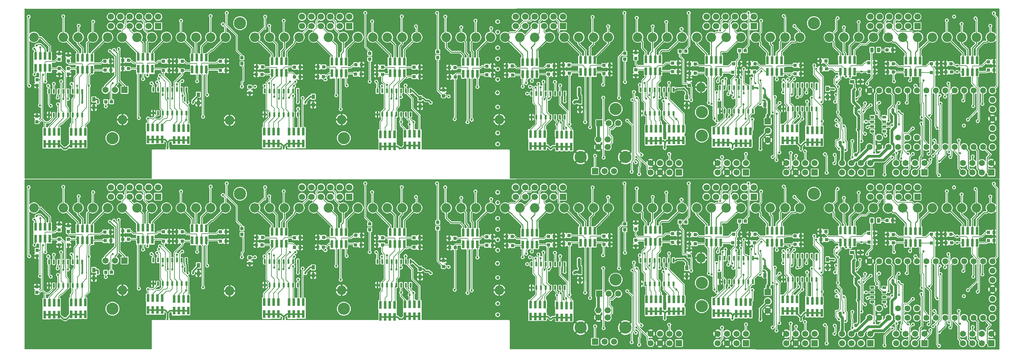
<source format=gbl>
G04 #@! TF.GenerationSoftware,KiCad,Pcbnew,(5.0.2)-1*
G04 #@! TF.CreationDate,2020-07-16T18:14:52-07:00*
G04 #@! TF.ProjectId,Peterson_SerialIO,50657465-7273-46f6-9e5f-53657269616c,rev?*
G04 #@! TF.SameCoordinates,Original*
G04 #@! TF.FileFunction,Copper,L2,Bot*
G04 #@! TF.FilePolarity,Positive*
%FSLAX46Y46*%
G04 Gerber Fmt 4.6, Leading zero omitted, Abs format (unit mm)*
G04 Created by KiCad (PCBNEW (5.0.2)-1) date 7/16/2020 6:14:52 PM*
%MOMM*%
%LPD*%
G01*
G04 APERTURE LIST*
G04 #@! TA.AperFunction,SMDPad,CuDef*
%ADD10R,0.889000X0.889000*%
G04 #@! TD*
G04 #@! TA.AperFunction,SMDPad,CuDef*
%ADD11R,0.900000X1.200000*%
G04 #@! TD*
G04 #@! TA.AperFunction,ComponentPad*
%ADD12O,2.540000X2.540000*%
G04 #@! TD*
G04 #@! TA.AperFunction,ComponentPad*
%ADD13C,1.651000*%
G04 #@! TD*
G04 #@! TA.AperFunction,ComponentPad*
%ADD14R,1.651000X1.651000*%
G04 #@! TD*
G04 #@! TA.AperFunction,ComponentPad*
%ADD15C,1.600000*%
G04 #@! TD*
G04 #@! TA.AperFunction,ComponentPad*
%ADD16C,3.263900*%
G04 #@! TD*
G04 #@! TA.AperFunction,SMDPad,CuDef*
%ADD17R,0.650000X2.000000*%
G04 #@! TD*
G04 #@! TA.AperFunction,SMDPad,CuDef*
%ADD18R,0.508000X1.143000*%
G04 #@! TD*
G04 #@! TA.AperFunction,ComponentPad*
%ADD19C,1.676400*%
G04 #@! TD*
G04 #@! TA.AperFunction,ComponentPad*
%ADD20C,3.302000*%
G04 #@! TD*
G04 #@! TA.AperFunction,Conductor*
%ADD21C,0.100000*%
G04 #@! TD*
G04 #@! TA.AperFunction,SMDPad,CuDef*
%ADD22C,0.875000*%
G04 #@! TD*
G04 #@! TA.AperFunction,SMDPad,CuDef*
%ADD23R,1.200000X0.900000*%
G04 #@! TD*
G04 #@! TA.AperFunction,ComponentPad*
%ADD24C,1.700000*%
G04 #@! TD*
G04 #@! TA.AperFunction,ComponentPad*
%ADD25R,1.700000X1.700000*%
G04 #@! TD*
G04 #@! TA.AperFunction,SMDPad,CuDef*
%ADD26R,0.889000X1.270000*%
G04 #@! TD*
G04 #@! TA.AperFunction,SMDPad,CuDef*
%ADD27R,1.000000X0.650000*%
G04 #@! TD*
G04 #@! TA.AperFunction,SMDPad,CuDef*
%ADD28R,0.998220X0.650000*%
G04 #@! TD*
G04 #@! TA.AperFunction,ViaPad*
%ADD29C,0.820000*%
G04 #@! TD*
G04 #@! TA.AperFunction,ViaPad*
%ADD30C,0.600000*%
G04 #@! TD*
G04 #@! TA.AperFunction,ViaPad*
%ADD31C,1.000000*%
G04 #@! TD*
G04 #@! TA.AperFunction,Conductor*
%ADD32C,0.250000*%
G04 #@! TD*
G04 #@! TA.AperFunction,Conductor*
%ADD33C,0.154000*%
G04 #@! TD*
G04 #@! TA.AperFunction,Conductor*
%ADD34C,0.400000*%
G04 #@! TD*
G04 #@! TA.AperFunction,Conductor*
%ADD35C,0.800000*%
G04 #@! TD*
G04 #@! TA.AperFunction,Conductor*
%ADD36C,0.200000*%
G04 #@! TD*
G04 APERTURE END LIST*
D10*
G04 #@! TO.P,C51,1*
G04 #@! TO.N,Net-(C51-Pad1)*
X98308160Y-91755560D03*
G04 #@! TO.P,C51,2*
G04 #@! TO.N,GND*
X96784160Y-91755560D03*
G04 #@! TD*
G04 #@! TO.P,C49,1*
G04 #@! TO.N,Net-(C49-Pad1)*
X106812080Y-93752000D03*
G04 #@! TO.P,C49,2*
G04 #@! TO.N,GND*
X108336080Y-93752000D03*
G04 #@! TD*
G04 #@! TO.P,C43,1*
G04 #@! TO.N,Net-(C43-Pad1)*
X133558280Y-91984160D03*
G04 #@! TO.P,C43,2*
G04 #@! TO.N,GND*
X132034280Y-91984160D03*
G04 #@! TD*
G04 #@! TO.P,C45,1*
G04 #@! TO.N,Net-(C45-Pad1)*
X122588020Y-94417480D03*
G04 #@! TO.P,C45,2*
G04 #@! TO.N,GND*
X124112020Y-94417480D03*
G04 #@! TD*
G04 #@! TO.P,C46,2*
G04 #@! TO.N,GND*
X124112020Y-91849540D03*
G04 #@! TO.P,C46,1*
G04 #@! TO.N,Net-(C46-Pad1)*
X122588020Y-91849540D03*
G04 #@! TD*
G04 #@! TO.P,C61,1*
G04 #@! TO.N,Net-(C61-Pad1)*
X70488000Y-92750000D03*
G04 #@! TO.P,C61,2*
G04 #@! TO.N,GND*
X72012000Y-92750000D03*
G04 #@! TD*
G04 #@! TO.P,C44,2*
G04 #@! TO.N,GND*
X132125720Y-94508920D03*
G04 #@! TO.P,C44,1*
G04 #@! TO.N,Net-(C44-Pad1)*
X133649720Y-94508920D03*
G04 #@! TD*
G04 #@! TO.P,C48,2*
G04 #@! TO.N,GND*
X112590580Y-93777400D03*
G04 #@! TO.P,C48,1*
G04 #@! TO.N,Net-(C48-Pad1)*
X114114580Y-93777400D03*
G04 #@! TD*
G04 #@! TO.P,C60,1*
G04 #@! TO.N,Net-(C60-Pad1)*
X90393520Y-94508920D03*
G04 #@! TO.P,C60,2*
G04 #@! TO.N,GND*
X91917520Y-94508920D03*
G04 #@! TD*
G04 #@! TO.P,C59,2*
G04 #@! TO.N,GND*
X91917520Y-91849540D03*
G04 #@! TO.P,C59,1*
G04 #@! TO.N,Net-(C59-Pad1)*
X90393520Y-91849540D03*
G04 #@! TD*
G04 #@! TO.P,C42,2*
G04 #@! TO.N,GND*
X143647160Y-91575220D03*
G04 #@! TO.P,C42,1*
G04 #@! TO.N,Net-(C42-Pad1)*
X142123160Y-91575220D03*
G04 #@! TD*
G04 #@! TO.P,C58,1*
G04 #@! TO.N,Net-(C58-Pad1)*
X81828640Y-91760640D03*
G04 #@! TO.P,C58,2*
G04 #@! TO.N,GND*
X80304640Y-91760640D03*
G04 #@! TD*
D11*
G04 #@! TO.P,C53,1*
G04 #@! TO.N,VCC*
X95465900Y-99821300D03*
G04 #@! TO.P,C53,2*
G04 #@! TO.N,GND*
X95465900Y-102021300D03*
G04 #@! TD*
D10*
G04 #@! TO.P,C47,2*
G04 #@! TO.N,GND*
X112588040Y-91852080D03*
G04 #@! TO.P,C47,1*
G04 #@! TO.N,Net-(C47-Pad1)*
X114112040Y-91852080D03*
G04 #@! TD*
G04 #@! TO.P,C57,2*
G04 #@! TO.N,GND*
X80213200Y-93777400D03*
G04 #@! TO.P,C57,1*
G04 #@! TO.N,Net-(C57-Pad1)*
X81737200Y-93777400D03*
G04 #@! TD*
D11*
G04 #@! TO.P,C56,1*
G04 #@! TO.N,VCC*
X124170440Y-100235320D03*
G04 #@! TO.P,C56,2*
G04 #@! TO.N,GND*
X124170440Y-102435320D03*
G04 #@! TD*
D10*
G04 #@! TO.P,C52,2*
G04 #@! TO.N,GND*
X96723200Y-94417480D03*
G04 #@! TO.P,C52,1*
G04 #@! TO.N,Net-(C52-Pad1)*
X98247200Y-94417480D03*
G04 #@! TD*
G04 #@! TO.P,C50,2*
G04 #@! TO.N,GND*
X108427520Y-91206920D03*
G04 #@! TO.P,C50,1*
G04 #@! TO.N,Net-(C50-Pad1)*
X106903520Y-91206920D03*
G04 #@! TD*
G04 #@! TO.P,C37,2*
G04 #@! TO.N,GND*
X212557360Y-93160180D03*
G04 #@! TO.P,C37,1*
G04 #@! TO.N,Net-(C37-Pad1)*
X214081360Y-93160180D03*
G04 #@! TD*
G04 #@! TO.P,C30,1*
G04 #@! TO.N,Net-(C30-Pad1)*
X244812820Y-90678600D03*
G04 #@! TO.P,C30,2*
G04 #@! TO.N,GND*
X246336820Y-90678600D03*
G04 #@! TD*
D12*
G04 #@! TO.P,J7,1*
G04 #@! TO.N,/OUT12*
X226300000Y-83800000D03*
G04 #@! TO.P,J7,2*
G04 #@! TO.N,/OUT13*
X222340000Y-83800000D03*
G04 #@! TO.P,J7,3*
G04 #@! TO.N,/OUT14*
X218380000Y-83800000D03*
G04 #@! TO.P,J7,4*
G04 #@! TO.N,/OUT15*
X214420000Y-83800000D03*
G04 #@! TO.P,J7,5*
G04 #@! TO.N,/OUT16*
X210460000Y-83800000D03*
G04 #@! TO.P,J7,6*
G04 #@! TO.N,/OUT17*
X206500000Y-83800000D03*
G04 #@! TO.P,J7,7*
G04 #@! TO.N,/OUT18*
X202540000Y-83800000D03*
G04 #@! TO.P,J7,8*
G04 #@! TO.N,/OUT19*
X198580000Y-83800000D03*
G04 #@! TO.P,J7,9*
G04 #@! TO.N,/OUT20*
X194620000Y-83800000D03*
G04 #@! TO.P,J7,10*
G04 #@! TO.N,/OUT21*
X190660000Y-83800000D03*
G04 #@! TO.P,J7,11*
G04 #@! TO.N,/OUT22*
X186700000Y-83800000D03*
G04 #@! TO.P,J7,12*
G04 #@! TO.N,/OUT23*
X182740000Y-83800000D03*
G04 #@! TD*
D10*
G04 #@! TO.P,C28,1*
G04 #@! TO.N,Net-(C28-Pad1)*
X251460000Y-93172880D03*
G04 #@! TO.P,C28,2*
G04 #@! TO.N,GND*
X249936000Y-93172880D03*
G04 #@! TD*
G04 #@! TO.P,C40,2*
G04 #@! TO.N,GND*
X226590860Y-93625000D03*
G04 #@! TO.P,C40,1*
G04 #@! TO.N,Net-(C40-Pad1)*
X225066860Y-93625000D03*
G04 #@! TD*
G04 #@! TO.P,C32,1*
G04 #@! TO.N,Net-(C32-Pad1)*
X233492040Y-92327060D03*
G04 #@! TO.P,C32,2*
G04 #@! TO.N,GND*
X231968040Y-92327060D03*
G04 #@! TD*
G04 #@! TO.P,C31,2*
G04 #@! TO.N,GND*
X231823260Y-90183300D03*
G04 #@! TO.P,C31,1*
G04 #@! TO.N,Net-(C31-Pad1)*
X233347260Y-90183300D03*
G04 #@! TD*
G04 #@! TO.P,C27,2*
G04 #@! TO.N,GND*
X249961400Y-90960540D03*
G04 #@! TO.P,C27,1*
G04 #@! TO.N,Net-(C27-Pad1)*
X251485400Y-90960540D03*
G04 #@! TD*
D11*
G04 #@! TO.P,C35,2*
G04 #@! TO.N,GND*
X216941400Y-101961460D03*
G04 #@! TO.P,C35,1*
G04 #@! TO.N,VCC*
X216941400Y-99761460D03*
G04 #@! TD*
D10*
G04 #@! TO.P,C26,1*
G04 #@! TO.N,Net-(C26-Pad1)*
X261678420Y-90899580D03*
G04 #@! TO.P,C26,2*
G04 #@! TO.N,GND*
X263202420Y-90899580D03*
G04 #@! TD*
D12*
G04 #@! TO.P,J6,12*
G04 #@! TO.N,/OUT11*
X234220000Y-83800000D03*
G04 #@! TO.P,J6,11*
G04 #@! TO.N,/OUT10*
X238180000Y-83800000D03*
G04 #@! TO.P,J6,10*
G04 #@! TO.N,/OUT9*
X242140000Y-83800000D03*
G04 #@! TO.P,J6,9*
G04 #@! TO.N,/OUT8*
X246100000Y-83800000D03*
G04 #@! TO.P,J6,8*
G04 #@! TO.N,/OUT7*
X250060000Y-83800000D03*
G04 #@! TO.P,J6,7*
G04 #@! TO.N,/OUT6*
X254020000Y-83800000D03*
G04 #@! TO.P,J6,6*
G04 #@! TO.N,/OUT5*
X257980000Y-83800000D03*
G04 #@! TO.P,J6,5*
G04 #@! TO.N,/OUT4*
X261940000Y-83800000D03*
G04 #@! TO.P,J6,4*
G04 #@! TO.N,/OUT3*
X265900000Y-83800000D03*
G04 #@! TO.P,J6,3*
G04 #@! TO.N,/OUT2*
X269860000Y-83800000D03*
G04 #@! TO.P,J6,2*
G04 #@! TO.N,/OUT1*
X273820000Y-83800000D03*
G04 #@! TO.P,J6,1*
G04 #@! TO.N,/OUT0*
X277780000Y-83800000D03*
G04 #@! TD*
D10*
G04 #@! TO.P,C39,1*
G04 #@! TO.N,Net-(C39-Pad1)*
X225064320Y-91366940D03*
G04 #@! TO.P,C39,2*
G04 #@! TO.N,GND*
X226588320Y-91366940D03*
G04 #@! TD*
G04 #@! TO.P,C38,2*
G04 #@! TO.N,GND*
X212755480Y-90902120D03*
G04 #@! TO.P,C38,1*
G04 #@! TO.N,Net-(C38-Pad1)*
X214279480Y-90902120D03*
G04 #@! TD*
D13*
G04 #@! TO.P,J3,8*
G04 #@! TO.N,Net-(J3-Pad8)*
X245310000Y-117730000D03*
G04 #@! TO.P,J3,7*
G04 #@! TO.N,Net-(J3-Pad7)*
X242770000Y-117730000D03*
G04 #@! TO.P,J3,6*
G04 #@! TO.N,Net-(J3-Pad6)*
X240230000Y-117730000D03*
G04 #@! TO.P,J3,5*
G04 #@! TO.N,Net-(J3-Pad5)*
X237690000Y-117730000D03*
G04 #@! TO.P,J3,4*
G04 #@! TO.N,VCC*
X237690000Y-120270000D03*
G04 #@! TO.P,J3,3*
X240230000Y-120270000D03*
G04 #@! TO.P,J3,2*
X242770000Y-120270000D03*
D14*
G04 #@! TO.P,J3,1*
X245310000Y-120270000D03*
G04 #@! TD*
D10*
G04 #@! TO.P,C29,2*
G04 #@! TO.N,GND*
X246433340Y-93015400D03*
G04 #@! TO.P,C29,1*
G04 #@! TO.N,Net-(C29-Pad1)*
X244909340Y-93015400D03*
G04 #@! TD*
D11*
G04 #@! TO.P,C36,1*
G04 #@! TO.N,VCC*
X233800000Y-97700000D03*
G04 #@! TO.P,C36,2*
G04 #@! TO.N,GND*
X233800000Y-99900000D03*
G04 #@! TD*
D10*
G04 #@! TO.P,C72,2*
G04 #@! TO.N,GND*
X29600000Y-93762000D03*
G04 #@! TO.P,C72,1*
G04 #@! TO.N,Net-(C72-Pad1)*
X29600000Y-92238000D03*
G04 #@! TD*
G04 #@! TO.P,C67,1*
G04 #@! TO.N,Net-(C67-Pad1)*
X45762000Y-90000000D03*
G04 #@! TO.P,C67,2*
G04 #@! TO.N,GND*
X44238000Y-90000000D03*
G04 #@! TD*
G04 #@! TO.P,C64,2*
G04 #@! TO.N,GND*
X58738000Y-92750000D03*
G04 #@! TO.P,C64,1*
G04 #@! TO.N,Net-(C64-Pad1)*
X60262000Y-92750000D03*
G04 #@! TD*
G04 #@! TO.P,C62,2*
G04 #@! TO.N,GND*
X72012000Y-90250000D03*
G04 #@! TO.P,C62,1*
G04 #@! TO.N,Net-(C62-Pad1)*
X70488000Y-90250000D03*
G04 #@! TD*
G04 #@! TO.P,C68,2*
G04 #@! TO.N,GND*
X44238000Y-92250000D03*
G04 #@! TO.P,C68,1*
G04 #@! TO.N,Net-(C68-Pad1)*
X45762000Y-92250000D03*
G04 #@! TD*
G04 #@! TO.P,C80,1*
G04 #@! TO.N,Net-(C80-Pad1)*
X27200000Y-92238000D03*
G04 #@! TO.P,C80,2*
G04 #@! TO.N,GND*
X27200000Y-93762000D03*
G04 #@! TD*
G04 #@! TO.P,C79,2*
G04 #@! TO.N,GND*
X27200000Y-88238000D03*
G04 #@! TO.P,C79,1*
G04 #@! TO.N,Net-(C79-Pad1)*
X27200000Y-89762000D03*
G04 #@! TD*
G04 #@! TO.P,C66,2*
G04 #@! TO.N,GND*
X56762000Y-90250000D03*
G04 #@! TO.P,C66,1*
G04 #@! TO.N,Net-(C66-Pad1)*
X55238000Y-90250000D03*
G04 #@! TD*
D11*
G04 #@! TO.P,C73,2*
G04 #@! TO.N,GND*
X64600000Y-101500000D03*
G04 #@! TO.P,C73,1*
G04 #@! TO.N,VCC*
X64600000Y-99300000D03*
G04 #@! TD*
D10*
G04 #@! TO.P,C77,1*
G04 #@! TO.N,Net-(C77-Pad1)*
X21200000Y-106562000D03*
G04 #@! TO.P,C77,2*
G04 #@! TO.N,GND*
X21200000Y-105038000D03*
G04 #@! TD*
G04 #@! TO.P,C69,1*
G04 #@! TO.N,Net-(C69-Pad1)*
X39539600Y-92638400D03*
G04 #@! TO.P,C69,2*
G04 #@! TO.N,GND*
X41063600Y-92638400D03*
G04 #@! TD*
D11*
G04 #@! TO.P,C75,2*
G04 #@! TO.N,GND*
X36509960Y-102743780D03*
G04 #@! TO.P,C75,1*
G04 #@! TO.N,VCC*
X36509960Y-100543780D03*
G04 #@! TD*
D10*
G04 #@! TO.P,C65,1*
G04 #@! TO.N,Net-(C65-Pad1)*
X55238000Y-92750000D03*
G04 #@! TO.P,C65,2*
G04 #@! TO.N,GND*
X56762000Y-92750000D03*
G04 #@! TD*
G04 #@! TO.P,C63,1*
G04 #@! TO.N,Net-(C63-Pad1)*
X60262000Y-90250000D03*
G04 #@! TO.P,C63,2*
G04 #@! TO.N,GND*
X58738000Y-90250000D03*
G04 #@! TD*
G04 #@! TO.P,C70,2*
G04 #@! TO.N,GND*
X40995600Y-90297600D03*
G04 #@! TO.P,C70,1*
G04 #@! TO.N,Net-(C70-Pad1)*
X39471600Y-90297600D03*
G04 #@! TD*
G04 #@! TO.P,C71,1*
G04 #@! TO.N,Net-(C71-Pad1)*
X29600000Y-90162000D03*
G04 #@! TO.P,C71,2*
G04 #@! TO.N,GND*
X29600000Y-88638000D03*
G04 #@! TD*
D12*
G04 #@! TO.P,J8,12*
G04 #@! TO.N,/OUT59*
X28300000Y-83800000D03*
G04 #@! TO.P,J8,11*
G04 #@! TO.N,/OUT58*
X32260000Y-83800000D03*
G04 #@! TO.P,J8,10*
G04 #@! TO.N,/OUT57*
X36220000Y-83800000D03*
G04 #@! TO.P,J8,9*
G04 #@! TO.N,/OUT56*
X40180000Y-83800000D03*
G04 #@! TO.P,J8,8*
G04 #@! TO.N,/OUT55*
X44140000Y-83800000D03*
G04 #@! TO.P,J8,7*
G04 #@! TO.N,/OUT54*
X48100000Y-83800000D03*
G04 #@! TO.P,J8,6*
G04 #@! TO.N,/OUT53*
X52060000Y-83800000D03*
G04 #@! TO.P,J8,5*
G04 #@! TO.N,/OUT52*
X56020000Y-83800000D03*
G04 #@! TO.P,J8,4*
G04 #@! TO.N,/OUT51*
X59980000Y-83800000D03*
G04 #@! TO.P,J8,3*
G04 #@! TO.N,/OUT50*
X63940000Y-83800000D03*
G04 #@! TO.P,J8,2*
G04 #@! TO.N,/OUT49*
X67900000Y-83800000D03*
G04 #@! TO.P,J8,1*
G04 #@! TO.N,/OUT48*
X71860000Y-83800000D03*
G04 #@! TD*
D10*
G04 #@! TO.P,C78,1*
G04 #@! TO.N,Net-(C78-Pad1)*
X21250000Y-95238000D03*
G04 #@! TO.P,C78,2*
G04 #@! TO.N,GND*
X21250000Y-96762000D03*
G04 #@! TD*
G04 #@! TO.P,C6,1*
G04 #@! TO.N,Net-(C6-Pad1)*
X192074800Y-90749720D03*
G04 #@! TO.P,C6,2*
G04 #@! TO.N,GND*
X193598800Y-90749720D03*
G04 #@! TD*
G04 #@! TO.P,C2,1*
G04 #@! TO.N,Net-(C2-Pad1)*
X208523840Y-90904660D03*
G04 #@! TO.P,C2,2*
G04 #@! TO.N,GND*
X210047840Y-90904660D03*
G04 #@! TD*
D15*
G04 #@! TO.P,U1,1*
G04 #@! TO.N,GND*
X245079520Y-98163980D03*
G04 #@! TO.P,U1,2*
G04 #@! TO.N,Net-(J2-Pad1)*
X247619520Y-98163980D03*
G04 #@! TO.P,U1,3*
G04 #@! TO.N,Net-(J2-Pad2)*
X250159520Y-98163980D03*
G04 #@! TO.P,U1,4*
G04 #@! TO.N,Net-(J2-Pad3)*
X252699520Y-98163980D03*
G04 #@! TO.P,U1,5*
G04 #@! TO.N,Net-(J2-Pad4)*
X255239520Y-98163980D03*
G04 #@! TO.P,U1,6*
G04 #@! TO.N,Net-(J2-Pad5)*
X257779520Y-98163980D03*
G04 #@! TO.P,U1,7*
G04 #@! TO.N,/X2PIN8*
X260319520Y-98163980D03*
G04 #@! TO.P,U1,8*
G04 #@! TO.N,/X2PIN1*
X262859520Y-98163980D03*
G04 #@! TO.P,U1,9*
G04 #@! TO.N,/ChainIn*
X265399520Y-98163980D03*
G04 #@! TO.P,U1,10*
G04 #@! TO.N,/EXT1PIN1*
X267939520Y-98163980D03*
G04 #@! TO.P,U1,11*
G04 #@! TO.N,/EXT1PIN8*
X270479520Y-98163980D03*
G04 #@! TO.P,U1,12*
G04 #@! TO.N,/InRegLoad*
X273019520Y-98163980D03*
G04 #@! TO.P,U1,13*
G04 #@! TO.N,/SerialCLK*
X275559520Y-98163980D03*
G04 #@! TO.P,U1,37*
G04 #@! TO.N,N/C*
X257779520Y-110863980D03*
G04 #@! TO.P,U1,36*
X255239520Y-110863980D03*
G04 #@! TO.P,U1,35*
X252699520Y-110863980D03*
G04 #@! TO.P,U1,34*
G04 #@! TO.N,Net-(J3-Pad5)*
X247619520Y-110863980D03*
G04 #@! TO.P,U1,33*
G04 #@! TO.N,Net-(J3-Pad6)*
X245079520Y-113403980D03*
G04 #@! TO.P,U1,32*
G04 #@! TO.N,GND*
X247619520Y-113403980D03*
G04 #@! TO.P,U1,31*
G04 #@! TO.N,Net-(J3-Pad7)*
X250159520Y-113403980D03*
G04 #@! TO.P,U1,30*
G04 #@! TO.N,N/C*
X252699520Y-113403980D03*
G04 #@! TO.P,U1,29*
X255239520Y-113403980D03*
G04 #@! TO.P,U1,28*
X257779520Y-113403980D03*
G04 #@! TO.P,U1,27*
G04 #@! TO.N,/LPWM*
X260319520Y-113403980D03*
G04 #@! TO.P,U1,26*
G04 #@! TO.N,Net-(J1-Pad6)*
X262859520Y-113403980D03*
G04 #@! TO.P,U1,25*
G04 #@! TO.N,Net-(J1-Pad5)*
X265399520Y-113403980D03*
G04 #@! TO.P,U1,24*
G04 #@! TO.N,Net-(J1-Pad4)*
X267939520Y-113403980D03*
G04 #@! TO.P,U1,23*
G04 #@! TO.N,Net-(J1-Pad3)*
X270479520Y-113403980D03*
G04 #@! TO.P,U1,22*
G04 #@! TO.N,Net-(J1-Pad2)*
X273019520Y-113403980D03*
G04 #@! TO.P,U1,21*
G04 #@! TO.N,Net-(J1-Pad1)*
X275559520Y-113403980D03*
G04 #@! TO.P,U1,14*
G04 #@! TO.N,CHAINOUT*
X278099520Y-98163980D03*
G04 #@! TO.P,U1,15*
G04 #@! TO.N,N/C*
X278099520Y-100703980D03*
G04 #@! TO.P,U1,16*
G04 #@! TO.N,Net-(J3-Pad8)*
X278099520Y-103243980D03*
G04 #@! TO.P,U1,20*
G04 #@! TO.N,/nRST*
X278099520Y-113403980D03*
G04 #@! TO.P,U1,19*
G04 #@! TO.N,N/C*
X278099520Y-110863980D03*
G04 #@! TO.P,U1,18*
X278099520Y-108323980D03*
G04 #@! TO.P,U1,17*
G04 #@! TO.N,GND*
X278099520Y-105783980D03*
G04 #@! TD*
D10*
G04 #@! TO.P,C12,2*
G04 #@! TO.N,GND*
X162839400Y-93470060D03*
G04 #@! TO.P,C12,1*
G04 #@! TO.N,Net-(C12-Pad1)*
X164363400Y-93470060D03*
G04 #@! TD*
G04 #@! TO.P,C18,1*
G04 #@! TO.N,Net-(C18-Pad1)*
X149012000Y-91500000D03*
G04 #@! TO.P,C18,2*
G04 #@! TO.N,GND*
X147488000Y-91500000D03*
G04 #@! TD*
G04 #@! TO.P,C17,2*
G04 #@! TO.N,GND*
X147558760Y-93947580D03*
G04 #@! TO.P,C17,1*
G04 #@! TO.N,Net-(C17-Pad1)*
X149082760Y-93947580D03*
G04 #@! TD*
D11*
G04 #@! TO.P,C16,2*
G04 #@! TO.N,GND*
X195900000Y-102200000D03*
G04 #@! TO.P,C16,1*
G04 #@! TO.N,VCC*
X195900000Y-100000000D03*
G04 #@! TD*
D10*
G04 #@! TO.P,C11,1*
G04 #@! TO.N,Net-(C11-Pad1)*
X164262000Y-91250000D03*
G04 #@! TO.P,C11,2*
G04 #@! TO.N,GND*
X162738000Y-91250000D03*
G04 #@! TD*
G04 #@! TO.P,C9,1*
G04 #@! TO.N,Net-(C9-Pad1)*
X173638000Y-93600000D03*
G04 #@! TO.P,C9,2*
G04 #@! TO.N,GND*
X175162000Y-93600000D03*
G04 #@! TD*
G04 #@! TO.P,C7,1*
G04 #@! TO.N,Net-(C7-Pad1)*
X182200000Y-89462000D03*
G04 #@! TO.P,C7,2*
G04 #@! TO.N,GND*
X182200000Y-87938000D03*
G04 #@! TD*
G04 #@! TO.P,C1,2*
G04 #@! TO.N,GND*
X209824320Y-93233840D03*
G04 #@! TO.P,C1,1*
G04 #@! TO.N,Net-(C1-Pad1)*
X208300320Y-93233840D03*
G04 #@! TD*
G04 #@! TO.P,C25,2*
G04 #@! TO.N,GND*
X263202420Y-93287180D03*
G04 #@! TO.P,C25,1*
G04 #@! TO.N,Net-(C25-Pad1)*
X261678420Y-93287180D03*
G04 #@! TD*
G04 #@! TO.P,C10,2*
G04 #@! TO.N,GND*
X175162000Y-91400000D03*
G04 #@! TO.P,C10,1*
G04 #@! TO.N,Net-(C10-Pad1)*
X173638000Y-91400000D03*
G04 #@! TD*
G04 #@! TO.P,C5,2*
G04 #@! TO.N,GND*
X193586100Y-93083980D03*
G04 #@! TO.P,C5,1*
G04 #@! TO.N,Net-(C5-Pad1)*
X192062100Y-93083980D03*
G04 #@! TD*
G04 #@! TO.P,C8,1*
G04 #@! TO.N,Net-(C8-Pad1)*
X182200000Y-92538000D03*
G04 #@! TO.P,C8,2*
G04 #@! TO.N,GND*
X182200000Y-94062000D03*
G04 #@! TD*
G04 #@! TO.P,C24,1*
G04 #@! TO.N,Net-(C24-Pad1)*
X267075920Y-93172880D03*
G04 #@! TO.P,C24,2*
G04 #@! TO.N,GND*
X265551920Y-93172880D03*
G04 #@! TD*
G04 #@! TO.P,C23,2*
G04 #@! TO.N,GND*
X265437620Y-90899580D03*
G04 #@! TO.P,C23,1*
G04 #@! TO.N,Net-(C23-Pad1)*
X266961620Y-90899580D03*
G04 #@! TD*
G04 #@! TO.P,C22,2*
G04 #@! TO.N,GND*
X278523700Y-90401740D03*
G04 #@! TO.P,C22,1*
G04 #@! TO.N,Net-(C22-Pad1)*
X276999700Y-90401740D03*
G04 #@! TD*
G04 #@! TO.P,C21,1*
G04 #@! TO.N,Net-(C21-Pad1)*
X277050500Y-92611540D03*
G04 #@! TO.P,C21,2*
G04 #@! TO.N,GND*
X278574500Y-92611540D03*
G04 #@! TD*
G04 #@! TO.P,C20,1*
G04 #@! TO.N,Net-(C20-Pad1)*
X158738000Y-93750000D03*
G04 #@! TO.P,C20,2*
G04 #@! TO.N,GND*
X160262000Y-93750000D03*
G04 #@! TD*
G04 #@! TO.P,C4,1*
G04 #@! TO.N,Net-(C4-Pad1)*
X198170800Y-93459900D03*
G04 #@! TO.P,C4,2*
G04 #@! TO.N,GND*
X196646800Y-93459900D03*
G04 #@! TD*
G04 #@! TO.P,C3,2*
G04 #@! TO.N,GND*
X196646800Y-90980860D03*
G04 #@! TO.P,C3,1*
G04 #@! TO.N,Net-(C3-Pad1)*
X198170800Y-90980860D03*
G04 #@! TD*
G04 #@! TO.P,C19,2*
G04 #@! TO.N,GND*
X160262000Y-91500000D03*
G04 #@! TO.P,C19,1*
G04 #@! TO.N,Net-(C19-Pad1)*
X158738000Y-91500000D03*
G04 #@! TD*
D11*
G04 #@! TO.P,C15,1*
G04 #@! TO.N,VCC*
X167200000Y-101100000D03*
G04 #@! TO.P,C15,2*
G04 #@! TO.N,GND*
X167200000Y-103300000D03*
G04 #@! TD*
D16*
G04 #@! TO.P,M1,1*
G04 #@! TO.N,N/C*
X199962880Y-110308880D03*
G04 #@! TD*
D17*
G04 #@! TO.P,RN2,8*
G04 #@! TO.N,/PULLTERM*
X185098060Y-111663880D03*
G04 #@! TO.P,RN2,1*
G04 #@! TO.N,Net-(C8-Pad1)*
X185098060Y-108463880D03*
G04 #@! TO.P,RN2,7*
G04 #@! TO.N,/PULLTERM*
X186368060Y-111663880D03*
G04 #@! TO.P,RN2,2*
G04 #@! TO.N,Net-(C7-Pad1)*
X186368060Y-108463880D03*
G04 #@! TO.P,RN2,6*
G04 #@! TO.N,/PULLTERM*
X187638060Y-111663880D03*
G04 #@! TO.P,RN2,3*
G04 #@! TO.N,Net-(C6-Pad1)*
X187638060Y-108463880D03*
G04 #@! TO.P,RN2,5*
G04 #@! TO.N,/PULLTERM*
X188908060Y-111663880D03*
G04 #@! TO.P,RN2,4*
G04 #@! TO.N,Net-(C5-Pad1)*
X188908060Y-108463880D03*
G04 #@! TD*
G04 #@! TO.P,RN5,8*
G04 #@! TO.N,/OUT20*
X188714380Y-89756780D03*
G04 #@! TO.P,RN5,1*
G04 #@! TO.N,Net-(C5-Pad1)*
X188714380Y-92956780D03*
G04 #@! TO.P,RN5,7*
G04 #@! TO.N,/OUT21*
X187444380Y-89756780D03*
G04 #@! TO.P,RN5,2*
G04 #@! TO.N,Net-(C6-Pad1)*
X187444380Y-92956780D03*
G04 #@! TO.P,RN5,6*
G04 #@! TO.N,/OUT22*
X186174380Y-89756780D03*
G04 #@! TO.P,RN5,3*
G04 #@! TO.N,Net-(C7-Pad1)*
X186174380Y-92956780D03*
G04 #@! TO.P,RN5,5*
G04 #@! TO.N,/OUT23*
X184904380Y-89756780D03*
G04 #@! TO.P,RN5,4*
G04 #@! TO.N,Net-(C8-Pad1)*
X184904380Y-92956780D03*
G04 #@! TD*
G04 #@! TO.P,RN12,4*
G04 #@! TO.N,Net-(C32-Pad1)*
X237202980Y-93083780D03*
G04 #@! TO.P,RN12,5*
G04 #@! TO.N,/OUT11*
X237202980Y-89883780D03*
G04 #@! TO.P,RN12,3*
G04 #@! TO.N,Net-(C31-Pad1)*
X238472980Y-93083780D03*
G04 #@! TO.P,RN12,6*
G04 #@! TO.N,/OUT10*
X238472980Y-89883780D03*
G04 #@! TO.P,RN12,2*
G04 #@! TO.N,Net-(C30-Pad1)*
X239742980Y-93083780D03*
G04 #@! TO.P,RN12,7*
G04 #@! TO.N,/OUT9*
X239742980Y-89883780D03*
G04 #@! TO.P,RN12,1*
G04 #@! TO.N,Net-(C29-Pad1)*
X241012980Y-93083780D03*
G04 #@! TO.P,RN12,8*
G04 #@! TO.N,/OUT8*
X241012980Y-89883780D03*
G04 #@! TD*
G04 #@! TO.P,RN13,8*
G04 #@! TO.N,/OUT4*
X258660900Y-90094600D03*
G04 #@! TO.P,RN13,1*
G04 #@! TO.N,Net-(C25-Pad1)*
X258660900Y-93294600D03*
G04 #@! TO.P,RN13,7*
G04 #@! TO.N,/OUT5*
X257390900Y-90094600D03*
G04 #@! TO.P,RN13,2*
G04 #@! TO.N,Net-(C26-Pad1)*
X257390900Y-93294600D03*
G04 #@! TO.P,RN13,6*
G04 #@! TO.N,/OUT6*
X256120900Y-90094600D03*
G04 #@! TO.P,RN13,3*
G04 #@! TO.N,Net-(C27-Pad1)*
X256120900Y-93294600D03*
G04 #@! TO.P,RN13,5*
G04 #@! TO.N,/OUT7*
X254850900Y-90094600D03*
G04 #@! TO.P,RN13,4*
G04 #@! TO.N,Net-(C28-Pad1)*
X254850900Y-93294600D03*
G04 #@! TD*
G04 #@! TO.P,RN9,8*
G04 #@! TO.N,/PULLTERM*
X209219800Y-112367460D03*
G04 #@! TO.P,RN9,1*
G04 #@! TO.N,Net-(C32-Pad1)*
X209219800Y-109167460D03*
G04 #@! TO.P,RN9,7*
G04 #@! TO.N,/PULLTERM*
X210489800Y-112367460D03*
G04 #@! TO.P,RN9,2*
G04 #@! TO.N,Net-(C31-Pad1)*
X210489800Y-109167460D03*
G04 #@! TO.P,RN9,6*
G04 #@! TO.N,/PULLTERM*
X211759800Y-112367460D03*
G04 #@! TO.P,RN9,3*
G04 #@! TO.N,Net-(C30-Pad1)*
X211759800Y-109167460D03*
G04 #@! TO.P,RN9,5*
G04 #@! TO.N,/PULLTERM*
X213029800Y-112367460D03*
G04 #@! TO.P,RN9,4*
G04 #@! TO.N,Net-(C29-Pad1)*
X213029800Y-109167460D03*
G04 #@! TD*
G04 #@! TO.P,RN1,4*
G04 #@! TO.N,Net-(C9-Pad1)*
X164838380Y-110107260D03*
G04 #@! TO.P,RN1,5*
G04 #@! TO.N,/PULLTERM*
X164838380Y-113307260D03*
G04 #@! TO.P,RN1,3*
G04 #@! TO.N,Net-(C10-Pad1)*
X163568380Y-110107260D03*
G04 #@! TO.P,RN1,6*
G04 #@! TO.N,/PULLTERM*
X163568380Y-113307260D03*
G04 #@! TO.P,RN1,2*
G04 #@! TO.N,Net-(C11-Pad1)*
X162298380Y-110107260D03*
G04 #@! TO.P,RN1,7*
G04 #@! TO.N,/PULLTERM*
X162298380Y-113307260D03*
G04 #@! TO.P,RN1,1*
G04 #@! TO.N,Net-(C12-Pad1)*
X161028380Y-110107260D03*
G04 #@! TO.P,RN1,8*
G04 #@! TO.N,/PULLTERM*
X161028380Y-113307260D03*
G04 #@! TD*
G04 #@! TO.P,RN6,4*
G04 #@! TO.N,Net-(C4-Pad1)*
X201259440Y-93099020D03*
G04 #@! TO.P,RN6,5*
G04 #@! TO.N,/OUT19*
X201259440Y-89899020D03*
G04 #@! TO.P,RN6,3*
G04 #@! TO.N,Net-(C3-Pad1)*
X202529440Y-93099020D03*
G04 #@! TO.P,RN6,6*
G04 #@! TO.N,/OUT18*
X202529440Y-89899020D03*
G04 #@! TO.P,RN6,2*
G04 #@! TO.N,Net-(C2-Pad1)*
X203799440Y-93099020D03*
G04 #@! TO.P,RN6,7*
G04 #@! TO.N,/OUT17*
X203799440Y-89899020D03*
G04 #@! TO.P,RN6,1*
G04 #@! TO.N,Net-(C1-Pad1)*
X205069440Y-93099020D03*
G04 #@! TO.P,RN6,8*
G04 #@! TO.N,/OUT16*
X205069440Y-89899020D03*
G04 #@! TD*
D16*
G04 #@! TO.P,M2,1*
G04 #@! TO.N,N/C*
X200000000Y-104000000D03*
G04 #@! TD*
D17*
G04 #@! TO.P,RN8,8*
G04 #@! TO.N,/OUT28*
X155653740Y-90528940D03*
G04 #@! TO.P,RN8,1*
G04 #@! TO.N,Net-(C20-Pad1)*
X155653740Y-93728940D03*
G04 #@! TO.P,RN8,7*
G04 #@! TO.N,/OUT29*
X154383740Y-90528940D03*
G04 #@! TO.P,RN8,2*
G04 #@! TO.N,Net-(C19-Pad1)*
X154383740Y-93728940D03*
G04 #@! TO.P,RN8,6*
G04 #@! TO.N,/OUT30*
X153113740Y-90528940D03*
G04 #@! TO.P,RN8,3*
G04 #@! TO.N,Net-(C18-Pad1)*
X153113740Y-93728940D03*
G04 #@! TO.P,RN8,5*
G04 #@! TO.N,/OUT31*
X151843740Y-90528940D03*
G04 #@! TO.P,RN8,4*
G04 #@! TO.N,Net-(C17-Pad1)*
X151843740Y-93728940D03*
G04 #@! TD*
G04 #@! TO.P,RN11,8*
G04 #@! TO.N,/PULLTERM*
X228395000Y-112100000D03*
G04 #@! TO.P,RN11,1*
G04 #@! TO.N,Net-(C24-Pad1)*
X228395000Y-108900000D03*
G04 #@! TO.P,RN11,7*
G04 #@! TO.N,/PULLTERM*
X229665000Y-112100000D03*
G04 #@! TO.P,RN11,2*
G04 #@! TO.N,Net-(C23-Pad1)*
X229665000Y-108900000D03*
G04 #@! TO.P,RN11,6*
G04 #@! TO.N,/PULLTERM*
X230935000Y-112100000D03*
G04 #@! TO.P,RN11,3*
G04 #@! TO.N,Net-(C22-Pad1)*
X230935000Y-108900000D03*
G04 #@! TO.P,RN11,5*
G04 #@! TO.N,/PULLTERM*
X232205000Y-112100000D03*
G04 #@! TO.P,RN11,4*
G04 #@! TO.N,Net-(C21-Pad1)*
X232205000Y-108900000D03*
G04 #@! TD*
G04 #@! TO.P,RN10,4*
G04 #@! TO.N,Net-(C25-Pad1)*
X225505000Y-108400000D03*
G04 #@! TO.P,RN10,5*
G04 #@! TO.N,/PULLTERM*
X225505000Y-111600000D03*
G04 #@! TO.P,RN10,3*
G04 #@! TO.N,Net-(C26-Pad1)*
X224235000Y-108400000D03*
G04 #@! TO.P,RN10,6*
G04 #@! TO.N,/PULLTERM*
X224235000Y-111600000D03*
G04 #@! TO.P,RN10,2*
G04 #@! TO.N,Net-(C27-Pad1)*
X222965000Y-108400000D03*
G04 #@! TO.P,RN10,7*
G04 #@! TO.N,/PULLTERM*
X222965000Y-111600000D03*
G04 #@! TO.P,RN10,1*
G04 #@! TO.N,Net-(C28-Pad1)*
X221695000Y-108400000D03*
G04 #@! TO.P,RN10,8*
G04 #@! TO.N,/PULLTERM*
X221695000Y-111600000D03*
G04 #@! TD*
G04 #@! TO.P,RN7,8*
G04 #@! TO.N,/PULLTERM*
X153936700Y-113096440D03*
G04 #@! TO.P,RN7,1*
G04 #@! TO.N,Net-(C17-Pad1)*
X153936700Y-109896440D03*
G04 #@! TO.P,RN7,7*
G04 #@! TO.N,/PULLTERM*
X155206700Y-113096440D03*
G04 #@! TO.P,RN7,2*
G04 #@! TO.N,Net-(C18-Pad1)*
X155206700Y-109896440D03*
G04 #@! TO.P,RN7,6*
G04 #@! TO.N,/PULLTERM*
X156476700Y-113096440D03*
G04 #@! TO.P,RN7,3*
G04 #@! TO.N,Net-(C19-Pad1)*
X156476700Y-109896440D03*
G04 #@! TO.P,RN7,5*
G04 #@! TO.N,/PULLTERM*
X157746700Y-113096440D03*
G04 #@! TO.P,RN7,4*
G04 #@! TO.N,Net-(C20-Pad1)*
X157746700Y-109896440D03*
G04 #@! TD*
G04 #@! TO.P,RN4,4*
G04 #@! TO.N,Net-(C12-Pad1)*
X167383460Y-93162520D03*
G04 #@! TO.P,RN4,5*
G04 #@! TO.N,/OUT27*
X167383460Y-89962520D03*
G04 #@! TO.P,RN4,3*
G04 #@! TO.N,Net-(C11-Pad1)*
X168653460Y-93162520D03*
G04 #@! TO.P,RN4,6*
G04 #@! TO.N,/OUT26*
X168653460Y-89962520D03*
G04 #@! TO.P,RN4,2*
G04 #@! TO.N,Net-(C10-Pad1)*
X169923460Y-93162520D03*
G04 #@! TO.P,RN4,7*
G04 #@! TO.N,/OUT25*
X169923460Y-89962520D03*
G04 #@! TO.P,RN4,1*
G04 #@! TO.N,Net-(C9-Pad1)*
X171193460Y-93162520D03*
G04 #@! TO.P,RN4,8*
G04 #@! TO.N,/OUT24*
X171193460Y-89962520D03*
G04 #@! TD*
G04 #@! TO.P,RN3,4*
G04 #@! TO.N,Net-(C1-Pad1)*
X195004060Y-108423240D03*
G04 #@! TO.P,RN3,5*
G04 #@! TO.N,/PULLTERM*
X195004060Y-111623240D03*
G04 #@! TO.P,RN3,3*
G04 #@! TO.N,Net-(C2-Pad1)*
X193734060Y-108423240D03*
G04 #@! TO.P,RN3,6*
G04 #@! TO.N,/PULLTERM*
X193734060Y-111623240D03*
G04 #@! TO.P,RN3,2*
G04 #@! TO.N,Net-(C3-Pad1)*
X192464060Y-108423240D03*
G04 #@! TO.P,RN3,7*
G04 #@! TO.N,/PULLTERM*
X192464060Y-111623240D03*
G04 #@! TO.P,RN3,1*
G04 #@! TO.N,Net-(C4-Pad1)*
X191194060Y-108423240D03*
G04 #@! TO.P,RN3,8*
G04 #@! TO.N,/PULLTERM*
X191194060Y-111623240D03*
G04 #@! TD*
D18*
G04 #@! TO.P,U9,15*
G04 #@! TO.N,Net-(C69-Pad1)*
X32049720Y-98377340D03*
G04 #@! TO.P,U9,1*
G04 #@! TO.N,Net-(C70-Pad1)*
X33319720Y-104727340D03*
G04 #@! TO.P,U9,2*
G04 #@! TO.N,Net-(C71-Pad1)*
X32049720Y-104727340D03*
G04 #@! TO.P,U9,3*
G04 #@! TO.N,Net-(C72-Pad1)*
X30779720Y-104727340D03*
G04 #@! TO.P,U9,4*
G04 #@! TO.N,Net-(C80-Pad1)*
X29509720Y-104727340D03*
G04 #@! TO.P,U9,5*
G04 #@! TO.N,Net-(C79-Pad1)*
X28239720Y-104727340D03*
G04 #@! TO.P,U9,6*
G04 #@! TO.N,Net-(C78-Pad1)*
X26969720Y-104727340D03*
G04 #@! TO.P,U9,7*
G04 #@! TO.N,Net-(C77-Pad1)*
X25699720Y-104727340D03*
G04 #@! TO.P,U9,8*
G04 #@! TO.N,GND*
X24429720Y-104727340D03*
G04 #@! TO.P,U9,9*
G04 #@! TO.N,CHAINOUT*
X24429720Y-98377340D03*
G04 #@! TO.P,U9,10*
G04 #@! TO.N,/nRST*
X25699720Y-98377340D03*
G04 #@! TO.P,U9,11*
G04 #@! TO.N,/SerialCLK*
X26969720Y-98377340D03*
G04 #@! TO.P,U9,12*
G04 #@! TO.N,/InRegLoad*
X28239720Y-98377340D03*
G04 #@! TO.P,U9,13*
X29509720Y-98377340D03*
G04 #@! TO.P,U9,14*
G04 #@! TO.N,Net-(R12-Pad2)*
X30779720Y-98377340D03*
G04 #@! TO.P,U9,16*
G04 #@! TO.N,VCC*
X33319720Y-98377340D03*
G04 #@! TD*
G04 #@! TO.P,U8,16*
G04 #@! TO.N,VCC*
X61335920Y-97879500D03*
G04 #@! TO.P,U8,14*
G04 #@! TO.N,/Ports49_64/SERIn3*
X58795920Y-97879500D03*
G04 #@! TO.P,U8,13*
G04 #@! TO.N,/InRegLoad*
X57525920Y-97879500D03*
G04 #@! TO.P,U8,12*
X56255920Y-97879500D03*
G04 #@! TO.P,U8,11*
G04 #@! TO.N,/SerialCLK*
X54985920Y-97879500D03*
G04 #@! TO.P,U8,10*
G04 #@! TO.N,/nRST*
X53715920Y-97879500D03*
G04 #@! TO.P,U8,9*
G04 #@! TO.N,Net-(R12-Pad2)*
X52445920Y-97879500D03*
G04 #@! TO.P,U8,8*
G04 #@! TO.N,GND*
X52445920Y-104229500D03*
G04 #@! TO.P,U8,7*
G04 #@! TO.N,Net-(C68-Pad1)*
X53715920Y-104229500D03*
G04 #@! TO.P,U8,6*
G04 #@! TO.N,Net-(C67-Pad1)*
X54985920Y-104229500D03*
G04 #@! TO.P,U8,5*
G04 #@! TO.N,Net-(C66-Pad1)*
X56255920Y-104229500D03*
G04 #@! TO.P,U8,4*
G04 #@! TO.N,Net-(C65-Pad1)*
X57525920Y-104229500D03*
G04 #@! TO.P,U8,3*
G04 #@! TO.N,Net-(C64-Pad1)*
X58795920Y-104229500D03*
G04 #@! TO.P,U8,2*
G04 #@! TO.N,Net-(C63-Pad1)*
X60065920Y-104229500D03*
G04 #@! TO.P,U8,1*
G04 #@! TO.N,Net-(C62-Pad1)*
X61335920Y-104229500D03*
G04 #@! TO.P,U8,15*
G04 #@! TO.N,Net-(C61-Pad1)*
X60065920Y-97879500D03*
G04 #@! TD*
D12*
G04 #@! TO.P,J16,1*
G04 #@! TO.N,GND*
X72953880Y-106190380D03*
G04 #@! TD*
G04 #@! TO.P,J15,1*
G04 #@! TO.N,GND*
X44200000Y-106000000D03*
G04 #@! TD*
D13*
G04 #@! TO.P,J12,3*
G04 #@! TO.N,GND*
X217700000Y-111540000D03*
G04 #@! TO.P,J12,2*
G04 #@! TO.N,/PULLTERM*
X217700000Y-109000000D03*
D14*
G04 #@! TO.P,J12,1*
G04 #@! TO.N,VCC*
X217700000Y-106460000D03*
G04 #@! TD*
D12*
G04 #@! TO.P,J14,1*
G04 #@! TO.N,GND*
X145500000Y-106000000D03*
G04 #@! TD*
D17*
G04 #@! TO.P,RN29,4*
G04 #@! TO.N,Net-(C68-Pad1)*
X48399700Y-92311620D03*
G04 #@! TO.P,RN29,5*
G04 #@! TO.N,/OUT55*
X48399700Y-89111620D03*
G04 #@! TO.P,RN29,3*
G04 #@! TO.N,Net-(C67-Pad1)*
X49669700Y-92311620D03*
G04 #@! TO.P,RN29,6*
G04 #@! TO.N,/OUT54*
X49669700Y-89111620D03*
G04 #@! TO.P,RN29,2*
G04 #@! TO.N,Net-(C66-Pad1)*
X50939700Y-92311620D03*
G04 #@! TO.P,RN29,7*
G04 #@! TO.N,/OUT53*
X50939700Y-89111620D03*
G04 #@! TO.P,RN29,1*
G04 #@! TO.N,Net-(C65-Pad1)*
X52209700Y-92311620D03*
G04 #@! TO.P,RN29,8*
G04 #@! TO.N,/OUT52*
X52209700Y-89111620D03*
G04 #@! TD*
D12*
G04 #@! TO.P,J13,1*
G04 #@! TO.N,GND*
X103100000Y-106000000D03*
G04 #@! TD*
D13*
G04 #@! TO.P,J2,8*
G04 #@! TO.N,GND*
X259810000Y-117730000D03*
G04 #@! TO.P,J2,7*
G04 #@! TO.N,N/C*
X257270000Y-117730000D03*
G04 #@! TO.P,J2,6*
X254730000Y-117730000D03*
G04 #@! TO.P,J2,5*
G04 #@! TO.N,Net-(J2-Pad5)*
X252190000Y-117730000D03*
G04 #@! TO.P,J2,4*
G04 #@! TO.N,Net-(J2-Pad4)*
X252190000Y-120270000D03*
G04 #@! TO.P,J2,3*
G04 #@! TO.N,Net-(J2-Pad3)*
X254730000Y-120270000D03*
G04 #@! TO.P,J2,2*
G04 #@! TO.N,Net-(J2-Pad2)*
X257270000Y-120270000D03*
D14*
G04 #@! TO.P,J2,1*
G04 #@! TO.N,Net-(J2-Pad1)*
X259810000Y-120270000D03*
G04 #@! TD*
G04 #@! TO.P,J1,1*
G04 #@! TO.N,Net-(J1-Pad1)*
X277810000Y-120270000D03*
D13*
G04 #@! TO.P,J1,2*
G04 #@! TO.N,Net-(J1-Pad2)*
X275270000Y-120270000D03*
G04 #@! TO.P,J1,3*
G04 #@! TO.N,Net-(J1-Pad3)*
X272730000Y-120270000D03*
G04 #@! TO.P,J1,4*
G04 #@! TO.N,Net-(J1-Pad4)*
X270190000Y-120270000D03*
G04 #@! TO.P,J1,5*
G04 #@! TO.N,Net-(J1-Pad5)*
X270190000Y-117730000D03*
G04 #@! TO.P,J1,6*
G04 #@! TO.N,Net-(J1-Pad6)*
X272730000Y-117730000D03*
G04 #@! TO.P,J1,7*
G04 #@! TO.N,VCC*
X275270000Y-117730000D03*
G04 #@! TO.P,J1,8*
G04 #@! TO.N,GND*
X277810000Y-117730000D03*
G04 #@! TD*
D16*
G04 #@! TO.P,M4,1*
G04 #@! TO.N,N/C*
X176776380Y-103142380D03*
G04 #@! TD*
D18*
G04 #@! TO.P,U6,15*
G04 #@! TO.N,Net-(C41-Pad1)*
X120360440Y-98256840D03*
G04 #@! TO.P,U6,1*
G04 #@! TO.N,Net-(C42-Pad1)*
X121630440Y-104606840D03*
G04 #@! TO.P,U6,2*
G04 #@! TO.N,Net-(C43-Pad1)*
X120360440Y-104606840D03*
G04 #@! TO.P,U6,3*
G04 #@! TO.N,Net-(C44-Pad1)*
X119090440Y-104606840D03*
G04 #@! TO.P,U6,4*
G04 #@! TO.N,Net-(C45-Pad1)*
X117820440Y-104606840D03*
G04 #@! TO.P,U6,5*
G04 #@! TO.N,Net-(C46-Pad1)*
X116550440Y-104606840D03*
G04 #@! TO.P,U6,6*
G04 #@! TO.N,Net-(C47-Pad1)*
X115280440Y-104606840D03*
G04 #@! TO.P,U6,7*
G04 #@! TO.N,Net-(C48-Pad1)*
X114010440Y-104606840D03*
G04 #@! TO.P,U6,8*
G04 #@! TO.N,GND*
X112740440Y-104606840D03*
G04 #@! TO.P,U6,9*
G04 #@! TO.N,Net-(R10-Pad2)*
X112740440Y-98256840D03*
G04 #@! TO.P,U6,10*
G04 #@! TO.N,/nRST*
X114010440Y-98256840D03*
G04 #@! TO.P,U6,11*
G04 #@! TO.N,/SerialCLK*
X115280440Y-98256840D03*
G04 #@! TO.P,U6,12*
G04 #@! TO.N,/InRegLoad*
X116550440Y-98256840D03*
G04 #@! TO.P,U6,13*
X117820440Y-98256840D03*
G04 #@! TO.P,U6,14*
G04 #@! TO.N,/Ports33_48/SERIn2*
X119090440Y-98256840D03*
G04 #@! TO.P,U6,16*
G04 #@! TO.N,VCC*
X121630440Y-98256840D03*
G04 #@! TD*
D17*
G04 #@! TO.P,RN17,4*
G04 #@! TO.N,Net-(C49-Pad1)*
X92801440Y-109229840D03*
G04 #@! TO.P,RN17,5*
G04 #@! TO.N,/PULLTERM*
X92801440Y-112429840D03*
G04 #@! TO.P,RN17,3*
G04 #@! TO.N,Net-(C50-Pad1)*
X91531440Y-109229840D03*
G04 #@! TO.P,RN17,6*
G04 #@! TO.N,/PULLTERM*
X91531440Y-112429840D03*
G04 #@! TO.P,RN17,2*
G04 #@! TO.N,Net-(C51-Pad1)*
X90261440Y-109229840D03*
G04 #@! TO.P,RN17,7*
G04 #@! TO.N,/PULLTERM*
X90261440Y-112429840D03*
G04 #@! TO.P,RN17,1*
G04 #@! TO.N,Net-(C52-Pad1)*
X88991440Y-109229840D03*
G04 #@! TO.P,RN17,8*
G04 #@! TO.N,/PULLTERM*
X88991440Y-112429840D03*
G04 #@! TD*
D16*
G04 #@! TO.P,M8,1*
G04 #@! TO.N,N/C*
X41500000Y-111000000D03*
G04 #@! TD*
D17*
G04 #@! TO.P,RN31,8*
G04 #@! TO.N,/PULLTERM*
X23268940Y-112550340D03*
G04 #@! TO.P,RN31,1*
G04 #@! TO.N,Net-(C77-Pad1)*
X23268940Y-109350340D03*
G04 #@! TO.P,RN31,7*
G04 #@! TO.N,/PULLTERM*
X24538940Y-112550340D03*
G04 #@! TO.P,RN31,2*
G04 #@! TO.N,Net-(C78-Pad1)*
X24538940Y-109350340D03*
G04 #@! TO.P,RN31,6*
G04 #@! TO.N,/PULLTERM*
X25808940Y-112550340D03*
G04 #@! TO.P,RN31,3*
G04 #@! TO.N,Net-(C79-Pad1)*
X25808940Y-109350340D03*
G04 #@! TO.P,RN31,5*
G04 #@! TO.N,/PULLTERM*
X27078940Y-112550340D03*
G04 #@! TO.P,RN31,4*
G04 #@! TO.N,Net-(C80-Pad1)*
X27078940Y-109350340D03*
G04 #@! TD*
G04 #@! TO.P,RN28,8*
G04 #@! TO.N,/OUT56*
X35948620Y-89363080D03*
G04 #@! TO.P,RN28,1*
G04 #@! TO.N,Net-(C69-Pad1)*
X35948620Y-92563080D03*
G04 #@! TO.P,RN28,7*
G04 #@! TO.N,/OUT57*
X34678620Y-89363080D03*
G04 #@! TO.P,RN28,2*
G04 #@! TO.N,Net-(C70-Pad1)*
X34678620Y-92563080D03*
G04 #@! TO.P,RN28,6*
G04 #@! TO.N,/OUT58*
X33408620Y-89363080D03*
G04 #@! TO.P,RN28,3*
G04 #@! TO.N,Net-(C71-Pad1)*
X33408620Y-92563080D03*
G04 #@! TO.P,RN28,5*
G04 #@! TO.N,/OUT59*
X32138620Y-89363080D03*
G04 #@! TO.P,RN28,4*
G04 #@! TO.N,Net-(C72-Pad1)*
X32138620Y-92563080D03*
G04 #@! TD*
D12*
G04 #@! TO.P,J10,1*
G04 #@! TO.N,/OUT36*
X123340000Y-83800000D03*
G04 #@! TO.P,J10,2*
G04 #@! TO.N,/OUT37*
X119380000Y-83800000D03*
G04 #@! TO.P,J10,3*
G04 #@! TO.N,/OUT38*
X115420000Y-83800000D03*
G04 #@! TO.P,J10,4*
G04 #@! TO.N,/OUT39*
X111460000Y-83800000D03*
G04 #@! TO.P,J10,5*
G04 #@! TO.N,/OUT40*
X107500000Y-83800000D03*
G04 #@! TO.P,J10,6*
G04 #@! TO.N,/OUT41*
X103540000Y-83800000D03*
G04 #@! TO.P,J10,7*
G04 #@! TO.N,/OUT42*
X99580000Y-83800000D03*
G04 #@! TO.P,J10,8*
G04 #@! TO.N,/OUT43*
X95620000Y-83800000D03*
G04 #@! TO.P,J10,9*
G04 #@! TO.N,/OUT44*
X91660000Y-83800000D03*
G04 #@! TO.P,J10,10*
G04 #@! TO.N,/OUT45*
X87700000Y-83800000D03*
G04 #@! TO.P,J10,11*
G04 #@! TO.N,/OUT46*
X83740000Y-83800000D03*
G04 #@! TO.P,J10,12*
G04 #@! TO.N,/OUT47*
X79780000Y-83800000D03*
G04 #@! TD*
D17*
G04 #@! TO.P,RN18,8*
G04 #@! TO.N,/PULLTERM*
X113560860Y-113171520D03*
G04 #@! TO.P,RN18,1*
G04 #@! TO.N,Net-(C48-Pad1)*
X113560860Y-109971520D03*
G04 #@! TO.P,RN18,7*
G04 #@! TO.N,/PULLTERM*
X114830860Y-113171520D03*
G04 #@! TO.P,RN18,2*
G04 #@! TO.N,Net-(C47-Pad1)*
X114830860Y-109971520D03*
G04 #@! TO.P,RN18,6*
G04 #@! TO.N,/PULLTERM*
X116100860Y-113171520D03*
G04 #@! TO.P,RN18,3*
G04 #@! TO.N,Net-(C46-Pad1)*
X116100860Y-109971520D03*
G04 #@! TO.P,RN18,5*
G04 #@! TO.N,/PULLTERM*
X117370860Y-113171520D03*
G04 #@! TO.P,RN18,4*
G04 #@! TO.N,Net-(C45-Pad1)*
X117370860Y-109971520D03*
G04 #@! TD*
D16*
G04 #@! TO.P,M5,1*
G04 #@! TO.N,N/C*
X103700000Y-111000000D03*
G04 #@! TD*
D17*
G04 #@! TO.P,RN20,8*
G04 #@! TO.N,/OUT40*
X104277160Y-90307960D03*
G04 #@! TO.P,RN20,1*
G04 #@! TO.N,Net-(C49-Pad1)*
X104277160Y-93507960D03*
G04 #@! TO.P,RN20,7*
G04 #@! TO.N,/OUT41*
X103007160Y-90307960D03*
G04 #@! TO.P,RN20,2*
G04 #@! TO.N,Net-(C50-Pad1)*
X103007160Y-93507960D03*
G04 #@! TO.P,RN20,6*
G04 #@! TO.N,/OUT42*
X101737160Y-90307960D03*
G04 #@! TO.P,RN20,3*
G04 #@! TO.N,Net-(C51-Pad1)*
X101737160Y-93507960D03*
G04 #@! TO.P,RN20,5*
G04 #@! TO.N,/OUT43*
X100467160Y-90307960D03*
G04 #@! TO.P,RN20,4*
G04 #@! TO.N,Net-(C52-Pad1)*
X100467160Y-93507960D03*
G04 #@! TD*
G04 #@! TO.P,RN25,4*
G04 #@! TO.N,Net-(C69-Pad1)*
X34168080Y-109314780D03*
G04 #@! TO.P,RN25,5*
G04 #@! TO.N,/PULLTERM*
X34168080Y-112514780D03*
G04 #@! TO.P,RN25,3*
G04 #@! TO.N,Net-(C70-Pad1)*
X32898080Y-109314780D03*
G04 #@! TO.P,RN25,6*
G04 #@! TO.N,/PULLTERM*
X32898080Y-112514780D03*
G04 #@! TO.P,RN25,2*
G04 #@! TO.N,Net-(C71-Pad1)*
X31628080Y-109314780D03*
G04 #@! TO.P,RN25,7*
G04 #@! TO.N,/PULLTERM*
X31628080Y-112514780D03*
G04 #@! TO.P,RN25,1*
G04 #@! TO.N,Net-(C72-Pad1)*
X30358080Y-109314780D03*
G04 #@! TO.P,RN25,8*
G04 #@! TO.N,/PULLTERM*
X30358080Y-112514780D03*
G04 #@! TD*
G04 #@! TO.P,RN21,4*
G04 #@! TO.N,Net-(C48-Pad1)*
X116174520Y-93507960D03*
G04 #@! TO.P,RN21,5*
G04 #@! TO.N,/OUT39*
X116174520Y-90307960D03*
G04 #@! TO.P,RN21,3*
G04 #@! TO.N,Net-(C47-Pad1)*
X117444520Y-93507960D03*
G04 #@! TO.P,RN21,6*
G04 #@! TO.N,/OUT38*
X117444520Y-90307960D03*
G04 #@! TO.P,RN21,2*
G04 #@! TO.N,Net-(C46-Pad1)*
X118714520Y-93507960D03*
G04 #@! TO.P,RN21,7*
G04 #@! TO.N,/OUT37*
X118714520Y-90307960D03*
G04 #@! TO.P,RN21,1*
G04 #@! TO.N,Net-(C45-Pad1)*
X119984520Y-93507960D03*
G04 #@! TO.P,RN21,8*
G04 #@! TO.N,/OUT36*
X119984520Y-90307960D03*
G04 #@! TD*
G04 #@! TO.P,RN19,4*
G04 #@! TO.N,Net-(C41-Pad1)*
X123972320Y-109781020D03*
G04 #@! TO.P,RN19,5*
G04 #@! TO.N,/PULLTERM*
X123972320Y-112981020D03*
G04 #@! TO.P,RN19,3*
G04 #@! TO.N,Net-(C42-Pad1)*
X122702320Y-109781020D03*
G04 #@! TO.P,RN19,6*
G04 #@! TO.N,/PULLTERM*
X122702320Y-112981020D03*
G04 #@! TO.P,RN19,2*
G04 #@! TO.N,Net-(C43-Pad1)*
X121432320Y-109781020D03*
G04 #@! TO.P,RN19,7*
G04 #@! TO.N,/PULLTERM*
X121432320Y-112981020D03*
G04 #@! TO.P,RN19,1*
G04 #@! TO.N,Net-(C44-Pad1)*
X120162320Y-109781020D03*
G04 #@! TO.P,RN19,8*
G04 #@! TO.N,/PULLTERM*
X120162320Y-112981020D03*
G04 #@! TD*
G04 #@! TO.P,RN22,8*
G04 #@! TO.N,/OUT32*
X139603480Y-90460360D03*
G04 #@! TO.P,RN22,1*
G04 #@! TO.N,Net-(C41-Pad1)*
X139603480Y-93660360D03*
G04 #@! TO.P,RN22,7*
G04 #@! TO.N,/OUT33*
X138333480Y-90460360D03*
G04 #@! TO.P,RN22,2*
G04 #@! TO.N,Net-(C42-Pad1)*
X138333480Y-93660360D03*
G04 #@! TO.P,RN22,6*
G04 #@! TO.N,/OUT34*
X137063480Y-90460360D03*
G04 #@! TO.P,RN22,3*
G04 #@! TO.N,Net-(C43-Pad1)*
X137063480Y-93660360D03*
G04 #@! TO.P,RN22,5*
G04 #@! TO.N,/OUT35*
X135793480Y-90460360D03*
G04 #@! TO.P,RN22,4*
G04 #@! TO.N,Net-(C44-Pad1)*
X135793480Y-93660360D03*
G04 #@! TD*
D16*
G04 #@! TO.P,M7,1*
G04 #@! TO.N,N/C*
X75800000Y-80000000D03*
G04 #@! TD*
D17*
G04 #@! TO.P,RN27,4*
G04 #@! TO.N,Net-(C61-Pad1)*
X61874400Y-108319100D03*
G04 #@! TO.P,RN27,5*
G04 #@! TO.N,/PULLTERM*
X61874400Y-111519100D03*
G04 #@! TO.P,RN27,3*
G04 #@! TO.N,Net-(C62-Pad1)*
X60604400Y-108319100D03*
G04 #@! TO.P,RN27,6*
G04 #@! TO.N,/PULLTERM*
X60604400Y-111519100D03*
G04 #@! TO.P,RN27,2*
G04 #@! TO.N,Net-(C63-Pad1)*
X59334400Y-108319100D03*
G04 #@! TO.P,RN27,7*
G04 #@! TO.N,/PULLTERM*
X59334400Y-111519100D03*
G04 #@! TO.P,RN27,1*
G04 #@! TO.N,Net-(C64-Pad1)*
X58064400Y-108319100D03*
G04 #@! TO.P,RN27,8*
G04 #@! TO.N,/PULLTERM*
X58064400Y-111519100D03*
G04 #@! TD*
G04 #@! TO.P,RN30,8*
G04 #@! TO.N,/OUT48*
X66720720Y-89279260D03*
G04 #@! TO.P,RN30,1*
G04 #@! TO.N,Net-(C61-Pad1)*
X66720720Y-92479260D03*
G04 #@! TO.P,RN30,7*
G04 #@! TO.N,/OUT49*
X65450720Y-89279260D03*
G04 #@! TO.P,RN30,2*
G04 #@! TO.N,Net-(C62-Pad1)*
X65450720Y-92479260D03*
G04 #@! TO.P,RN30,6*
G04 #@! TO.N,/OUT50*
X64180720Y-89279260D03*
G04 #@! TO.P,RN30,3*
G04 #@! TO.N,Net-(C63-Pad1)*
X64180720Y-92479260D03*
G04 #@! TO.P,RN30,5*
G04 #@! TO.N,/OUT51*
X62910720Y-89279260D03*
G04 #@! TO.P,RN30,4*
G04 #@! TO.N,Net-(C64-Pad1)*
X62910720Y-92479260D03*
G04 #@! TD*
D16*
G04 #@! TO.P,M6,1*
G04 #@! TO.N,N/C*
X230100000Y-80000000D03*
G04 #@! TD*
D17*
G04 #@! TO.P,RN23,4*
G04 #@! TO.N,Net-(C60-Pad1)*
X86075520Y-109229840D03*
G04 #@! TO.P,RN23,5*
G04 #@! TO.N,/PULLTERM*
X86075520Y-112429840D03*
G04 #@! TO.P,RN23,3*
G04 #@! TO.N,Net-(C59-Pad1)*
X84805520Y-109229840D03*
G04 #@! TO.P,RN23,6*
G04 #@! TO.N,/PULLTERM*
X84805520Y-112429840D03*
G04 #@! TO.P,RN23,2*
G04 #@! TO.N,Net-(C58-Pad1)*
X83535520Y-109229840D03*
G04 #@! TO.P,RN23,7*
G04 #@! TO.N,/PULLTERM*
X83535520Y-112429840D03*
G04 #@! TO.P,RN23,1*
G04 #@! TO.N,Net-(C57-Pad1)*
X82265520Y-109229840D03*
G04 #@! TO.P,RN23,8*
G04 #@! TO.N,/PULLTERM*
X82265520Y-112429840D03*
G04 #@! TD*
G04 #@! TO.P,RN26,8*
G04 #@! TO.N,/PULLTERM*
X51054000Y-111323520D03*
G04 #@! TO.P,RN26,1*
G04 #@! TO.N,Net-(C68-Pad1)*
X51054000Y-108123520D03*
G04 #@! TO.P,RN26,7*
G04 #@! TO.N,/PULLTERM*
X52324000Y-111323520D03*
G04 #@! TO.P,RN26,2*
G04 #@! TO.N,Net-(C67-Pad1)*
X52324000Y-108123520D03*
G04 #@! TO.P,RN26,6*
G04 #@! TO.N,/PULLTERM*
X53594000Y-111323520D03*
G04 #@! TO.P,RN26,3*
G04 #@! TO.N,Net-(C66-Pad1)*
X53594000Y-108123520D03*
G04 #@! TO.P,RN26,5*
G04 #@! TO.N,/PULLTERM*
X54864000Y-111323520D03*
G04 #@! TO.P,RN26,4*
G04 #@! TO.N,Net-(C65-Pad1)*
X54864000Y-108123520D03*
G04 #@! TD*
D12*
G04 #@! TO.P,J9,12*
G04 #@! TO.N,/OUT35*
X131260000Y-83800000D03*
G04 #@! TO.P,J9,11*
G04 #@! TO.N,/OUT34*
X135220000Y-83800000D03*
G04 #@! TO.P,J9,10*
G04 #@! TO.N,/OUT33*
X139180000Y-83800000D03*
G04 #@! TO.P,J9,9*
G04 #@! TO.N,/OUT32*
X143140000Y-83800000D03*
G04 #@! TO.P,J9,8*
G04 #@! TO.N,/OUT31*
X147100000Y-83800000D03*
G04 #@! TO.P,J9,7*
G04 #@! TO.N,/OUT30*
X151060000Y-83800000D03*
G04 #@! TO.P,J9,6*
G04 #@! TO.N,/OUT29*
X155020000Y-83800000D03*
G04 #@! TO.P,J9,5*
G04 #@! TO.N,/OUT28*
X158980000Y-83800000D03*
G04 #@! TO.P,J9,4*
G04 #@! TO.N,/OUT27*
X162940000Y-83800000D03*
G04 #@! TO.P,J9,3*
G04 #@! TO.N,/OUT26*
X166900000Y-83800000D03*
G04 #@! TO.P,J9,2*
G04 #@! TO.N,/OUT25*
X170860000Y-83800000D03*
G04 #@! TO.P,J9,1*
G04 #@! TO.N,/OUT24*
X174820000Y-83800000D03*
G04 #@! TD*
D14*
G04 #@! TO.P,J5,1*
G04 #@! TO.N,/X2PIN1*
X230310000Y-120270000D03*
D13*
G04 #@! TO.P,J5,2*
G04 #@! TO.N,VCC*
X227770000Y-120270000D03*
G04 #@! TO.P,J5,3*
G04 #@! TO.N,GND*
X225230000Y-120270000D03*
G04 #@! TO.P,J5,4*
G04 #@! TO.N,/X2CLK*
X222690000Y-120270000D03*
G04 #@! TO.P,J5,5*
G04 #@! TO.N,GND*
X222690000Y-117730000D03*
G04 #@! TO.P,J5,6*
G04 #@! TO.N,/X2LOAD*
X225230000Y-117730000D03*
G04 #@! TO.P,J5,7*
G04 #@! TO.N,/X2RST*
X227770000Y-117730000D03*
G04 #@! TO.P,J5,8*
G04 #@! TO.N,/X2PIN8*
X230310000Y-117730000D03*
G04 #@! TD*
D17*
G04 #@! TO.P,RN32,4*
G04 #@! TO.N,Net-(C77-Pad1)*
X20797520Y-92062700D03*
G04 #@! TO.P,RN32,5*
G04 #@! TO.N,/OUT63*
X20797520Y-88862700D03*
G04 #@! TO.P,RN32,3*
G04 #@! TO.N,Net-(C78-Pad1)*
X22067520Y-92062700D03*
G04 #@! TO.P,RN32,6*
G04 #@! TO.N,/OUT62*
X22067520Y-88862700D03*
G04 #@! TO.P,RN32,2*
G04 #@! TO.N,Net-(C79-Pad1)*
X23337520Y-92062700D03*
G04 #@! TO.P,RN32,7*
G04 #@! TO.N,/OUT61*
X23337520Y-88862700D03*
G04 #@! TO.P,RN32,1*
G04 #@! TO.N,Net-(C80-Pad1)*
X24607520Y-92062700D03*
G04 #@! TO.P,RN32,8*
G04 #@! TO.N,/OUT60*
X24607520Y-88862700D03*
G04 #@! TD*
G04 #@! TO.P,RN24,8*
G04 #@! TO.N,/OUT44*
X88183720Y-90231760D03*
G04 #@! TO.P,RN24,1*
G04 #@! TO.N,Net-(C60-Pad1)*
X88183720Y-93431760D03*
G04 #@! TO.P,RN24,7*
G04 #@! TO.N,/OUT45*
X86913720Y-90231760D03*
G04 #@! TO.P,RN24,2*
G04 #@! TO.N,Net-(C59-Pad1)*
X86913720Y-93431760D03*
G04 #@! TO.P,RN24,6*
G04 #@! TO.N,/OUT46*
X85643720Y-90231760D03*
G04 #@! TO.P,RN24,3*
G04 #@! TO.N,Net-(C58-Pad1)*
X85643720Y-93431760D03*
G04 #@! TO.P,RN24,5*
G04 #@! TO.N,/OUT47*
X84373720Y-90231760D03*
G04 #@! TO.P,RN24,4*
G04 #@! TO.N,Net-(C57-Pad1)*
X84373720Y-93431760D03*
G04 #@! TD*
D18*
G04 #@! TO.P,U7,16*
G04 #@! TO.N,VCC*
X91338400Y-98261920D03*
G04 #@! TO.P,U7,14*
G04 #@! TO.N,Net-(R10-Pad2)*
X88798400Y-98261920D03*
G04 #@! TO.P,U7,13*
G04 #@! TO.N,/InRegLoad*
X87528400Y-98261920D03*
G04 #@! TO.P,U7,12*
X86258400Y-98261920D03*
G04 #@! TO.P,U7,11*
G04 #@! TO.N,/SerialCLK*
X84988400Y-98261920D03*
G04 #@! TO.P,U7,10*
G04 #@! TO.N,/nRST*
X83718400Y-98261920D03*
G04 #@! TO.P,U7,9*
G04 #@! TO.N,/Ports49_64/SERIn3*
X82448400Y-98261920D03*
G04 #@! TO.P,U7,8*
G04 #@! TO.N,GND*
X82448400Y-104611920D03*
G04 #@! TO.P,U7,7*
G04 #@! TO.N,Net-(C57-Pad1)*
X83718400Y-104611920D03*
G04 #@! TO.P,U7,6*
G04 #@! TO.N,Net-(C58-Pad1)*
X84988400Y-104611920D03*
G04 #@! TO.P,U7,5*
G04 #@! TO.N,Net-(C59-Pad1)*
X86258400Y-104611920D03*
G04 #@! TO.P,U7,4*
G04 #@! TO.N,Net-(C60-Pad1)*
X87528400Y-104611920D03*
G04 #@! TO.P,U7,3*
G04 #@! TO.N,Net-(C52-Pad1)*
X88798400Y-104611920D03*
G04 #@! TO.P,U7,2*
G04 #@! TO.N,Net-(C51-Pad1)*
X90068400Y-104611920D03*
G04 #@! TO.P,U7,1*
G04 #@! TO.N,Net-(C50-Pad1)*
X91338400Y-104611920D03*
G04 #@! TO.P,U7,15*
G04 #@! TO.N,Net-(C49-Pad1)*
X90068400Y-98261920D03*
G04 #@! TD*
D12*
G04 #@! TO.P,J11,1*
G04 #@! TO.N,/OUT60*
X20380000Y-83800000D03*
G04 #@! TD*
D18*
G04 #@! TO.P,U4,15*
G04 #@! TO.N,Net-(C21-Pad1)*
X229504240Y-96739040D03*
G04 #@! TO.P,U4,1*
G04 #@! TO.N,Net-(C22-Pad1)*
X230774240Y-103089040D03*
G04 #@! TO.P,U4,2*
G04 #@! TO.N,Net-(C23-Pad1)*
X229504240Y-103089040D03*
G04 #@! TO.P,U4,3*
G04 #@! TO.N,Net-(C24-Pad1)*
X228234240Y-103089040D03*
G04 #@! TO.P,U4,4*
G04 #@! TO.N,Net-(C25-Pad1)*
X226964240Y-103089040D03*
G04 #@! TO.P,U4,5*
G04 #@! TO.N,Net-(C26-Pad1)*
X225694240Y-103089040D03*
G04 #@! TO.P,U4,6*
G04 #@! TO.N,Net-(C27-Pad1)*
X224424240Y-103089040D03*
G04 #@! TO.P,U4,7*
G04 #@! TO.N,Net-(C28-Pad1)*
X223154240Y-103089040D03*
G04 #@! TO.P,U4,8*
G04 #@! TO.N,GND*
X221884240Y-103089040D03*
G04 #@! TO.P,U4,9*
G04 #@! TO.N,Net-(R8-Pad2)*
X221884240Y-96739040D03*
G04 #@! TO.P,U4,10*
G04 #@! TO.N,/nRST*
X223154240Y-96739040D03*
G04 #@! TO.P,U4,11*
G04 #@! TO.N,/SerialCLK*
X224424240Y-96739040D03*
G04 #@! TO.P,U4,12*
G04 #@! TO.N,/InRegLoad*
X225694240Y-96739040D03*
G04 #@! TO.P,U4,13*
X226964240Y-96739040D03*
G04 #@! TO.P,U4,14*
G04 #@! TO.N,/ChainIn*
X228234240Y-96739040D03*
G04 #@! TO.P,U4,16*
G04 #@! TO.N,VCC*
X230774240Y-96739040D03*
G04 #@! TD*
G04 #@! TO.P,U3,15*
G04 #@! TO.N,Net-(C9-Pad1)*
X161805620Y-98992020D03*
G04 #@! TO.P,U3,1*
G04 #@! TO.N,Net-(C10-Pad1)*
X163075620Y-105342020D03*
G04 #@! TO.P,U3,2*
G04 #@! TO.N,Net-(C11-Pad1)*
X161805620Y-105342020D03*
G04 #@! TO.P,U3,3*
G04 #@! TO.N,Net-(C12-Pad1)*
X160535620Y-105342020D03*
G04 #@! TO.P,U3,4*
G04 #@! TO.N,Net-(C20-Pad1)*
X159265620Y-105342020D03*
G04 #@! TO.P,U3,5*
G04 #@! TO.N,Net-(C19-Pad1)*
X157995620Y-105342020D03*
G04 #@! TO.P,U3,6*
G04 #@! TO.N,Net-(C18-Pad1)*
X156725620Y-105342020D03*
G04 #@! TO.P,U3,7*
G04 #@! TO.N,Net-(C17-Pad1)*
X155455620Y-105342020D03*
G04 #@! TO.P,U3,8*
G04 #@! TO.N,GND*
X154185620Y-105342020D03*
G04 #@! TO.P,U3,9*
G04 #@! TO.N,/Ports33_48/SERIn2*
X154185620Y-98992020D03*
G04 #@! TO.P,U3,10*
G04 #@! TO.N,/nRST*
X155455620Y-98992020D03*
G04 #@! TO.P,U3,11*
G04 #@! TO.N,/SerialCLK*
X156725620Y-98992020D03*
G04 #@! TO.P,U3,12*
G04 #@! TO.N,/InRegLoad*
X157995620Y-98992020D03*
G04 #@! TO.P,U3,13*
X159265620Y-98992020D03*
G04 #@! TO.P,U3,14*
G04 #@! TO.N,Net-(R6-Pad2)*
X160535620Y-98992020D03*
G04 #@! TO.P,U3,16*
G04 #@! TO.N,VCC*
X163075620Y-98992020D03*
G04 #@! TD*
D17*
G04 #@! TO.P,RN14,4*
G04 #@! TO.N,Net-(C24-Pad1)*
X270126460Y-93205700D03*
G04 #@! TO.P,RN14,5*
G04 #@! TO.N,/OUT3*
X270126460Y-90005700D03*
G04 #@! TO.P,RN14,3*
G04 #@! TO.N,Net-(C23-Pad1)*
X271396460Y-93205700D03*
G04 #@! TO.P,RN14,6*
G04 #@! TO.N,/OUT2*
X271396460Y-90005700D03*
G04 #@! TO.P,RN14,2*
G04 #@! TO.N,Net-(C22-Pad1)*
X272666460Y-93205700D03*
G04 #@! TO.P,RN14,7*
G04 #@! TO.N,/OUT1*
X272666460Y-90005700D03*
G04 #@! TO.P,RN14,1*
G04 #@! TO.N,Net-(C21-Pad1)*
X273936460Y-93205700D03*
G04 #@! TO.P,RN14,8*
G04 #@! TO.N,/OUT0*
X273936460Y-90005700D03*
G04 #@! TD*
D18*
G04 #@! TO.P,U2,16*
G04 #@! TO.N,VCC*
X192345000Y-97925000D03*
G04 #@! TO.P,U2,14*
G04 #@! TO.N,/SEROut0*
X189805000Y-97925000D03*
G04 #@! TO.P,U2,13*
G04 #@! TO.N,/InRegLoad*
X188535000Y-97925000D03*
G04 #@! TO.P,U2,12*
X187265000Y-97925000D03*
G04 #@! TO.P,U2,11*
G04 #@! TO.N,/SerialCLK*
X185995000Y-97925000D03*
G04 #@! TO.P,U2,10*
G04 #@! TO.N,/nRST*
X184725000Y-97925000D03*
G04 #@! TO.P,U2,9*
G04 #@! TO.N,Net-(R6-Pad2)*
X183455000Y-97925000D03*
G04 #@! TO.P,U2,8*
G04 #@! TO.N,GND*
X183455000Y-104275000D03*
G04 #@! TO.P,U2,7*
G04 #@! TO.N,Net-(C8-Pad1)*
X184725000Y-104275000D03*
G04 #@! TO.P,U2,6*
G04 #@! TO.N,Net-(C7-Pad1)*
X185995000Y-104275000D03*
G04 #@! TO.P,U2,5*
G04 #@! TO.N,Net-(C6-Pad1)*
X187265000Y-104275000D03*
G04 #@! TO.P,U2,4*
G04 #@! TO.N,Net-(C5-Pad1)*
X188535000Y-104275000D03*
G04 #@! TO.P,U2,3*
G04 #@! TO.N,Net-(C4-Pad1)*
X189805000Y-104275000D03*
G04 #@! TO.P,U2,2*
G04 #@! TO.N,Net-(C3-Pad1)*
X191075000Y-104275000D03*
G04 #@! TO.P,U2,1*
G04 #@! TO.N,Net-(C2-Pad1)*
X192345000Y-104275000D03*
G04 #@! TO.P,U2,15*
G04 #@! TO.N,Net-(C1-Pad1)*
X191075000Y-97925000D03*
G04 #@! TD*
D17*
G04 #@! TO.P,RN16,8*
G04 #@! TO.N,/OUT12*
X221427040Y-89965060D03*
G04 #@! TO.P,RN16,1*
G04 #@! TO.N,Net-(C40-Pad1)*
X221427040Y-93165060D03*
G04 #@! TO.P,RN16,7*
G04 #@! TO.N,/OUT13*
X220157040Y-89965060D03*
G04 #@! TO.P,RN16,2*
G04 #@! TO.N,Net-(C39-Pad1)*
X220157040Y-93165060D03*
G04 #@! TO.P,RN16,6*
G04 #@! TO.N,/OUT14*
X218887040Y-89965060D03*
G04 #@! TO.P,RN16,3*
G04 #@! TO.N,Net-(C38-Pad1)*
X218887040Y-93165060D03*
G04 #@! TO.P,RN16,5*
G04 #@! TO.N,/OUT15*
X217617040Y-89965060D03*
G04 #@! TO.P,RN16,4*
G04 #@! TO.N,Net-(C37-Pad1)*
X217617040Y-93165060D03*
G04 #@! TD*
G04 #@! TO.P,RN15,4*
G04 #@! TO.N,Net-(C40-Pad1)*
X206999840Y-108999820D03*
G04 #@! TO.P,RN15,5*
G04 #@! TO.N,/PULLTERM*
X206999840Y-112199820D03*
G04 #@! TO.P,RN15,3*
G04 #@! TO.N,Net-(C39-Pad1)*
X205729840Y-108999820D03*
G04 #@! TO.P,RN15,6*
G04 #@! TO.N,/PULLTERM*
X205729840Y-112199820D03*
G04 #@! TO.P,RN15,2*
G04 #@! TO.N,Net-(C38-Pad1)*
X204459840Y-108999820D03*
G04 #@! TO.P,RN15,7*
G04 #@! TO.N,/PULLTERM*
X204459840Y-112199820D03*
G04 #@! TO.P,RN15,1*
G04 #@! TO.N,Net-(C37-Pad1)*
X203189840Y-108999820D03*
G04 #@! TO.P,RN15,8*
G04 #@! TO.N,/PULLTERM*
X203189840Y-112199820D03*
G04 #@! TD*
D10*
G04 #@! TO.P,R8,2*
G04 #@! TO.N,Net-(R8-Pad2)*
X210113880Y-87394380D03*
G04 #@! TO.P,R8,1*
G04 #@! TO.N,CHAINOUT*
X211637880Y-87394380D03*
G04 #@! TD*
G04 #@! TO.P,R11,1*
G04 #@! TO.N,CHAINOUT*
X76319380Y-89362880D03*
G04 #@! TO.P,R11,2*
G04 #@! TO.N,/Ports49_64/SERIn3*
X76319380Y-90886880D03*
G04 #@! TD*
D13*
G04 #@! TO.P,J20,3*
G04 #@! TO.N,Net-(J20-Pad3)*
X177474880Y-106952380D03*
G04 #@! TO.P,J20,2*
G04 #@! TO.N,Net-(J20-Pad2)*
X174934880Y-106952380D03*
D14*
G04 #@! TO.P,J20,1*
G04 #@! TO.N,Net-(J20-Pad1)*
X172394880Y-106952380D03*
G04 #@! TD*
G04 #@! TO.P,OUTPUT1,1*
G04 #@! TO.N,N/C*
X211810000Y-120270000D03*
D13*
G04 #@! TO.P,OUTPUT1,2*
G04 #@! TO.N,VCC*
X209270000Y-120270000D03*
G04 #@! TO.P,OUTPUT1,3*
G04 #@! TO.N,GND*
X206730000Y-120270000D03*
G04 #@! TO.P,OUTPUT1,4*
G04 #@! TO.N,/SerialCLK*
X204190000Y-120270000D03*
G04 #@! TO.P,OUTPUT1,5*
G04 #@! TO.N,GND*
X204190000Y-117730000D03*
G04 #@! TO.P,OUTPUT1,6*
G04 #@! TO.N,/InRegLoad*
X206730000Y-117730000D03*
G04 #@! TO.P,OUTPUT1,7*
G04 #@! TO.N,/nRST*
X209270000Y-117730000D03*
G04 #@! TO.P,OUTPUT1,8*
G04 #@! TO.N,CHAINOUT*
X211810000Y-117730000D03*
G04 #@! TD*
G04 #@! TO.P,J4,3*
G04 #@! TO.N,/ChainIn*
X176331880Y-119868280D03*
G04 #@! TO.P,J4,2*
G04 #@! TO.N,Net-(INPUT1-Pad8)*
X173791880Y-119868280D03*
D14*
G04 #@! TO.P,J4,1*
G04 #@! TO.N,/EXT1PIN8*
X171251880Y-119868280D03*
G04 #@! TD*
D19*
G04 #@! TO.P,JP1,VBUS*
G04 #@! TO.N,Net-(J20-Pad1)*
X172161200Y-111384680D03*
D20*
G04 #@! TO.P,JP1,S2*
G04 #@! TO.N,GND*
X179430680Y-116083680D03*
G04 #@! TO.P,JP1,S1*
X167391080Y-116083680D03*
D19*
G04 #@! TO.P,JP1,GND*
X172161200Y-113365880D03*
G04 #@! TO.P,JP1,D-*
G04 #@! TO.N,Net-(J20-Pad2)*
X174660560Y-111384680D03*
G04 #@! TO.P,JP1,D+*
G04 #@! TO.N,Net-(J20-Pad3)*
X174660560Y-113365880D03*
G04 #@! TD*
D21*
G04 #@! TO.N,/Ports33_48/SERIn2*
G04 #@! TO.C,R2*
G36*
X130762571Y-99175433D02*
X130783806Y-99178583D01*
X130804630Y-99183799D01*
X130824842Y-99191031D01*
X130844248Y-99200210D01*
X130862661Y-99211246D01*
X130879904Y-99224034D01*
X130895810Y-99238450D01*
X130910226Y-99254356D01*
X130923014Y-99271599D01*
X130934050Y-99290012D01*
X130943229Y-99309418D01*
X130950461Y-99329630D01*
X130955677Y-99350454D01*
X130958827Y-99371689D01*
X130959880Y-99393130D01*
X130959880Y-99830630D01*
X130958827Y-99852071D01*
X130955677Y-99873306D01*
X130950461Y-99894130D01*
X130943229Y-99914342D01*
X130934050Y-99933748D01*
X130923014Y-99952161D01*
X130910226Y-99969404D01*
X130895810Y-99985310D01*
X130879904Y-99999726D01*
X130862661Y-100012514D01*
X130844248Y-100023550D01*
X130824842Y-100032729D01*
X130804630Y-100039961D01*
X130783806Y-100045177D01*
X130762571Y-100048327D01*
X130741130Y-100049380D01*
X130228630Y-100049380D01*
X130207189Y-100048327D01*
X130185954Y-100045177D01*
X130165130Y-100039961D01*
X130144918Y-100032729D01*
X130125512Y-100023550D01*
X130107099Y-100012514D01*
X130089856Y-99999726D01*
X130073950Y-99985310D01*
X130059534Y-99969404D01*
X130046746Y-99952161D01*
X130035710Y-99933748D01*
X130026531Y-99914342D01*
X130019299Y-99894130D01*
X130014083Y-99873306D01*
X130010933Y-99852071D01*
X130009880Y-99830630D01*
X130009880Y-99393130D01*
X130010933Y-99371689D01*
X130014083Y-99350454D01*
X130019299Y-99329630D01*
X130026531Y-99309418D01*
X130035710Y-99290012D01*
X130046746Y-99271599D01*
X130059534Y-99254356D01*
X130073950Y-99238450D01*
X130089856Y-99224034D01*
X130107099Y-99211246D01*
X130125512Y-99200210D01*
X130144918Y-99191031D01*
X130165130Y-99183799D01*
X130185954Y-99178583D01*
X130207189Y-99175433D01*
X130228630Y-99174380D01*
X130741130Y-99174380D01*
X130762571Y-99175433D01*
X130762571Y-99175433D01*
G37*
D22*
G04 #@! TD*
G04 #@! TO.P,R2,1*
G04 #@! TO.N,/Ports33_48/SERIn2*
X130484880Y-99611880D03*
D21*
G04 #@! TO.N,GND*
G04 #@! TO.C,R2*
G36*
X130762571Y-97600433D02*
X130783806Y-97603583D01*
X130804630Y-97608799D01*
X130824842Y-97616031D01*
X130844248Y-97625210D01*
X130862661Y-97636246D01*
X130879904Y-97649034D01*
X130895810Y-97663450D01*
X130910226Y-97679356D01*
X130923014Y-97696599D01*
X130934050Y-97715012D01*
X130943229Y-97734418D01*
X130950461Y-97754630D01*
X130955677Y-97775454D01*
X130958827Y-97796689D01*
X130959880Y-97818130D01*
X130959880Y-98255630D01*
X130958827Y-98277071D01*
X130955677Y-98298306D01*
X130950461Y-98319130D01*
X130943229Y-98339342D01*
X130934050Y-98358748D01*
X130923014Y-98377161D01*
X130910226Y-98394404D01*
X130895810Y-98410310D01*
X130879904Y-98424726D01*
X130862661Y-98437514D01*
X130844248Y-98448550D01*
X130824842Y-98457729D01*
X130804630Y-98464961D01*
X130783806Y-98470177D01*
X130762571Y-98473327D01*
X130741130Y-98474380D01*
X130228630Y-98474380D01*
X130207189Y-98473327D01*
X130185954Y-98470177D01*
X130165130Y-98464961D01*
X130144918Y-98457729D01*
X130125512Y-98448550D01*
X130107099Y-98437514D01*
X130089856Y-98424726D01*
X130073950Y-98410310D01*
X130059534Y-98394404D01*
X130046746Y-98377161D01*
X130035710Y-98358748D01*
X130026531Y-98339342D01*
X130019299Y-98319130D01*
X130014083Y-98298306D01*
X130010933Y-98277071D01*
X130009880Y-98255630D01*
X130009880Y-97818130D01*
X130010933Y-97796689D01*
X130014083Y-97775454D01*
X130019299Y-97754630D01*
X130026531Y-97734418D01*
X130035710Y-97715012D01*
X130046746Y-97696599D01*
X130059534Y-97679356D01*
X130073950Y-97663450D01*
X130089856Y-97649034D01*
X130107099Y-97636246D01*
X130125512Y-97625210D01*
X130144918Y-97616031D01*
X130165130Y-97608799D01*
X130185954Y-97603583D01*
X130207189Y-97600433D01*
X130228630Y-97599380D01*
X130741130Y-97599380D01*
X130762571Y-97600433D01*
X130762571Y-97600433D01*
G37*
D22*
G04 #@! TD*
G04 #@! TO.P,R2,2*
G04 #@! TO.N,GND*
X130484880Y-98036880D03*
D13*
G04 #@! TO.P,J18,3*
G04 #@! TO.N,/OUT63*
X39660000Y-98000000D03*
G04 #@! TO.P,J18,2*
G04 #@! TO.N,/OUT62*
X42200000Y-98000000D03*
D14*
G04 #@! TO.P,J18,1*
G04 #@! TO.N,/OUT61*
X44740000Y-98000000D03*
G04 #@! TD*
D23*
G04 #@! TO.P,C14,1*
G04 #@! TO.N,VCC*
X240400000Y-95800000D03*
G04 #@! TO.P,C14,2*
G04 #@! TO.N,GND*
X242600000Y-95800000D03*
G04 #@! TD*
D10*
G04 #@! TO.P,R6,2*
G04 #@! TO.N,Net-(R6-Pad2)*
X179252880Y-89680380D03*
G04 #@! TO.P,R6,1*
G04 #@! TO.N,CHAINOUT*
X179252880Y-88156380D03*
G04 #@! TD*
D24*
G04 #@! TO.P,J24,12*
G04 #@! TO.N,/OUT47*
X92462880Y-78260000D03*
G04 #@! TO.P,J24,10*
G04 #@! TO.N,/OUT45*
X95002880Y-78260000D03*
G04 #@! TO.P,J24,8*
G04 #@! TO.N,/OUT43*
X97542880Y-78260000D03*
G04 #@! TO.P,J24,6*
G04 #@! TO.N,/OUT41*
X100082880Y-78260000D03*
G04 #@! TO.P,J24,4*
G04 #@! TO.N,/OUT39*
X102622880Y-78260000D03*
G04 #@! TO.P,J24,2*
G04 #@! TO.N,/OUT37*
X105162880Y-78260000D03*
G04 #@! TO.P,J24,11*
G04 #@! TO.N,/OUT46*
X92462880Y-80800000D03*
G04 #@! TO.P,J24,9*
G04 #@! TO.N,/OUT44*
X95002880Y-80800000D03*
G04 #@! TO.P,J24,7*
G04 #@! TO.N,/OUT42*
X97542880Y-80800000D03*
G04 #@! TO.P,J24,5*
G04 #@! TO.N,/OUT40*
X100082880Y-80800000D03*
G04 #@! TO.P,J24,3*
G04 #@! TO.N,/OUT38*
X102622880Y-80800000D03*
D25*
G04 #@! TO.P,J24,1*
G04 #@! TO.N,/OUT36*
X105162880Y-80800000D03*
G04 #@! TD*
D10*
G04 #@! TO.P,R9,1*
G04 #@! TO.N,CHAINOUT*
X195635880Y-87584880D03*
G04 #@! TO.P,R9,2*
G04 #@! TO.N,/SEROut0*
X194111880Y-87584880D03*
G04 #@! TD*
D21*
G04 #@! TO.N,GND*
G04 #@! TO.C,R3*
G36*
X78692571Y-98349933D02*
X78713806Y-98353083D01*
X78734630Y-98358299D01*
X78754842Y-98365531D01*
X78774248Y-98374710D01*
X78792661Y-98385746D01*
X78809904Y-98398534D01*
X78825810Y-98412950D01*
X78840226Y-98428856D01*
X78853014Y-98446099D01*
X78864050Y-98464512D01*
X78873229Y-98483918D01*
X78880461Y-98504130D01*
X78885677Y-98524954D01*
X78888827Y-98546189D01*
X78889880Y-98567630D01*
X78889880Y-99005130D01*
X78888827Y-99026571D01*
X78885677Y-99047806D01*
X78880461Y-99068630D01*
X78873229Y-99088842D01*
X78864050Y-99108248D01*
X78853014Y-99126661D01*
X78840226Y-99143904D01*
X78825810Y-99159810D01*
X78809904Y-99174226D01*
X78792661Y-99187014D01*
X78774248Y-99198050D01*
X78754842Y-99207229D01*
X78734630Y-99214461D01*
X78713806Y-99219677D01*
X78692571Y-99222827D01*
X78671130Y-99223880D01*
X78158630Y-99223880D01*
X78137189Y-99222827D01*
X78115954Y-99219677D01*
X78095130Y-99214461D01*
X78074918Y-99207229D01*
X78055512Y-99198050D01*
X78037099Y-99187014D01*
X78019856Y-99174226D01*
X78003950Y-99159810D01*
X77989534Y-99143904D01*
X77976746Y-99126661D01*
X77965710Y-99108248D01*
X77956531Y-99088842D01*
X77949299Y-99068630D01*
X77944083Y-99047806D01*
X77940933Y-99026571D01*
X77939880Y-99005130D01*
X77939880Y-98567630D01*
X77940933Y-98546189D01*
X77944083Y-98524954D01*
X77949299Y-98504130D01*
X77956531Y-98483918D01*
X77965710Y-98464512D01*
X77976746Y-98446099D01*
X77989534Y-98428856D01*
X78003950Y-98412950D01*
X78019856Y-98398534D01*
X78037099Y-98385746D01*
X78055512Y-98374710D01*
X78074918Y-98365531D01*
X78095130Y-98358299D01*
X78115954Y-98353083D01*
X78137189Y-98349933D01*
X78158630Y-98348880D01*
X78671130Y-98348880D01*
X78692571Y-98349933D01*
X78692571Y-98349933D01*
G37*
D22*
G04 #@! TD*
G04 #@! TO.P,R3,2*
G04 #@! TO.N,GND*
X78414880Y-98786380D03*
D21*
G04 #@! TO.N,/Ports49_64/SERIn3*
G04 #@! TO.C,R3*
G36*
X78692571Y-96774933D02*
X78713806Y-96778083D01*
X78734630Y-96783299D01*
X78754842Y-96790531D01*
X78774248Y-96799710D01*
X78792661Y-96810746D01*
X78809904Y-96823534D01*
X78825810Y-96837950D01*
X78840226Y-96853856D01*
X78853014Y-96871099D01*
X78864050Y-96889512D01*
X78873229Y-96908918D01*
X78880461Y-96929130D01*
X78885677Y-96949954D01*
X78888827Y-96971189D01*
X78889880Y-96992630D01*
X78889880Y-97430130D01*
X78888827Y-97451571D01*
X78885677Y-97472806D01*
X78880461Y-97493630D01*
X78873229Y-97513842D01*
X78864050Y-97533248D01*
X78853014Y-97551661D01*
X78840226Y-97568904D01*
X78825810Y-97584810D01*
X78809904Y-97599226D01*
X78792661Y-97612014D01*
X78774248Y-97623050D01*
X78754842Y-97632229D01*
X78734630Y-97639461D01*
X78713806Y-97644677D01*
X78692571Y-97647827D01*
X78671130Y-97648880D01*
X78158630Y-97648880D01*
X78137189Y-97647827D01*
X78115954Y-97644677D01*
X78095130Y-97639461D01*
X78074918Y-97632229D01*
X78055512Y-97623050D01*
X78037099Y-97612014D01*
X78019856Y-97599226D01*
X78003950Y-97584810D01*
X77989534Y-97568904D01*
X77976746Y-97551661D01*
X77965710Y-97533248D01*
X77956531Y-97513842D01*
X77949299Y-97493630D01*
X77944083Y-97472806D01*
X77940933Y-97451571D01*
X77939880Y-97430130D01*
X77939880Y-96992630D01*
X77940933Y-96971189D01*
X77944083Y-96949954D01*
X77949299Y-96929130D01*
X77956531Y-96908918D01*
X77965710Y-96889512D01*
X77976746Y-96871099D01*
X77989534Y-96853856D01*
X78003950Y-96837950D01*
X78019856Y-96823534D01*
X78037099Y-96810746D01*
X78055512Y-96799710D01*
X78074918Y-96790531D01*
X78095130Y-96783299D01*
X78115954Y-96778083D01*
X78137189Y-96774933D01*
X78158630Y-96773880D01*
X78671130Y-96773880D01*
X78692571Y-96774933D01*
X78692571Y-96774933D01*
G37*
D22*
G04 #@! TD*
G04 #@! TO.P,R3,1*
G04 #@! TO.N,/Ports49_64/SERIn3*
X78414880Y-97211380D03*
D25*
G04 #@! TO.P,J23,1*
G04 #@! TO.N,/OUT24*
X162612880Y-80800000D03*
D24*
G04 #@! TO.P,J23,3*
G04 #@! TO.N,/OUT26*
X160072880Y-80800000D03*
G04 #@! TO.P,J23,5*
G04 #@! TO.N,/OUT28*
X157532880Y-80800000D03*
G04 #@! TO.P,J23,7*
G04 #@! TO.N,/OUT30*
X154992880Y-80800000D03*
G04 #@! TO.P,J23,9*
G04 #@! TO.N,/OUT32*
X152452880Y-80800000D03*
G04 #@! TO.P,J23,11*
G04 #@! TO.N,/OUT34*
X149912880Y-80800000D03*
G04 #@! TO.P,J23,2*
G04 #@! TO.N,/OUT25*
X162612880Y-78260000D03*
G04 #@! TO.P,J23,4*
G04 #@! TO.N,/OUT27*
X160072880Y-78260000D03*
G04 #@! TO.P,J23,6*
G04 #@! TO.N,/OUT29*
X157532880Y-78260000D03*
G04 #@! TO.P,J23,8*
G04 #@! TO.N,/OUT31*
X154992880Y-78260000D03*
G04 #@! TO.P,J23,10*
G04 #@! TO.N,/OUT33*
X152452880Y-78260000D03*
G04 #@! TO.P,J23,12*
G04 #@! TO.N,/OUT35*
X149912880Y-78260000D03*
G04 #@! TD*
D10*
G04 #@! TO.P,R7,1*
G04 #@! TO.N,CHAINOUT*
X128960880Y-87711880D03*
G04 #@! TO.P,R7,2*
G04 #@! TO.N,/Ports33_48/SERIn2*
X128960880Y-89235880D03*
G04 #@! TD*
D26*
G04 #@! TO.P,D1,-*
G04 #@! TO.N,Net-(D1-Pad-)*
X247489980Y-87216580D03*
G04 #@! TO.P,D1,+*
G04 #@! TO.N,/LPWM*
X245711980Y-87216580D03*
G04 #@! TD*
D25*
G04 #@! TO.P,J21,1*
G04 #@! TO.N,/OUT0*
X257937880Y-80800000D03*
D24*
G04 #@! TO.P,J21,3*
G04 #@! TO.N,/OUT2*
X255397880Y-80800000D03*
G04 #@! TO.P,J21,5*
G04 #@! TO.N,/OUT4*
X252857880Y-80800000D03*
G04 #@! TO.P,J21,7*
G04 #@! TO.N,/OUT6*
X250317880Y-80800000D03*
G04 #@! TO.P,J21,9*
G04 #@! TO.N,/OUT8*
X247777880Y-80800000D03*
G04 #@! TO.P,J21,11*
G04 #@! TO.N,/OUT10*
X245237880Y-80800000D03*
G04 #@! TO.P,J21,2*
G04 #@! TO.N,/OUT1*
X257937880Y-78260000D03*
G04 #@! TO.P,J21,4*
G04 #@! TO.N,/OUT3*
X255397880Y-78260000D03*
G04 #@! TO.P,J21,6*
G04 #@! TO.N,/OUT5*
X252857880Y-78260000D03*
G04 #@! TO.P,J21,8*
G04 #@! TO.N,/OUT7*
X250317880Y-78260000D03*
G04 #@! TO.P,J21,10*
G04 #@! TO.N,/OUT9*
X247777880Y-78260000D03*
G04 #@! TO.P,J21,12*
G04 #@! TO.N,/OUT11*
X245237880Y-78260000D03*
G04 #@! TD*
D27*
G04 #@! TO.P,RN34,1*
G04 #@! TO.N,/X2LOAD*
X245812880Y-109113880D03*
D28*
G04 #@! TO.P,RN34,2*
G04 #@! TO.N,/X2CLK*
X245812880Y-107843880D03*
G04 #@! TO.P,RN34,3*
G04 #@! TO.N,/X2RST*
X245812880Y-106573880D03*
G04 #@! TO.P,RN34,4*
G04 #@! TO.N,N/C*
X245812880Y-105303880D03*
G04 #@! TO.P,RN34,5*
X249012880Y-105303880D03*
G04 #@! TO.P,RN34,6*
G04 #@! TO.N,/nRST*
X249012880Y-106573880D03*
G04 #@! TO.P,RN34,7*
G04 #@! TO.N,/SerialCLK*
X249012880Y-107843880D03*
D27*
G04 #@! TO.P,RN34,8*
G04 #@! TO.N,/InRegLoad*
X249012880Y-109113880D03*
G04 #@! TD*
D24*
G04 #@! TO.P,J22,12*
G04 #@! TO.N,/OUT23*
X201237880Y-78260000D03*
G04 #@! TO.P,J22,10*
G04 #@! TO.N,/OUT21*
X203777880Y-78260000D03*
G04 #@! TO.P,J22,8*
G04 #@! TO.N,/OUT19*
X206317880Y-78260000D03*
G04 #@! TO.P,J22,6*
G04 #@! TO.N,/OUT17*
X208857880Y-78260000D03*
G04 #@! TO.P,J22,4*
G04 #@! TO.N,/OUT15*
X211397880Y-78260000D03*
G04 #@! TO.P,J22,2*
G04 #@! TO.N,/OUT13*
X213937880Y-78260000D03*
G04 #@! TO.P,J22,11*
G04 #@! TO.N,/OUT22*
X201237880Y-80800000D03*
G04 #@! TO.P,J22,9*
G04 #@! TO.N,/OUT20*
X203777880Y-80800000D03*
G04 #@! TO.P,J22,7*
G04 #@! TO.N,/OUT18*
X206317880Y-80800000D03*
G04 #@! TO.P,J22,5*
G04 #@! TO.N,/OUT16*
X208857880Y-80800000D03*
G04 #@! TO.P,J22,3*
G04 #@! TO.N,/OUT14*
X211397880Y-80800000D03*
D25*
G04 #@! TO.P,J22,1*
G04 #@! TO.N,/OUT12*
X213937880Y-80800000D03*
G04 #@! TD*
D24*
G04 #@! TO.P,J19,12*
G04 #@! TO.N,/OUT59*
X41062880Y-78260000D03*
G04 #@! TO.P,J19,10*
G04 #@! TO.N,/OUT57*
X43602880Y-78260000D03*
G04 #@! TO.P,J19,8*
G04 #@! TO.N,/OUT55*
X46142880Y-78260000D03*
G04 #@! TO.P,J19,6*
G04 #@! TO.N,/OUT53*
X48682880Y-78260000D03*
G04 #@! TO.P,J19,4*
G04 #@! TO.N,/OUT51*
X51222880Y-78260000D03*
G04 #@! TO.P,J19,2*
G04 #@! TO.N,/OUT49*
X53762880Y-78260000D03*
G04 #@! TO.P,J19,11*
G04 #@! TO.N,/OUT58*
X41062880Y-80800000D03*
G04 #@! TO.P,J19,9*
G04 #@! TO.N,/OUT56*
X43602880Y-80800000D03*
G04 #@! TO.P,J19,7*
G04 #@! TO.N,/OUT54*
X46142880Y-80800000D03*
G04 #@! TO.P,J19,5*
G04 #@! TO.N,/OUT52*
X48682880Y-80800000D03*
G04 #@! TO.P,J19,3*
G04 #@! TO.N,/OUT50*
X51222880Y-80800000D03*
D25*
G04 #@! TO.P,J19,1*
G04 #@! TO.N,/OUT48*
X53762880Y-80800000D03*
G04 #@! TD*
D13*
G04 #@! TO.P,INPUT1,8*
G04 #@! TO.N,Net-(INPUT1-Pad8)*
X193810000Y-117730000D03*
G04 #@! TO.P,INPUT1,7*
G04 #@! TO.N,/nRST*
X191270000Y-117730000D03*
G04 #@! TO.P,INPUT1,6*
G04 #@! TO.N,/InRegLoad*
X188730000Y-117730000D03*
G04 #@! TO.P,INPUT1,5*
G04 #@! TO.N,GND*
X186190000Y-117730000D03*
G04 #@! TO.P,INPUT1,4*
G04 #@! TO.N,/SerialCLK*
X186190000Y-120270000D03*
G04 #@! TO.P,INPUT1,3*
G04 #@! TO.N,GND*
X188730000Y-120270000D03*
G04 #@! TO.P,INPUT1,2*
G04 #@! TO.N,VCC*
X191270000Y-120270000D03*
D14*
G04 #@! TO.P,INPUT1,1*
G04 #@! TO.N,/EXT1PIN1*
X193810000Y-120270000D03*
G04 #@! TD*
D21*
G04 #@! TO.N,GND*
G04 #@! TO.C,R1*
G36*
X196866071Y-94742933D02*
X196887306Y-94746083D01*
X196908130Y-94751299D01*
X196928342Y-94758531D01*
X196947748Y-94767710D01*
X196966161Y-94778746D01*
X196983404Y-94791534D01*
X196999310Y-94805950D01*
X197013726Y-94821856D01*
X197026514Y-94839099D01*
X197037550Y-94857512D01*
X197046729Y-94876918D01*
X197053961Y-94897130D01*
X197059177Y-94917954D01*
X197062327Y-94939189D01*
X197063380Y-94960630D01*
X197063380Y-95398130D01*
X197062327Y-95419571D01*
X197059177Y-95440806D01*
X197053961Y-95461630D01*
X197046729Y-95481842D01*
X197037550Y-95501248D01*
X197026514Y-95519661D01*
X197013726Y-95536904D01*
X196999310Y-95552810D01*
X196983404Y-95567226D01*
X196966161Y-95580014D01*
X196947748Y-95591050D01*
X196928342Y-95600229D01*
X196908130Y-95607461D01*
X196887306Y-95612677D01*
X196866071Y-95615827D01*
X196844630Y-95616880D01*
X196332130Y-95616880D01*
X196310689Y-95615827D01*
X196289454Y-95612677D01*
X196268630Y-95607461D01*
X196248418Y-95600229D01*
X196229012Y-95591050D01*
X196210599Y-95580014D01*
X196193356Y-95567226D01*
X196177450Y-95552810D01*
X196163034Y-95536904D01*
X196150246Y-95519661D01*
X196139210Y-95501248D01*
X196130031Y-95481842D01*
X196122799Y-95461630D01*
X196117583Y-95440806D01*
X196114433Y-95419571D01*
X196113380Y-95398130D01*
X196113380Y-94960630D01*
X196114433Y-94939189D01*
X196117583Y-94917954D01*
X196122799Y-94897130D01*
X196130031Y-94876918D01*
X196139210Y-94857512D01*
X196150246Y-94839099D01*
X196163034Y-94821856D01*
X196177450Y-94805950D01*
X196193356Y-94791534D01*
X196210599Y-94778746D01*
X196229012Y-94767710D01*
X196248418Y-94758531D01*
X196268630Y-94751299D01*
X196289454Y-94746083D01*
X196310689Y-94742933D01*
X196332130Y-94741880D01*
X196844630Y-94741880D01*
X196866071Y-94742933D01*
X196866071Y-94742933D01*
G37*
D22*
G04 #@! TD*
G04 #@! TO.P,R1,2*
G04 #@! TO.N,GND*
X196588380Y-95179380D03*
D21*
G04 #@! TO.N,/SEROut0*
G04 #@! TO.C,R1*
G36*
X196866071Y-96317933D02*
X196887306Y-96321083D01*
X196908130Y-96326299D01*
X196928342Y-96333531D01*
X196947748Y-96342710D01*
X196966161Y-96353746D01*
X196983404Y-96366534D01*
X196999310Y-96380950D01*
X197013726Y-96396856D01*
X197026514Y-96414099D01*
X197037550Y-96432512D01*
X197046729Y-96451918D01*
X197053961Y-96472130D01*
X197059177Y-96492954D01*
X197062327Y-96514189D01*
X197063380Y-96535630D01*
X197063380Y-96973130D01*
X197062327Y-96994571D01*
X197059177Y-97015806D01*
X197053961Y-97036630D01*
X197046729Y-97056842D01*
X197037550Y-97076248D01*
X197026514Y-97094661D01*
X197013726Y-97111904D01*
X196999310Y-97127810D01*
X196983404Y-97142226D01*
X196966161Y-97155014D01*
X196947748Y-97166050D01*
X196928342Y-97175229D01*
X196908130Y-97182461D01*
X196887306Y-97187677D01*
X196866071Y-97190827D01*
X196844630Y-97191880D01*
X196332130Y-97191880D01*
X196310689Y-97190827D01*
X196289454Y-97187677D01*
X196268630Y-97182461D01*
X196248418Y-97175229D01*
X196229012Y-97166050D01*
X196210599Y-97155014D01*
X196193356Y-97142226D01*
X196177450Y-97127810D01*
X196163034Y-97111904D01*
X196150246Y-97094661D01*
X196139210Y-97076248D01*
X196130031Y-97056842D01*
X196122799Y-97036630D01*
X196117583Y-97015806D01*
X196114433Y-96994571D01*
X196113380Y-96973130D01*
X196113380Y-96535630D01*
X196114433Y-96514189D01*
X196117583Y-96492954D01*
X196122799Y-96472130D01*
X196130031Y-96451918D01*
X196139210Y-96432512D01*
X196150246Y-96414099D01*
X196163034Y-96396856D01*
X196177450Y-96380950D01*
X196193356Y-96366534D01*
X196210599Y-96353746D01*
X196229012Y-96342710D01*
X196248418Y-96333531D01*
X196268630Y-96326299D01*
X196289454Y-96321083D01*
X196310689Y-96317933D01*
X196332130Y-96316880D01*
X196844630Y-96316880D01*
X196866071Y-96317933D01*
X196866071Y-96317933D01*
G37*
D22*
G04 #@! TD*
G04 #@! TO.P,R1,1*
G04 #@! TO.N,/SEROut0*
X196588380Y-96754380D03*
D10*
G04 #@! TO.P,R4,2*
G04 #@! TO.N,GND*
X251299980Y-87216580D03*
G04 #@! TO.P,R4,1*
G04 #@! TO.N,Net-(D1-Pad-)*
X249775980Y-87216580D03*
G04 #@! TD*
G04 #@! TO.P,R12,2*
G04 #@! TO.N,Net-(R12-Pad2)*
X41203880Y-101173880D03*
G04 #@! TO.P,R12,1*
G04 #@! TO.N,CHAINOUT*
X39679880Y-101173880D03*
G04 #@! TD*
G04 #@! TO.P,R10,2*
G04 #@! TO.N,Net-(R10-Pad2)*
X110672880Y-89680380D03*
G04 #@! TO.P,R10,1*
G04 #@! TO.N,CHAINOUT*
X110672880Y-88156380D03*
G04 #@! TD*
D12*
G04 #@! TO.P,J17,1*
G04 #@! TO.N,GND*
X199762880Y-97258880D03*
G04 #@! TD*
D10*
G04 #@! TO.P,C41,1*
G04 #@! TO.N,Net-(C41-Pad1)*
X142123160Y-93868840D03*
G04 #@! TO.P,C41,2*
G04 #@! TO.N,GND*
X143647160Y-93868840D03*
G04 #@! TD*
D18*
G04 #@! TO.P,U5,16*
G04 #@! TO.N,VCC*
X213715600Y-97368960D03*
G04 #@! TO.P,U5,14*
G04 #@! TO.N,Net-(R8-Pad2)*
X211175600Y-97368960D03*
G04 #@! TO.P,U5,13*
G04 #@! TO.N,/InRegLoad*
X209905600Y-97368960D03*
G04 #@! TO.P,U5,12*
X208635600Y-97368960D03*
G04 #@! TO.P,U5,11*
G04 #@! TO.N,/SerialCLK*
X207365600Y-97368960D03*
G04 #@! TO.P,U5,10*
G04 #@! TO.N,/nRST*
X206095600Y-97368960D03*
G04 #@! TO.P,U5,9*
G04 #@! TO.N,/SEROut0*
X204825600Y-97368960D03*
G04 #@! TO.P,U5,8*
G04 #@! TO.N,GND*
X204825600Y-103718960D03*
G04 #@! TO.P,U5,7*
G04 #@! TO.N,Net-(C37-Pad1)*
X206095600Y-103718960D03*
G04 #@! TO.P,U5,6*
G04 #@! TO.N,Net-(C38-Pad1)*
X207365600Y-103718960D03*
G04 #@! TO.P,U5,5*
G04 #@! TO.N,Net-(C39-Pad1)*
X208635600Y-103718960D03*
G04 #@! TO.P,U5,4*
G04 #@! TO.N,Net-(C40-Pad1)*
X209905600Y-103718960D03*
G04 #@! TO.P,U5,3*
G04 #@! TO.N,Net-(C32-Pad1)*
X211175600Y-103718960D03*
G04 #@! TO.P,U5,2*
G04 #@! TO.N,Net-(C31-Pad1)*
X212445600Y-103718960D03*
G04 #@! TO.P,U5,1*
G04 #@! TO.N,Net-(C30-Pad1)*
X213715600Y-103718960D03*
G04 #@! TO.P,U5,15*
G04 #@! TO.N,Net-(C29-Pad1)*
X212445600Y-97368960D03*
G04 #@! TD*
D15*
G04 #@! TO.P,U1,17*
G04 #@! TO.N,GND*
X278099520Y-59783980D03*
G04 #@! TO.P,U1,18*
G04 #@! TO.N,N/C*
X278099520Y-62323980D03*
G04 #@! TO.P,U1,19*
X278099520Y-64863980D03*
G04 #@! TO.P,U1,20*
G04 #@! TO.N,/nRST*
X278099520Y-67403980D03*
G04 #@! TO.P,U1,16*
G04 #@! TO.N,Net-(J3-Pad8)*
X278099520Y-57243980D03*
G04 #@! TO.P,U1,15*
G04 #@! TO.N,N/C*
X278099520Y-54703980D03*
G04 #@! TO.P,U1,14*
G04 #@! TO.N,CHAINOUT*
X278099520Y-52163980D03*
G04 #@! TO.P,U1,21*
G04 #@! TO.N,Net-(J1-Pad1)*
X275559520Y-67403980D03*
G04 #@! TO.P,U1,22*
G04 #@! TO.N,Net-(J1-Pad2)*
X273019520Y-67403980D03*
G04 #@! TO.P,U1,23*
G04 #@! TO.N,Net-(J1-Pad3)*
X270479520Y-67403980D03*
G04 #@! TO.P,U1,24*
G04 #@! TO.N,Net-(J1-Pad4)*
X267939520Y-67403980D03*
G04 #@! TO.P,U1,25*
G04 #@! TO.N,Net-(J1-Pad5)*
X265399520Y-67403980D03*
G04 #@! TO.P,U1,26*
G04 #@! TO.N,Net-(J1-Pad6)*
X262859520Y-67403980D03*
G04 #@! TO.P,U1,27*
G04 #@! TO.N,/LPWM*
X260319520Y-67403980D03*
G04 #@! TO.P,U1,28*
G04 #@! TO.N,N/C*
X257779520Y-67403980D03*
G04 #@! TO.P,U1,29*
X255239520Y-67403980D03*
G04 #@! TO.P,U1,30*
X252699520Y-67403980D03*
G04 #@! TO.P,U1,31*
G04 #@! TO.N,Net-(J3-Pad7)*
X250159520Y-67403980D03*
G04 #@! TO.P,U1,32*
G04 #@! TO.N,GND*
X247619520Y-67403980D03*
G04 #@! TO.P,U1,33*
G04 #@! TO.N,Net-(J3-Pad6)*
X245079520Y-67403980D03*
G04 #@! TO.P,U1,34*
G04 #@! TO.N,Net-(J3-Pad5)*
X247619520Y-64863980D03*
G04 #@! TO.P,U1,35*
G04 #@! TO.N,N/C*
X252699520Y-64863980D03*
G04 #@! TO.P,U1,36*
X255239520Y-64863980D03*
G04 #@! TO.P,U1,37*
X257779520Y-64863980D03*
G04 #@! TO.P,U1,13*
G04 #@! TO.N,/SerialCLK*
X275559520Y-52163980D03*
G04 #@! TO.P,U1,12*
G04 #@! TO.N,/InRegLoad*
X273019520Y-52163980D03*
G04 #@! TO.P,U1,11*
G04 #@! TO.N,/EXT1PIN8*
X270479520Y-52163980D03*
G04 #@! TO.P,U1,10*
G04 #@! TO.N,/EXT1PIN1*
X267939520Y-52163980D03*
G04 #@! TO.P,U1,9*
G04 #@! TO.N,/ChainIn*
X265399520Y-52163980D03*
G04 #@! TO.P,U1,8*
G04 #@! TO.N,/X2PIN1*
X262859520Y-52163980D03*
G04 #@! TO.P,U1,7*
G04 #@! TO.N,/X2PIN8*
X260319520Y-52163980D03*
G04 #@! TO.P,U1,6*
G04 #@! TO.N,Net-(J2-Pad5)*
X257779520Y-52163980D03*
G04 #@! TO.P,U1,5*
G04 #@! TO.N,Net-(J2-Pad4)*
X255239520Y-52163980D03*
G04 #@! TO.P,U1,4*
G04 #@! TO.N,Net-(J2-Pad3)*
X252699520Y-52163980D03*
G04 #@! TO.P,U1,3*
G04 #@! TO.N,Net-(J2-Pad2)*
X250159520Y-52163980D03*
G04 #@! TO.P,U1,2*
G04 #@! TO.N,Net-(J2-Pad1)*
X247619520Y-52163980D03*
G04 #@! TO.P,U1,1*
G04 #@! TO.N,GND*
X245079520Y-52163980D03*
G04 #@! TD*
D10*
G04 #@! TO.P,C1,1*
G04 #@! TO.N,Net-(C1-Pad1)*
X208300320Y-47233840D03*
G04 #@! TO.P,C1,2*
G04 #@! TO.N,GND*
X209824320Y-47233840D03*
G04 #@! TD*
G04 #@! TO.P,C2,2*
G04 #@! TO.N,GND*
X210047840Y-44904660D03*
G04 #@! TO.P,C2,1*
G04 #@! TO.N,Net-(C2-Pad1)*
X208523840Y-44904660D03*
G04 #@! TD*
G04 #@! TO.P,C3,1*
G04 #@! TO.N,Net-(C3-Pad1)*
X198170800Y-44980860D03*
G04 #@! TO.P,C3,2*
G04 #@! TO.N,GND*
X196646800Y-44980860D03*
G04 #@! TD*
G04 #@! TO.P,C4,2*
G04 #@! TO.N,GND*
X196646800Y-47459900D03*
G04 #@! TO.P,C4,1*
G04 #@! TO.N,Net-(C4-Pad1)*
X198170800Y-47459900D03*
G04 #@! TD*
G04 #@! TO.P,C5,1*
G04 #@! TO.N,Net-(C5-Pad1)*
X192062100Y-47083980D03*
G04 #@! TO.P,C5,2*
G04 #@! TO.N,GND*
X193586100Y-47083980D03*
G04 #@! TD*
G04 #@! TO.P,C6,2*
G04 #@! TO.N,GND*
X193598800Y-44749720D03*
G04 #@! TO.P,C6,1*
G04 #@! TO.N,Net-(C6-Pad1)*
X192074800Y-44749720D03*
G04 #@! TD*
G04 #@! TO.P,C7,2*
G04 #@! TO.N,GND*
X182200000Y-41938000D03*
G04 #@! TO.P,C7,1*
G04 #@! TO.N,Net-(C7-Pad1)*
X182200000Y-43462000D03*
G04 #@! TD*
G04 #@! TO.P,C8,2*
G04 #@! TO.N,GND*
X182200000Y-48062000D03*
G04 #@! TO.P,C8,1*
G04 #@! TO.N,Net-(C8-Pad1)*
X182200000Y-46538000D03*
G04 #@! TD*
G04 #@! TO.P,C9,2*
G04 #@! TO.N,GND*
X175162000Y-47600000D03*
G04 #@! TO.P,C9,1*
G04 #@! TO.N,Net-(C9-Pad1)*
X173638000Y-47600000D03*
G04 #@! TD*
G04 #@! TO.P,C10,1*
G04 #@! TO.N,Net-(C10-Pad1)*
X173638000Y-45400000D03*
G04 #@! TO.P,C10,2*
G04 #@! TO.N,GND*
X175162000Y-45400000D03*
G04 #@! TD*
G04 #@! TO.P,C11,2*
G04 #@! TO.N,GND*
X162738000Y-45250000D03*
G04 #@! TO.P,C11,1*
G04 #@! TO.N,Net-(C11-Pad1)*
X164262000Y-45250000D03*
G04 #@! TD*
G04 #@! TO.P,C12,1*
G04 #@! TO.N,Net-(C12-Pad1)*
X164363400Y-47470060D03*
G04 #@! TO.P,C12,2*
G04 #@! TO.N,GND*
X162839400Y-47470060D03*
G04 #@! TD*
D11*
G04 #@! TO.P,C15,2*
G04 #@! TO.N,GND*
X167200000Y-57300000D03*
G04 #@! TO.P,C15,1*
G04 #@! TO.N,VCC*
X167200000Y-55100000D03*
G04 #@! TD*
G04 #@! TO.P,C16,1*
G04 #@! TO.N,VCC*
X195900000Y-54000000D03*
G04 #@! TO.P,C16,2*
G04 #@! TO.N,GND*
X195900000Y-56200000D03*
G04 #@! TD*
D10*
G04 #@! TO.P,C17,1*
G04 #@! TO.N,Net-(C17-Pad1)*
X149082760Y-47947580D03*
G04 #@! TO.P,C17,2*
G04 #@! TO.N,GND*
X147558760Y-47947580D03*
G04 #@! TD*
G04 #@! TO.P,C18,2*
G04 #@! TO.N,GND*
X147488000Y-45500000D03*
G04 #@! TO.P,C18,1*
G04 #@! TO.N,Net-(C18-Pad1)*
X149012000Y-45500000D03*
G04 #@! TD*
G04 #@! TO.P,C19,1*
G04 #@! TO.N,Net-(C19-Pad1)*
X158738000Y-45500000D03*
G04 #@! TO.P,C19,2*
G04 #@! TO.N,GND*
X160262000Y-45500000D03*
G04 #@! TD*
G04 #@! TO.P,C20,2*
G04 #@! TO.N,GND*
X160262000Y-47750000D03*
G04 #@! TO.P,C20,1*
G04 #@! TO.N,Net-(C20-Pad1)*
X158738000Y-47750000D03*
G04 #@! TD*
G04 #@! TO.P,C21,2*
G04 #@! TO.N,GND*
X278574500Y-46611540D03*
G04 #@! TO.P,C21,1*
G04 #@! TO.N,Net-(C21-Pad1)*
X277050500Y-46611540D03*
G04 #@! TD*
G04 #@! TO.P,C22,1*
G04 #@! TO.N,Net-(C22-Pad1)*
X276999700Y-44401740D03*
G04 #@! TO.P,C22,2*
G04 #@! TO.N,GND*
X278523700Y-44401740D03*
G04 #@! TD*
G04 #@! TO.P,C23,1*
G04 #@! TO.N,Net-(C23-Pad1)*
X266961620Y-44899580D03*
G04 #@! TO.P,C23,2*
G04 #@! TO.N,GND*
X265437620Y-44899580D03*
G04 #@! TD*
G04 #@! TO.P,C24,2*
G04 #@! TO.N,GND*
X265551920Y-47172880D03*
G04 #@! TO.P,C24,1*
G04 #@! TO.N,Net-(C24-Pad1)*
X267075920Y-47172880D03*
G04 #@! TD*
G04 #@! TO.P,C25,1*
G04 #@! TO.N,Net-(C25-Pad1)*
X261678420Y-47287180D03*
G04 #@! TO.P,C25,2*
G04 #@! TO.N,GND*
X263202420Y-47287180D03*
G04 #@! TD*
G04 #@! TO.P,C26,2*
G04 #@! TO.N,GND*
X263202420Y-44899580D03*
G04 #@! TO.P,C26,1*
G04 #@! TO.N,Net-(C26-Pad1)*
X261678420Y-44899580D03*
G04 #@! TD*
G04 #@! TO.P,C27,1*
G04 #@! TO.N,Net-(C27-Pad1)*
X251485400Y-44960540D03*
G04 #@! TO.P,C27,2*
G04 #@! TO.N,GND*
X249961400Y-44960540D03*
G04 #@! TD*
G04 #@! TO.P,C28,2*
G04 #@! TO.N,GND*
X249936000Y-47172880D03*
G04 #@! TO.P,C28,1*
G04 #@! TO.N,Net-(C28-Pad1)*
X251460000Y-47172880D03*
G04 #@! TD*
G04 #@! TO.P,C29,1*
G04 #@! TO.N,Net-(C29-Pad1)*
X244909340Y-47015400D03*
G04 #@! TO.P,C29,2*
G04 #@! TO.N,GND*
X246433340Y-47015400D03*
G04 #@! TD*
G04 #@! TO.P,C30,2*
G04 #@! TO.N,GND*
X246336820Y-44678600D03*
G04 #@! TO.P,C30,1*
G04 #@! TO.N,Net-(C30-Pad1)*
X244812820Y-44678600D03*
G04 #@! TD*
G04 #@! TO.P,C31,1*
G04 #@! TO.N,Net-(C31-Pad1)*
X233347260Y-44183300D03*
G04 #@! TO.P,C31,2*
G04 #@! TO.N,GND*
X231823260Y-44183300D03*
G04 #@! TD*
G04 #@! TO.P,C32,2*
G04 #@! TO.N,GND*
X231968040Y-46327060D03*
G04 #@! TO.P,C32,1*
G04 #@! TO.N,Net-(C32-Pad1)*
X233492040Y-46327060D03*
G04 #@! TD*
D11*
G04 #@! TO.P,C35,1*
G04 #@! TO.N,VCC*
X216941400Y-53761460D03*
G04 #@! TO.P,C35,2*
G04 #@! TO.N,GND*
X216941400Y-55961460D03*
G04 #@! TD*
G04 #@! TO.P,C36,2*
G04 #@! TO.N,GND*
X233800000Y-53900000D03*
G04 #@! TO.P,C36,1*
G04 #@! TO.N,VCC*
X233800000Y-51700000D03*
G04 #@! TD*
D10*
G04 #@! TO.P,C37,1*
G04 #@! TO.N,Net-(C37-Pad1)*
X214081360Y-47160180D03*
G04 #@! TO.P,C37,2*
G04 #@! TO.N,GND*
X212557360Y-47160180D03*
G04 #@! TD*
G04 #@! TO.P,C38,1*
G04 #@! TO.N,Net-(C38-Pad1)*
X214279480Y-44902120D03*
G04 #@! TO.P,C38,2*
G04 #@! TO.N,GND*
X212755480Y-44902120D03*
G04 #@! TD*
G04 #@! TO.P,C39,2*
G04 #@! TO.N,GND*
X226588320Y-45366940D03*
G04 #@! TO.P,C39,1*
G04 #@! TO.N,Net-(C39-Pad1)*
X225064320Y-45366940D03*
G04 #@! TD*
G04 #@! TO.P,C40,1*
G04 #@! TO.N,Net-(C40-Pad1)*
X225066860Y-47625000D03*
G04 #@! TO.P,C40,2*
G04 #@! TO.N,GND*
X226590860Y-47625000D03*
G04 #@! TD*
D14*
G04 #@! TO.P,J3,1*
G04 #@! TO.N,VCC*
X245310000Y-74270000D03*
D13*
G04 #@! TO.P,J3,2*
X242770000Y-74270000D03*
G04 #@! TO.P,J3,3*
X240230000Y-74270000D03*
G04 #@! TO.P,J3,4*
X237690000Y-74270000D03*
G04 #@! TO.P,J3,5*
G04 #@! TO.N,Net-(J3-Pad5)*
X237690000Y-71730000D03*
G04 #@! TO.P,J3,6*
G04 #@! TO.N,Net-(J3-Pad6)*
X240230000Y-71730000D03*
G04 #@! TO.P,J3,7*
G04 #@! TO.N,Net-(J3-Pad7)*
X242770000Y-71730000D03*
G04 #@! TO.P,J3,8*
G04 #@! TO.N,Net-(J3-Pad8)*
X245310000Y-71730000D03*
G04 #@! TD*
D12*
G04 #@! TO.P,J6,1*
G04 #@! TO.N,/OUT0*
X277780000Y-37800000D03*
G04 #@! TO.P,J6,2*
G04 #@! TO.N,/OUT1*
X273820000Y-37800000D03*
G04 #@! TO.P,J6,3*
G04 #@! TO.N,/OUT2*
X269860000Y-37800000D03*
G04 #@! TO.P,J6,4*
G04 #@! TO.N,/OUT3*
X265900000Y-37800000D03*
G04 #@! TO.P,J6,5*
G04 #@! TO.N,/OUT4*
X261940000Y-37800000D03*
G04 #@! TO.P,J6,6*
G04 #@! TO.N,/OUT5*
X257980000Y-37800000D03*
G04 #@! TO.P,J6,7*
G04 #@! TO.N,/OUT6*
X254020000Y-37800000D03*
G04 #@! TO.P,J6,8*
G04 #@! TO.N,/OUT7*
X250060000Y-37800000D03*
G04 #@! TO.P,J6,9*
G04 #@! TO.N,/OUT8*
X246100000Y-37800000D03*
G04 #@! TO.P,J6,10*
G04 #@! TO.N,/OUT9*
X242140000Y-37800000D03*
G04 #@! TO.P,J6,11*
G04 #@! TO.N,/OUT10*
X238180000Y-37800000D03*
G04 #@! TO.P,J6,12*
G04 #@! TO.N,/OUT11*
X234220000Y-37800000D03*
G04 #@! TD*
G04 #@! TO.P,J7,12*
G04 #@! TO.N,/OUT23*
X182740000Y-37800000D03*
G04 #@! TO.P,J7,11*
G04 #@! TO.N,/OUT22*
X186700000Y-37800000D03*
G04 #@! TO.P,J7,10*
G04 #@! TO.N,/OUT21*
X190660000Y-37800000D03*
G04 #@! TO.P,J7,9*
G04 #@! TO.N,/OUT20*
X194620000Y-37800000D03*
G04 #@! TO.P,J7,8*
G04 #@! TO.N,/OUT19*
X198580000Y-37800000D03*
G04 #@! TO.P,J7,7*
G04 #@! TO.N,/OUT18*
X202540000Y-37800000D03*
G04 #@! TO.P,J7,6*
G04 #@! TO.N,/OUT17*
X206500000Y-37800000D03*
G04 #@! TO.P,J7,5*
G04 #@! TO.N,/OUT16*
X210460000Y-37800000D03*
G04 #@! TO.P,J7,4*
G04 #@! TO.N,/OUT15*
X214420000Y-37800000D03*
G04 #@! TO.P,J7,3*
G04 #@! TO.N,/OUT14*
X218380000Y-37800000D03*
G04 #@! TO.P,J7,2*
G04 #@! TO.N,/OUT13*
X222340000Y-37800000D03*
G04 #@! TO.P,J7,1*
G04 #@! TO.N,/OUT12*
X226300000Y-37800000D03*
G04 #@! TD*
D16*
G04 #@! TO.P,M1,1*
G04 #@! TO.N,N/C*
X199962880Y-64308880D03*
G04 #@! TD*
G04 #@! TO.P,M2,1*
G04 #@! TO.N,N/C*
X200000000Y-58000000D03*
G04 #@! TD*
D17*
G04 #@! TO.P,RN1,8*
G04 #@! TO.N,/PULLTERM*
X161028380Y-67307260D03*
G04 #@! TO.P,RN1,1*
G04 #@! TO.N,Net-(C12-Pad1)*
X161028380Y-64107260D03*
G04 #@! TO.P,RN1,7*
G04 #@! TO.N,/PULLTERM*
X162298380Y-67307260D03*
G04 #@! TO.P,RN1,2*
G04 #@! TO.N,Net-(C11-Pad1)*
X162298380Y-64107260D03*
G04 #@! TO.P,RN1,6*
G04 #@! TO.N,/PULLTERM*
X163568380Y-67307260D03*
G04 #@! TO.P,RN1,3*
G04 #@! TO.N,Net-(C10-Pad1)*
X163568380Y-64107260D03*
G04 #@! TO.P,RN1,5*
G04 #@! TO.N,/PULLTERM*
X164838380Y-67307260D03*
G04 #@! TO.P,RN1,4*
G04 #@! TO.N,Net-(C9-Pad1)*
X164838380Y-64107260D03*
G04 #@! TD*
G04 #@! TO.P,RN2,4*
G04 #@! TO.N,Net-(C5-Pad1)*
X188908060Y-62463880D03*
G04 #@! TO.P,RN2,5*
G04 #@! TO.N,/PULLTERM*
X188908060Y-65663880D03*
G04 #@! TO.P,RN2,3*
G04 #@! TO.N,Net-(C6-Pad1)*
X187638060Y-62463880D03*
G04 #@! TO.P,RN2,6*
G04 #@! TO.N,/PULLTERM*
X187638060Y-65663880D03*
G04 #@! TO.P,RN2,2*
G04 #@! TO.N,Net-(C7-Pad1)*
X186368060Y-62463880D03*
G04 #@! TO.P,RN2,7*
G04 #@! TO.N,/PULLTERM*
X186368060Y-65663880D03*
G04 #@! TO.P,RN2,1*
G04 #@! TO.N,Net-(C8-Pad1)*
X185098060Y-62463880D03*
G04 #@! TO.P,RN2,8*
G04 #@! TO.N,/PULLTERM*
X185098060Y-65663880D03*
G04 #@! TD*
G04 #@! TO.P,RN3,8*
G04 #@! TO.N,/PULLTERM*
X191194060Y-65623240D03*
G04 #@! TO.P,RN3,1*
G04 #@! TO.N,Net-(C4-Pad1)*
X191194060Y-62423240D03*
G04 #@! TO.P,RN3,7*
G04 #@! TO.N,/PULLTERM*
X192464060Y-65623240D03*
G04 #@! TO.P,RN3,2*
G04 #@! TO.N,Net-(C3-Pad1)*
X192464060Y-62423240D03*
G04 #@! TO.P,RN3,6*
G04 #@! TO.N,/PULLTERM*
X193734060Y-65623240D03*
G04 #@! TO.P,RN3,3*
G04 #@! TO.N,Net-(C2-Pad1)*
X193734060Y-62423240D03*
G04 #@! TO.P,RN3,5*
G04 #@! TO.N,/PULLTERM*
X195004060Y-65623240D03*
G04 #@! TO.P,RN3,4*
G04 #@! TO.N,Net-(C1-Pad1)*
X195004060Y-62423240D03*
G04 #@! TD*
G04 #@! TO.P,RN4,8*
G04 #@! TO.N,/OUT24*
X171193460Y-43962520D03*
G04 #@! TO.P,RN4,1*
G04 #@! TO.N,Net-(C9-Pad1)*
X171193460Y-47162520D03*
G04 #@! TO.P,RN4,7*
G04 #@! TO.N,/OUT25*
X169923460Y-43962520D03*
G04 #@! TO.P,RN4,2*
G04 #@! TO.N,Net-(C10-Pad1)*
X169923460Y-47162520D03*
G04 #@! TO.P,RN4,6*
G04 #@! TO.N,/OUT26*
X168653460Y-43962520D03*
G04 #@! TO.P,RN4,3*
G04 #@! TO.N,Net-(C11-Pad1)*
X168653460Y-47162520D03*
G04 #@! TO.P,RN4,5*
G04 #@! TO.N,/OUT27*
X167383460Y-43962520D03*
G04 #@! TO.P,RN4,4*
G04 #@! TO.N,Net-(C12-Pad1)*
X167383460Y-47162520D03*
G04 #@! TD*
G04 #@! TO.P,RN5,4*
G04 #@! TO.N,Net-(C8-Pad1)*
X184904380Y-46956780D03*
G04 #@! TO.P,RN5,5*
G04 #@! TO.N,/OUT23*
X184904380Y-43756780D03*
G04 #@! TO.P,RN5,3*
G04 #@! TO.N,Net-(C7-Pad1)*
X186174380Y-46956780D03*
G04 #@! TO.P,RN5,6*
G04 #@! TO.N,/OUT22*
X186174380Y-43756780D03*
G04 #@! TO.P,RN5,2*
G04 #@! TO.N,Net-(C6-Pad1)*
X187444380Y-46956780D03*
G04 #@! TO.P,RN5,7*
G04 #@! TO.N,/OUT21*
X187444380Y-43756780D03*
G04 #@! TO.P,RN5,1*
G04 #@! TO.N,Net-(C5-Pad1)*
X188714380Y-46956780D03*
G04 #@! TO.P,RN5,8*
G04 #@! TO.N,/OUT20*
X188714380Y-43756780D03*
G04 #@! TD*
G04 #@! TO.P,RN6,8*
G04 #@! TO.N,/OUT16*
X205069440Y-43899020D03*
G04 #@! TO.P,RN6,1*
G04 #@! TO.N,Net-(C1-Pad1)*
X205069440Y-47099020D03*
G04 #@! TO.P,RN6,7*
G04 #@! TO.N,/OUT17*
X203799440Y-43899020D03*
G04 #@! TO.P,RN6,2*
G04 #@! TO.N,Net-(C2-Pad1)*
X203799440Y-47099020D03*
G04 #@! TO.P,RN6,6*
G04 #@! TO.N,/OUT18*
X202529440Y-43899020D03*
G04 #@! TO.P,RN6,3*
G04 #@! TO.N,Net-(C3-Pad1)*
X202529440Y-47099020D03*
G04 #@! TO.P,RN6,5*
G04 #@! TO.N,/OUT19*
X201259440Y-43899020D03*
G04 #@! TO.P,RN6,4*
G04 #@! TO.N,Net-(C4-Pad1)*
X201259440Y-47099020D03*
G04 #@! TD*
G04 #@! TO.P,RN7,4*
G04 #@! TO.N,Net-(C20-Pad1)*
X157746700Y-63896440D03*
G04 #@! TO.P,RN7,5*
G04 #@! TO.N,/PULLTERM*
X157746700Y-67096440D03*
G04 #@! TO.P,RN7,3*
G04 #@! TO.N,Net-(C19-Pad1)*
X156476700Y-63896440D03*
G04 #@! TO.P,RN7,6*
G04 #@! TO.N,/PULLTERM*
X156476700Y-67096440D03*
G04 #@! TO.P,RN7,2*
G04 #@! TO.N,Net-(C18-Pad1)*
X155206700Y-63896440D03*
G04 #@! TO.P,RN7,7*
G04 #@! TO.N,/PULLTERM*
X155206700Y-67096440D03*
G04 #@! TO.P,RN7,1*
G04 #@! TO.N,Net-(C17-Pad1)*
X153936700Y-63896440D03*
G04 #@! TO.P,RN7,8*
G04 #@! TO.N,/PULLTERM*
X153936700Y-67096440D03*
G04 #@! TD*
G04 #@! TO.P,RN8,4*
G04 #@! TO.N,Net-(C17-Pad1)*
X151843740Y-47728940D03*
G04 #@! TO.P,RN8,5*
G04 #@! TO.N,/OUT31*
X151843740Y-44528940D03*
G04 #@! TO.P,RN8,3*
G04 #@! TO.N,Net-(C18-Pad1)*
X153113740Y-47728940D03*
G04 #@! TO.P,RN8,6*
G04 #@! TO.N,/OUT30*
X153113740Y-44528940D03*
G04 #@! TO.P,RN8,2*
G04 #@! TO.N,Net-(C19-Pad1)*
X154383740Y-47728940D03*
G04 #@! TO.P,RN8,7*
G04 #@! TO.N,/OUT29*
X154383740Y-44528940D03*
G04 #@! TO.P,RN8,1*
G04 #@! TO.N,Net-(C20-Pad1)*
X155653740Y-47728940D03*
G04 #@! TO.P,RN8,8*
G04 #@! TO.N,/OUT28*
X155653740Y-44528940D03*
G04 #@! TD*
G04 #@! TO.P,RN9,4*
G04 #@! TO.N,Net-(C29-Pad1)*
X213029800Y-63167460D03*
G04 #@! TO.P,RN9,5*
G04 #@! TO.N,/PULLTERM*
X213029800Y-66367460D03*
G04 #@! TO.P,RN9,3*
G04 #@! TO.N,Net-(C30-Pad1)*
X211759800Y-63167460D03*
G04 #@! TO.P,RN9,6*
G04 #@! TO.N,/PULLTERM*
X211759800Y-66367460D03*
G04 #@! TO.P,RN9,2*
G04 #@! TO.N,Net-(C31-Pad1)*
X210489800Y-63167460D03*
G04 #@! TO.P,RN9,7*
G04 #@! TO.N,/PULLTERM*
X210489800Y-66367460D03*
G04 #@! TO.P,RN9,1*
G04 #@! TO.N,Net-(C32-Pad1)*
X209219800Y-63167460D03*
G04 #@! TO.P,RN9,8*
G04 #@! TO.N,/PULLTERM*
X209219800Y-66367460D03*
G04 #@! TD*
G04 #@! TO.P,RN10,8*
G04 #@! TO.N,/PULLTERM*
X221695000Y-65600000D03*
G04 #@! TO.P,RN10,1*
G04 #@! TO.N,Net-(C28-Pad1)*
X221695000Y-62400000D03*
G04 #@! TO.P,RN10,7*
G04 #@! TO.N,/PULLTERM*
X222965000Y-65600000D03*
G04 #@! TO.P,RN10,2*
G04 #@! TO.N,Net-(C27-Pad1)*
X222965000Y-62400000D03*
G04 #@! TO.P,RN10,6*
G04 #@! TO.N,/PULLTERM*
X224235000Y-65600000D03*
G04 #@! TO.P,RN10,3*
G04 #@! TO.N,Net-(C26-Pad1)*
X224235000Y-62400000D03*
G04 #@! TO.P,RN10,5*
G04 #@! TO.N,/PULLTERM*
X225505000Y-65600000D03*
G04 #@! TO.P,RN10,4*
G04 #@! TO.N,Net-(C25-Pad1)*
X225505000Y-62400000D03*
G04 #@! TD*
G04 #@! TO.P,RN11,4*
G04 #@! TO.N,Net-(C21-Pad1)*
X232205000Y-62900000D03*
G04 #@! TO.P,RN11,5*
G04 #@! TO.N,/PULLTERM*
X232205000Y-66100000D03*
G04 #@! TO.P,RN11,3*
G04 #@! TO.N,Net-(C22-Pad1)*
X230935000Y-62900000D03*
G04 #@! TO.P,RN11,6*
G04 #@! TO.N,/PULLTERM*
X230935000Y-66100000D03*
G04 #@! TO.P,RN11,2*
G04 #@! TO.N,Net-(C23-Pad1)*
X229665000Y-62900000D03*
G04 #@! TO.P,RN11,7*
G04 #@! TO.N,/PULLTERM*
X229665000Y-66100000D03*
G04 #@! TO.P,RN11,1*
G04 #@! TO.N,Net-(C24-Pad1)*
X228395000Y-62900000D03*
G04 #@! TO.P,RN11,8*
G04 #@! TO.N,/PULLTERM*
X228395000Y-66100000D03*
G04 #@! TD*
G04 #@! TO.P,RN12,8*
G04 #@! TO.N,/OUT8*
X241012980Y-43883780D03*
G04 #@! TO.P,RN12,1*
G04 #@! TO.N,Net-(C29-Pad1)*
X241012980Y-47083780D03*
G04 #@! TO.P,RN12,7*
G04 #@! TO.N,/OUT9*
X239742980Y-43883780D03*
G04 #@! TO.P,RN12,2*
G04 #@! TO.N,Net-(C30-Pad1)*
X239742980Y-47083780D03*
G04 #@! TO.P,RN12,6*
G04 #@! TO.N,/OUT10*
X238472980Y-43883780D03*
G04 #@! TO.P,RN12,3*
G04 #@! TO.N,Net-(C31-Pad1)*
X238472980Y-47083780D03*
G04 #@! TO.P,RN12,5*
G04 #@! TO.N,/OUT11*
X237202980Y-43883780D03*
G04 #@! TO.P,RN12,4*
G04 #@! TO.N,Net-(C32-Pad1)*
X237202980Y-47083780D03*
G04 #@! TD*
G04 #@! TO.P,RN13,4*
G04 #@! TO.N,Net-(C28-Pad1)*
X254850900Y-47294600D03*
G04 #@! TO.P,RN13,5*
G04 #@! TO.N,/OUT7*
X254850900Y-44094600D03*
G04 #@! TO.P,RN13,3*
G04 #@! TO.N,Net-(C27-Pad1)*
X256120900Y-47294600D03*
G04 #@! TO.P,RN13,6*
G04 #@! TO.N,/OUT6*
X256120900Y-44094600D03*
G04 #@! TO.P,RN13,2*
G04 #@! TO.N,Net-(C26-Pad1)*
X257390900Y-47294600D03*
G04 #@! TO.P,RN13,7*
G04 #@! TO.N,/OUT5*
X257390900Y-44094600D03*
G04 #@! TO.P,RN13,1*
G04 #@! TO.N,Net-(C25-Pad1)*
X258660900Y-47294600D03*
G04 #@! TO.P,RN13,8*
G04 #@! TO.N,/OUT4*
X258660900Y-44094600D03*
G04 #@! TD*
G04 #@! TO.P,RN14,8*
G04 #@! TO.N,/OUT0*
X273936460Y-44005700D03*
G04 #@! TO.P,RN14,1*
G04 #@! TO.N,Net-(C21-Pad1)*
X273936460Y-47205700D03*
G04 #@! TO.P,RN14,7*
G04 #@! TO.N,/OUT1*
X272666460Y-44005700D03*
G04 #@! TO.P,RN14,2*
G04 #@! TO.N,Net-(C22-Pad1)*
X272666460Y-47205700D03*
G04 #@! TO.P,RN14,6*
G04 #@! TO.N,/OUT2*
X271396460Y-44005700D03*
G04 #@! TO.P,RN14,3*
G04 #@! TO.N,Net-(C23-Pad1)*
X271396460Y-47205700D03*
G04 #@! TO.P,RN14,5*
G04 #@! TO.N,/OUT3*
X270126460Y-44005700D03*
G04 #@! TO.P,RN14,4*
G04 #@! TO.N,Net-(C24-Pad1)*
X270126460Y-47205700D03*
G04 #@! TD*
G04 #@! TO.P,RN15,8*
G04 #@! TO.N,/PULLTERM*
X203189840Y-66199820D03*
G04 #@! TO.P,RN15,1*
G04 #@! TO.N,Net-(C37-Pad1)*
X203189840Y-62999820D03*
G04 #@! TO.P,RN15,7*
G04 #@! TO.N,/PULLTERM*
X204459840Y-66199820D03*
G04 #@! TO.P,RN15,2*
G04 #@! TO.N,Net-(C38-Pad1)*
X204459840Y-62999820D03*
G04 #@! TO.P,RN15,6*
G04 #@! TO.N,/PULLTERM*
X205729840Y-66199820D03*
G04 #@! TO.P,RN15,3*
G04 #@! TO.N,Net-(C39-Pad1)*
X205729840Y-62999820D03*
G04 #@! TO.P,RN15,5*
G04 #@! TO.N,/PULLTERM*
X206999840Y-66199820D03*
G04 #@! TO.P,RN15,4*
G04 #@! TO.N,Net-(C40-Pad1)*
X206999840Y-62999820D03*
G04 #@! TD*
G04 #@! TO.P,RN16,4*
G04 #@! TO.N,Net-(C37-Pad1)*
X217617040Y-47165060D03*
G04 #@! TO.P,RN16,5*
G04 #@! TO.N,/OUT15*
X217617040Y-43965060D03*
G04 #@! TO.P,RN16,3*
G04 #@! TO.N,Net-(C38-Pad1)*
X218887040Y-47165060D03*
G04 #@! TO.P,RN16,6*
G04 #@! TO.N,/OUT14*
X218887040Y-43965060D03*
G04 #@! TO.P,RN16,2*
G04 #@! TO.N,Net-(C39-Pad1)*
X220157040Y-47165060D03*
G04 #@! TO.P,RN16,7*
G04 #@! TO.N,/OUT13*
X220157040Y-43965060D03*
G04 #@! TO.P,RN16,1*
G04 #@! TO.N,Net-(C40-Pad1)*
X221427040Y-47165060D03*
G04 #@! TO.P,RN16,8*
G04 #@! TO.N,/OUT12*
X221427040Y-43965060D03*
G04 #@! TD*
D18*
G04 #@! TO.P,U2,15*
G04 #@! TO.N,Net-(C1-Pad1)*
X191075000Y-51925000D03*
G04 #@! TO.P,U2,1*
G04 #@! TO.N,Net-(C2-Pad1)*
X192345000Y-58275000D03*
G04 #@! TO.P,U2,2*
G04 #@! TO.N,Net-(C3-Pad1)*
X191075000Y-58275000D03*
G04 #@! TO.P,U2,3*
G04 #@! TO.N,Net-(C4-Pad1)*
X189805000Y-58275000D03*
G04 #@! TO.P,U2,4*
G04 #@! TO.N,Net-(C5-Pad1)*
X188535000Y-58275000D03*
G04 #@! TO.P,U2,5*
G04 #@! TO.N,Net-(C6-Pad1)*
X187265000Y-58275000D03*
G04 #@! TO.P,U2,6*
G04 #@! TO.N,Net-(C7-Pad1)*
X185995000Y-58275000D03*
G04 #@! TO.P,U2,7*
G04 #@! TO.N,Net-(C8-Pad1)*
X184725000Y-58275000D03*
G04 #@! TO.P,U2,8*
G04 #@! TO.N,GND*
X183455000Y-58275000D03*
G04 #@! TO.P,U2,9*
G04 #@! TO.N,Net-(R6-Pad2)*
X183455000Y-51925000D03*
G04 #@! TO.P,U2,10*
G04 #@! TO.N,/nRST*
X184725000Y-51925000D03*
G04 #@! TO.P,U2,11*
G04 #@! TO.N,/SerialCLK*
X185995000Y-51925000D03*
G04 #@! TO.P,U2,12*
G04 #@! TO.N,/InRegLoad*
X187265000Y-51925000D03*
G04 #@! TO.P,U2,13*
X188535000Y-51925000D03*
G04 #@! TO.P,U2,14*
G04 #@! TO.N,/SEROut0*
X189805000Y-51925000D03*
G04 #@! TO.P,U2,16*
G04 #@! TO.N,VCC*
X192345000Y-51925000D03*
G04 #@! TD*
G04 #@! TO.P,U3,16*
G04 #@! TO.N,VCC*
X163075620Y-52992020D03*
G04 #@! TO.P,U3,14*
G04 #@! TO.N,Net-(R6-Pad2)*
X160535620Y-52992020D03*
G04 #@! TO.P,U3,13*
G04 #@! TO.N,/InRegLoad*
X159265620Y-52992020D03*
G04 #@! TO.P,U3,12*
X157995620Y-52992020D03*
G04 #@! TO.P,U3,11*
G04 #@! TO.N,/SerialCLK*
X156725620Y-52992020D03*
G04 #@! TO.P,U3,10*
G04 #@! TO.N,/nRST*
X155455620Y-52992020D03*
G04 #@! TO.P,U3,9*
G04 #@! TO.N,/Ports33_48/SERIn2*
X154185620Y-52992020D03*
G04 #@! TO.P,U3,8*
G04 #@! TO.N,GND*
X154185620Y-59342020D03*
G04 #@! TO.P,U3,7*
G04 #@! TO.N,Net-(C17-Pad1)*
X155455620Y-59342020D03*
G04 #@! TO.P,U3,6*
G04 #@! TO.N,Net-(C18-Pad1)*
X156725620Y-59342020D03*
G04 #@! TO.P,U3,5*
G04 #@! TO.N,Net-(C19-Pad1)*
X157995620Y-59342020D03*
G04 #@! TO.P,U3,4*
G04 #@! TO.N,Net-(C20-Pad1)*
X159265620Y-59342020D03*
G04 #@! TO.P,U3,3*
G04 #@! TO.N,Net-(C12-Pad1)*
X160535620Y-59342020D03*
G04 #@! TO.P,U3,2*
G04 #@! TO.N,Net-(C11-Pad1)*
X161805620Y-59342020D03*
G04 #@! TO.P,U3,1*
G04 #@! TO.N,Net-(C10-Pad1)*
X163075620Y-59342020D03*
G04 #@! TO.P,U3,15*
G04 #@! TO.N,Net-(C9-Pad1)*
X161805620Y-52992020D03*
G04 #@! TD*
G04 #@! TO.P,U4,16*
G04 #@! TO.N,VCC*
X230774240Y-50739040D03*
G04 #@! TO.P,U4,14*
G04 #@! TO.N,/ChainIn*
X228234240Y-50739040D03*
G04 #@! TO.P,U4,13*
G04 #@! TO.N,/InRegLoad*
X226964240Y-50739040D03*
G04 #@! TO.P,U4,12*
X225694240Y-50739040D03*
G04 #@! TO.P,U4,11*
G04 #@! TO.N,/SerialCLK*
X224424240Y-50739040D03*
G04 #@! TO.P,U4,10*
G04 #@! TO.N,/nRST*
X223154240Y-50739040D03*
G04 #@! TO.P,U4,9*
G04 #@! TO.N,Net-(R8-Pad2)*
X221884240Y-50739040D03*
G04 #@! TO.P,U4,8*
G04 #@! TO.N,GND*
X221884240Y-57089040D03*
G04 #@! TO.P,U4,7*
G04 #@! TO.N,Net-(C28-Pad1)*
X223154240Y-57089040D03*
G04 #@! TO.P,U4,6*
G04 #@! TO.N,Net-(C27-Pad1)*
X224424240Y-57089040D03*
G04 #@! TO.P,U4,5*
G04 #@! TO.N,Net-(C26-Pad1)*
X225694240Y-57089040D03*
G04 #@! TO.P,U4,4*
G04 #@! TO.N,Net-(C25-Pad1)*
X226964240Y-57089040D03*
G04 #@! TO.P,U4,3*
G04 #@! TO.N,Net-(C24-Pad1)*
X228234240Y-57089040D03*
G04 #@! TO.P,U4,2*
G04 #@! TO.N,Net-(C23-Pad1)*
X229504240Y-57089040D03*
G04 #@! TO.P,U4,1*
G04 #@! TO.N,Net-(C22-Pad1)*
X230774240Y-57089040D03*
G04 #@! TO.P,U4,15*
G04 #@! TO.N,Net-(C21-Pad1)*
X229504240Y-50739040D03*
G04 #@! TD*
G04 #@! TO.P,U5,15*
G04 #@! TO.N,Net-(C29-Pad1)*
X212445600Y-51368960D03*
G04 #@! TO.P,U5,1*
G04 #@! TO.N,Net-(C30-Pad1)*
X213715600Y-57718960D03*
G04 #@! TO.P,U5,2*
G04 #@! TO.N,Net-(C31-Pad1)*
X212445600Y-57718960D03*
G04 #@! TO.P,U5,3*
G04 #@! TO.N,Net-(C32-Pad1)*
X211175600Y-57718960D03*
G04 #@! TO.P,U5,4*
G04 #@! TO.N,Net-(C40-Pad1)*
X209905600Y-57718960D03*
G04 #@! TO.P,U5,5*
G04 #@! TO.N,Net-(C39-Pad1)*
X208635600Y-57718960D03*
G04 #@! TO.P,U5,6*
G04 #@! TO.N,Net-(C38-Pad1)*
X207365600Y-57718960D03*
G04 #@! TO.P,U5,7*
G04 #@! TO.N,Net-(C37-Pad1)*
X206095600Y-57718960D03*
G04 #@! TO.P,U5,8*
G04 #@! TO.N,GND*
X204825600Y-57718960D03*
G04 #@! TO.P,U5,9*
G04 #@! TO.N,/SEROut0*
X204825600Y-51368960D03*
G04 #@! TO.P,U5,10*
G04 #@! TO.N,/nRST*
X206095600Y-51368960D03*
G04 #@! TO.P,U5,11*
G04 #@! TO.N,/SerialCLK*
X207365600Y-51368960D03*
G04 #@! TO.P,U5,12*
G04 #@! TO.N,/InRegLoad*
X208635600Y-51368960D03*
G04 #@! TO.P,U5,13*
X209905600Y-51368960D03*
G04 #@! TO.P,U5,14*
G04 #@! TO.N,Net-(R8-Pad2)*
X211175600Y-51368960D03*
G04 #@! TO.P,U5,16*
G04 #@! TO.N,VCC*
X213715600Y-51368960D03*
G04 #@! TD*
D10*
G04 #@! TO.P,C41,2*
G04 #@! TO.N,GND*
X143647160Y-47868840D03*
G04 #@! TO.P,C41,1*
G04 #@! TO.N,Net-(C41-Pad1)*
X142123160Y-47868840D03*
G04 #@! TD*
G04 #@! TO.P,C42,1*
G04 #@! TO.N,Net-(C42-Pad1)*
X142123160Y-45575220D03*
G04 #@! TO.P,C42,2*
G04 #@! TO.N,GND*
X143647160Y-45575220D03*
G04 #@! TD*
G04 #@! TO.P,C43,2*
G04 #@! TO.N,GND*
X132034280Y-45984160D03*
G04 #@! TO.P,C43,1*
G04 #@! TO.N,Net-(C43-Pad1)*
X133558280Y-45984160D03*
G04 #@! TD*
G04 #@! TO.P,C44,1*
G04 #@! TO.N,Net-(C44-Pad1)*
X133649720Y-48508920D03*
G04 #@! TO.P,C44,2*
G04 #@! TO.N,GND*
X132125720Y-48508920D03*
G04 #@! TD*
G04 #@! TO.P,C45,2*
G04 #@! TO.N,GND*
X124112020Y-48417480D03*
G04 #@! TO.P,C45,1*
G04 #@! TO.N,Net-(C45-Pad1)*
X122588020Y-48417480D03*
G04 #@! TD*
G04 #@! TO.P,C46,1*
G04 #@! TO.N,Net-(C46-Pad1)*
X122588020Y-45849540D03*
G04 #@! TO.P,C46,2*
G04 #@! TO.N,GND*
X124112020Y-45849540D03*
G04 #@! TD*
G04 #@! TO.P,C47,1*
G04 #@! TO.N,Net-(C47-Pad1)*
X114112040Y-45852080D03*
G04 #@! TO.P,C47,2*
G04 #@! TO.N,GND*
X112588040Y-45852080D03*
G04 #@! TD*
G04 #@! TO.P,C48,1*
G04 #@! TO.N,Net-(C48-Pad1)*
X114114580Y-47777400D03*
G04 #@! TO.P,C48,2*
G04 #@! TO.N,GND*
X112590580Y-47777400D03*
G04 #@! TD*
G04 #@! TO.P,C49,2*
G04 #@! TO.N,GND*
X108336080Y-47752000D03*
G04 #@! TO.P,C49,1*
G04 #@! TO.N,Net-(C49-Pad1)*
X106812080Y-47752000D03*
G04 #@! TD*
G04 #@! TO.P,C50,1*
G04 #@! TO.N,Net-(C50-Pad1)*
X106903520Y-45206920D03*
G04 #@! TO.P,C50,2*
G04 #@! TO.N,GND*
X108427520Y-45206920D03*
G04 #@! TD*
G04 #@! TO.P,C51,2*
G04 #@! TO.N,GND*
X96784160Y-45755560D03*
G04 #@! TO.P,C51,1*
G04 #@! TO.N,Net-(C51-Pad1)*
X98308160Y-45755560D03*
G04 #@! TD*
G04 #@! TO.P,C52,1*
G04 #@! TO.N,Net-(C52-Pad1)*
X98247200Y-48417480D03*
G04 #@! TO.P,C52,2*
G04 #@! TO.N,GND*
X96723200Y-48417480D03*
G04 #@! TD*
D11*
G04 #@! TO.P,C53,2*
G04 #@! TO.N,GND*
X95465900Y-56021300D03*
G04 #@! TO.P,C53,1*
G04 #@! TO.N,VCC*
X95465900Y-53821300D03*
G04 #@! TD*
G04 #@! TO.P,C56,2*
G04 #@! TO.N,GND*
X124170440Y-56435320D03*
G04 #@! TO.P,C56,1*
G04 #@! TO.N,VCC*
X124170440Y-54235320D03*
G04 #@! TD*
D10*
G04 #@! TO.P,C57,1*
G04 #@! TO.N,Net-(C57-Pad1)*
X81737200Y-47777400D03*
G04 #@! TO.P,C57,2*
G04 #@! TO.N,GND*
X80213200Y-47777400D03*
G04 #@! TD*
G04 #@! TO.P,C58,2*
G04 #@! TO.N,GND*
X80304640Y-45760640D03*
G04 #@! TO.P,C58,1*
G04 #@! TO.N,Net-(C58-Pad1)*
X81828640Y-45760640D03*
G04 #@! TD*
G04 #@! TO.P,C59,1*
G04 #@! TO.N,Net-(C59-Pad1)*
X90393520Y-45849540D03*
G04 #@! TO.P,C59,2*
G04 #@! TO.N,GND*
X91917520Y-45849540D03*
G04 #@! TD*
G04 #@! TO.P,C60,2*
G04 #@! TO.N,GND*
X91917520Y-48508920D03*
G04 #@! TO.P,C60,1*
G04 #@! TO.N,Net-(C60-Pad1)*
X90393520Y-48508920D03*
G04 #@! TD*
G04 #@! TO.P,C61,2*
G04 #@! TO.N,GND*
X72012000Y-46750000D03*
G04 #@! TO.P,C61,1*
G04 #@! TO.N,Net-(C61-Pad1)*
X70488000Y-46750000D03*
G04 #@! TD*
G04 #@! TO.P,C62,1*
G04 #@! TO.N,Net-(C62-Pad1)*
X70488000Y-44250000D03*
G04 #@! TO.P,C62,2*
G04 #@! TO.N,GND*
X72012000Y-44250000D03*
G04 #@! TD*
G04 #@! TO.P,C63,2*
G04 #@! TO.N,GND*
X58738000Y-44250000D03*
G04 #@! TO.P,C63,1*
G04 #@! TO.N,Net-(C63-Pad1)*
X60262000Y-44250000D03*
G04 #@! TD*
G04 #@! TO.P,C64,1*
G04 #@! TO.N,Net-(C64-Pad1)*
X60262000Y-46750000D03*
G04 #@! TO.P,C64,2*
G04 #@! TO.N,GND*
X58738000Y-46750000D03*
G04 #@! TD*
G04 #@! TO.P,C65,2*
G04 #@! TO.N,GND*
X56762000Y-46750000D03*
G04 #@! TO.P,C65,1*
G04 #@! TO.N,Net-(C65-Pad1)*
X55238000Y-46750000D03*
G04 #@! TD*
G04 #@! TO.P,C66,1*
G04 #@! TO.N,Net-(C66-Pad1)*
X55238000Y-44250000D03*
G04 #@! TO.P,C66,2*
G04 #@! TO.N,GND*
X56762000Y-44250000D03*
G04 #@! TD*
G04 #@! TO.P,C67,2*
G04 #@! TO.N,GND*
X44238000Y-44000000D03*
G04 #@! TO.P,C67,1*
G04 #@! TO.N,Net-(C67-Pad1)*
X45762000Y-44000000D03*
G04 #@! TD*
G04 #@! TO.P,C68,1*
G04 #@! TO.N,Net-(C68-Pad1)*
X45762000Y-46250000D03*
G04 #@! TO.P,C68,2*
G04 #@! TO.N,GND*
X44238000Y-46250000D03*
G04 #@! TD*
G04 #@! TO.P,C69,2*
G04 #@! TO.N,GND*
X41063600Y-46638400D03*
G04 #@! TO.P,C69,1*
G04 #@! TO.N,Net-(C69-Pad1)*
X39539600Y-46638400D03*
G04 #@! TD*
G04 #@! TO.P,C70,1*
G04 #@! TO.N,Net-(C70-Pad1)*
X39471600Y-44297600D03*
G04 #@! TO.P,C70,2*
G04 #@! TO.N,GND*
X40995600Y-44297600D03*
G04 #@! TD*
G04 #@! TO.P,C71,2*
G04 #@! TO.N,GND*
X29600000Y-42638000D03*
G04 #@! TO.P,C71,1*
G04 #@! TO.N,Net-(C71-Pad1)*
X29600000Y-44162000D03*
G04 #@! TD*
G04 #@! TO.P,C72,1*
G04 #@! TO.N,Net-(C72-Pad1)*
X29600000Y-46238000D03*
G04 #@! TO.P,C72,2*
G04 #@! TO.N,GND*
X29600000Y-47762000D03*
G04 #@! TD*
D11*
G04 #@! TO.P,C73,1*
G04 #@! TO.N,VCC*
X64600000Y-53300000D03*
G04 #@! TO.P,C73,2*
G04 #@! TO.N,GND*
X64600000Y-55500000D03*
G04 #@! TD*
G04 #@! TO.P,C75,1*
G04 #@! TO.N,VCC*
X36509960Y-54543780D03*
G04 #@! TO.P,C75,2*
G04 #@! TO.N,GND*
X36509960Y-56743780D03*
G04 #@! TD*
D10*
G04 #@! TO.P,C77,2*
G04 #@! TO.N,GND*
X21200000Y-59038000D03*
G04 #@! TO.P,C77,1*
G04 #@! TO.N,Net-(C77-Pad1)*
X21200000Y-60562000D03*
G04 #@! TD*
G04 #@! TO.P,C78,2*
G04 #@! TO.N,GND*
X21250000Y-50762000D03*
G04 #@! TO.P,C78,1*
G04 #@! TO.N,Net-(C78-Pad1)*
X21250000Y-49238000D03*
G04 #@! TD*
G04 #@! TO.P,C79,1*
G04 #@! TO.N,Net-(C79-Pad1)*
X27200000Y-43762000D03*
G04 #@! TO.P,C79,2*
G04 #@! TO.N,GND*
X27200000Y-42238000D03*
G04 #@! TD*
G04 #@! TO.P,C80,2*
G04 #@! TO.N,GND*
X27200000Y-47762000D03*
G04 #@! TO.P,C80,1*
G04 #@! TO.N,Net-(C80-Pad1)*
X27200000Y-46238000D03*
G04 #@! TD*
D12*
G04 #@! TO.P,J8,1*
G04 #@! TO.N,/OUT48*
X71860000Y-37800000D03*
G04 #@! TO.P,J8,2*
G04 #@! TO.N,/OUT49*
X67900000Y-37800000D03*
G04 #@! TO.P,J8,3*
G04 #@! TO.N,/OUT50*
X63940000Y-37800000D03*
G04 #@! TO.P,J8,4*
G04 #@! TO.N,/OUT51*
X59980000Y-37800000D03*
G04 #@! TO.P,J8,5*
G04 #@! TO.N,/OUT52*
X56020000Y-37800000D03*
G04 #@! TO.P,J8,6*
G04 #@! TO.N,/OUT53*
X52060000Y-37800000D03*
G04 #@! TO.P,J8,7*
G04 #@! TO.N,/OUT54*
X48100000Y-37800000D03*
G04 #@! TO.P,J8,8*
G04 #@! TO.N,/OUT55*
X44140000Y-37800000D03*
G04 #@! TO.P,J8,9*
G04 #@! TO.N,/OUT56*
X40180000Y-37800000D03*
G04 #@! TO.P,J8,10*
G04 #@! TO.N,/OUT57*
X36220000Y-37800000D03*
G04 #@! TO.P,J8,11*
G04 #@! TO.N,/OUT58*
X32260000Y-37800000D03*
G04 #@! TO.P,J8,12*
G04 #@! TO.N,/OUT59*
X28300000Y-37800000D03*
G04 #@! TD*
G04 #@! TO.P,J9,1*
G04 #@! TO.N,/OUT24*
X174820000Y-37800000D03*
G04 #@! TO.P,J9,2*
G04 #@! TO.N,/OUT25*
X170860000Y-37800000D03*
G04 #@! TO.P,J9,3*
G04 #@! TO.N,/OUT26*
X166900000Y-37800000D03*
G04 #@! TO.P,J9,4*
G04 #@! TO.N,/OUT27*
X162940000Y-37800000D03*
G04 #@! TO.P,J9,5*
G04 #@! TO.N,/OUT28*
X158980000Y-37800000D03*
G04 #@! TO.P,J9,6*
G04 #@! TO.N,/OUT29*
X155020000Y-37800000D03*
G04 #@! TO.P,J9,7*
G04 #@! TO.N,/OUT30*
X151060000Y-37800000D03*
G04 #@! TO.P,J9,8*
G04 #@! TO.N,/OUT31*
X147100000Y-37800000D03*
G04 #@! TO.P,J9,9*
G04 #@! TO.N,/OUT32*
X143140000Y-37800000D03*
G04 #@! TO.P,J9,10*
G04 #@! TO.N,/OUT33*
X139180000Y-37800000D03*
G04 #@! TO.P,J9,11*
G04 #@! TO.N,/OUT34*
X135220000Y-37800000D03*
G04 #@! TO.P,J9,12*
G04 #@! TO.N,/OUT35*
X131260000Y-37800000D03*
G04 #@! TD*
G04 #@! TO.P,J10,12*
G04 #@! TO.N,/OUT47*
X79780000Y-37800000D03*
G04 #@! TO.P,J10,11*
G04 #@! TO.N,/OUT46*
X83740000Y-37800000D03*
G04 #@! TO.P,J10,10*
G04 #@! TO.N,/OUT45*
X87700000Y-37800000D03*
G04 #@! TO.P,J10,9*
G04 #@! TO.N,/OUT44*
X91660000Y-37800000D03*
G04 #@! TO.P,J10,8*
G04 #@! TO.N,/OUT43*
X95620000Y-37800000D03*
G04 #@! TO.P,J10,7*
G04 #@! TO.N,/OUT42*
X99580000Y-37800000D03*
G04 #@! TO.P,J10,6*
G04 #@! TO.N,/OUT41*
X103540000Y-37800000D03*
G04 #@! TO.P,J10,5*
G04 #@! TO.N,/OUT40*
X107500000Y-37800000D03*
G04 #@! TO.P,J10,4*
G04 #@! TO.N,/OUT39*
X111460000Y-37800000D03*
G04 #@! TO.P,J10,3*
G04 #@! TO.N,/OUT38*
X115420000Y-37800000D03*
G04 #@! TO.P,J10,2*
G04 #@! TO.N,/OUT37*
X119380000Y-37800000D03*
G04 #@! TO.P,J10,1*
G04 #@! TO.N,/OUT36*
X123340000Y-37800000D03*
G04 #@! TD*
D17*
G04 #@! TO.P,RN17,8*
G04 #@! TO.N,/PULLTERM*
X88991440Y-66429840D03*
G04 #@! TO.P,RN17,1*
G04 #@! TO.N,Net-(C52-Pad1)*
X88991440Y-63229840D03*
G04 #@! TO.P,RN17,7*
G04 #@! TO.N,/PULLTERM*
X90261440Y-66429840D03*
G04 #@! TO.P,RN17,2*
G04 #@! TO.N,Net-(C51-Pad1)*
X90261440Y-63229840D03*
G04 #@! TO.P,RN17,6*
G04 #@! TO.N,/PULLTERM*
X91531440Y-66429840D03*
G04 #@! TO.P,RN17,3*
G04 #@! TO.N,Net-(C50-Pad1)*
X91531440Y-63229840D03*
G04 #@! TO.P,RN17,5*
G04 #@! TO.N,/PULLTERM*
X92801440Y-66429840D03*
G04 #@! TO.P,RN17,4*
G04 #@! TO.N,Net-(C49-Pad1)*
X92801440Y-63229840D03*
G04 #@! TD*
G04 #@! TO.P,RN18,4*
G04 #@! TO.N,Net-(C45-Pad1)*
X117370860Y-63971520D03*
G04 #@! TO.P,RN18,5*
G04 #@! TO.N,/PULLTERM*
X117370860Y-67171520D03*
G04 #@! TO.P,RN18,3*
G04 #@! TO.N,Net-(C46-Pad1)*
X116100860Y-63971520D03*
G04 #@! TO.P,RN18,6*
G04 #@! TO.N,/PULLTERM*
X116100860Y-67171520D03*
G04 #@! TO.P,RN18,2*
G04 #@! TO.N,Net-(C47-Pad1)*
X114830860Y-63971520D03*
G04 #@! TO.P,RN18,7*
G04 #@! TO.N,/PULLTERM*
X114830860Y-67171520D03*
G04 #@! TO.P,RN18,1*
G04 #@! TO.N,Net-(C48-Pad1)*
X113560860Y-63971520D03*
G04 #@! TO.P,RN18,8*
G04 #@! TO.N,/PULLTERM*
X113560860Y-67171520D03*
G04 #@! TD*
G04 #@! TO.P,RN19,8*
G04 #@! TO.N,/PULLTERM*
X120162320Y-66981020D03*
G04 #@! TO.P,RN19,1*
G04 #@! TO.N,Net-(C44-Pad1)*
X120162320Y-63781020D03*
G04 #@! TO.P,RN19,7*
G04 #@! TO.N,/PULLTERM*
X121432320Y-66981020D03*
G04 #@! TO.P,RN19,2*
G04 #@! TO.N,Net-(C43-Pad1)*
X121432320Y-63781020D03*
G04 #@! TO.P,RN19,6*
G04 #@! TO.N,/PULLTERM*
X122702320Y-66981020D03*
G04 #@! TO.P,RN19,3*
G04 #@! TO.N,Net-(C42-Pad1)*
X122702320Y-63781020D03*
G04 #@! TO.P,RN19,5*
G04 #@! TO.N,/PULLTERM*
X123972320Y-66981020D03*
G04 #@! TO.P,RN19,4*
G04 #@! TO.N,Net-(C41-Pad1)*
X123972320Y-63781020D03*
G04 #@! TD*
G04 #@! TO.P,RN20,4*
G04 #@! TO.N,Net-(C52-Pad1)*
X100467160Y-47507960D03*
G04 #@! TO.P,RN20,5*
G04 #@! TO.N,/OUT43*
X100467160Y-44307960D03*
G04 #@! TO.P,RN20,3*
G04 #@! TO.N,Net-(C51-Pad1)*
X101737160Y-47507960D03*
G04 #@! TO.P,RN20,6*
G04 #@! TO.N,/OUT42*
X101737160Y-44307960D03*
G04 #@! TO.P,RN20,2*
G04 #@! TO.N,Net-(C50-Pad1)*
X103007160Y-47507960D03*
G04 #@! TO.P,RN20,7*
G04 #@! TO.N,/OUT41*
X103007160Y-44307960D03*
G04 #@! TO.P,RN20,1*
G04 #@! TO.N,Net-(C49-Pad1)*
X104277160Y-47507960D03*
G04 #@! TO.P,RN20,8*
G04 #@! TO.N,/OUT40*
X104277160Y-44307960D03*
G04 #@! TD*
G04 #@! TO.P,RN21,8*
G04 #@! TO.N,/OUT36*
X119984520Y-44307960D03*
G04 #@! TO.P,RN21,1*
G04 #@! TO.N,Net-(C45-Pad1)*
X119984520Y-47507960D03*
G04 #@! TO.P,RN21,7*
G04 #@! TO.N,/OUT37*
X118714520Y-44307960D03*
G04 #@! TO.P,RN21,2*
G04 #@! TO.N,Net-(C46-Pad1)*
X118714520Y-47507960D03*
G04 #@! TO.P,RN21,6*
G04 #@! TO.N,/OUT38*
X117444520Y-44307960D03*
G04 #@! TO.P,RN21,3*
G04 #@! TO.N,Net-(C47-Pad1)*
X117444520Y-47507960D03*
G04 #@! TO.P,RN21,5*
G04 #@! TO.N,/OUT39*
X116174520Y-44307960D03*
G04 #@! TO.P,RN21,4*
G04 #@! TO.N,Net-(C48-Pad1)*
X116174520Y-47507960D03*
G04 #@! TD*
G04 #@! TO.P,RN22,4*
G04 #@! TO.N,Net-(C44-Pad1)*
X135793480Y-47660360D03*
G04 #@! TO.P,RN22,5*
G04 #@! TO.N,/OUT35*
X135793480Y-44460360D03*
G04 #@! TO.P,RN22,3*
G04 #@! TO.N,Net-(C43-Pad1)*
X137063480Y-47660360D03*
G04 #@! TO.P,RN22,6*
G04 #@! TO.N,/OUT34*
X137063480Y-44460360D03*
G04 #@! TO.P,RN22,2*
G04 #@! TO.N,Net-(C42-Pad1)*
X138333480Y-47660360D03*
G04 #@! TO.P,RN22,7*
G04 #@! TO.N,/OUT33*
X138333480Y-44460360D03*
G04 #@! TO.P,RN22,1*
G04 #@! TO.N,Net-(C41-Pad1)*
X139603480Y-47660360D03*
G04 #@! TO.P,RN22,8*
G04 #@! TO.N,/OUT32*
X139603480Y-44460360D03*
G04 #@! TD*
G04 #@! TO.P,RN23,8*
G04 #@! TO.N,/PULLTERM*
X82265520Y-66429840D03*
G04 #@! TO.P,RN23,1*
G04 #@! TO.N,Net-(C57-Pad1)*
X82265520Y-63229840D03*
G04 #@! TO.P,RN23,7*
G04 #@! TO.N,/PULLTERM*
X83535520Y-66429840D03*
G04 #@! TO.P,RN23,2*
G04 #@! TO.N,Net-(C58-Pad1)*
X83535520Y-63229840D03*
G04 #@! TO.P,RN23,6*
G04 #@! TO.N,/PULLTERM*
X84805520Y-66429840D03*
G04 #@! TO.P,RN23,3*
G04 #@! TO.N,Net-(C59-Pad1)*
X84805520Y-63229840D03*
G04 #@! TO.P,RN23,5*
G04 #@! TO.N,/PULLTERM*
X86075520Y-66429840D03*
G04 #@! TO.P,RN23,4*
G04 #@! TO.N,Net-(C60-Pad1)*
X86075520Y-63229840D03*
G04 #@! TD*
G04 #@! TO.P,RN24,4*
G04 #@! TO.N,Net-(C57-Pad1)*
X84373720Y-47431760D03*
G04 #@! TO.P,RN24,5*
G04 #@! TO.N,/OUT47*
X84373720Y-44231760D03*
G04 #@! TO.P,RN24,3*
G04 #@! TO.N,Net-(C58-Pad1)*
X85643720Y-47431760D03*
G04 #@! TO.P,RN24,6*
G04 #@! TO.N,/OUT46*
X85643720Y-44231760D03*
G04 #@! TO.P,RN24,2*
G04 #@! TO.N,Net-(C59-Pad1)*
X86913720Y-47431760D03*
G04 #@! TO.P,RN24,7*
G04 #@! TO.N,/OUT45*
X86913720Y-44231760D03*
G04 #@! TO.P,RN24,1*
G04 #@! TO.N,Net-(C60-Pad1)*
X88183720Y-47431760D03*
G04 #@! TO.P,RN24,8*
G04 #@! TO.N,/OUT44*
X88183720Y-44231760D03*
G04 #@! TD*
G04 #@! TO.P,RN25,8*
G04 #@! TO.N,/PULLTERM*
X30358080Y-66514780D03*
G04 #@! TO.P,RN25,1*
G04 #@! TO.N,Net-(C72-Pad1)*
X30358080Y-63314780D03*
G04 #@! TO.P,RN25,7*
G04 #@! TO.N,/PULLTERM*
X31628080Y-66514780D03*
G04 #@! TO.P,RN25,2*
G04 #@! TO.N,Net-(C71-Pad1)*
X31628080Y-63314780D03*
G04 #@! TO.P,RN25,6*
G04 #@! TO.N,/PULLTERM*
X32898080Y-66514780D03*
G04 #@! TO.P,RN25,3*
G04 #@! TO.N,Net-(C70-Pad1)*
X32898080Y-63314780D03*
G04 #@! TO.P,RN25,5*
G04 #@! TO.N,/PULLTERM*
X34168080Y-66514780D03*
G04 #@! TO.P,RN25,4*
G04 #@! TO.N,Net-(C69-Pad1)*
X34168080Y-63314780D03*
G04 #@! TD*
G04 #@! TO.P,RN26,4*
G04 #@! TO.N,Net-(C65-Pad1)*
X54864000Y-62123520D03*
G04 #@! TO.P,RN26,5*
G04 #@! TO.N,/PULLTERM*
X54864000Y-65323520D03*
G04 #@! TO.P,RN26,3*
G04 #@! TO.N,Net-(C66-Pad1)*
X53594000Y-62123520D03*
G04 #@! TO.P,RN26,6*
G04 #@! TO.N,/PULLTERM*
X53594000Y-65323520D03*
G04 #@! TO.P,RN26,2*
G04 #@! TO.N,Net-(C67-Pad1)*
X52324000Y-62123520D03*
G04 #@! TO.P,RN26,7*
G04 #@! TO.N,/PULLTERM*
X52324000Y-65323520D03*
G04 #@! TO.P,RN26,1*
G04 #@! TO.N,Net-(C68-Pad1)*
X51054000Y-62123520D03*
G04 #@! TO.P,RN26,8*
G04 #@! TO.N,/PULLTERM*
X51054000Y-65323520D03*
G04 #@! TD*
G04 #@! TO.P,RN27,8*
G04 #@! TO.N,/PULLTERM*
X58064400Y-65519100D03*
G04 #@! TO.P,RN27,1*
G04 #@! TO.N,Net-(C64-Pad1)*
X58064400Y-62319100D03*
G04 #@! TO.P,RN27,7*
G04 #@! TO.N,/PULLTERM*
X59334400Y-65519100D03*
G04 #@! TO.P,RN27,2*
G04 #@! TO.N,Net-(C63-Pad1)*
X59334400Y-62319100D03*
G04 #@! TO.P,RN27,6*
G04 #@! TO.N,/PULLTERM*
X60604400Y-65519100D03*
G04 #@! TO.P,RN27,3*
G04 #@! TO.N,Net-(C62-Pad1)*
X60604400Y-62319100D03*
G04 #@! TO.P,RN27,5*
G04 #@! TO.N,/PULLTERM*
X61874400Y-65519100D03*
G04 #@! TO.P,RN27,4*
G04 #@! TO.N,Net-(C61-Pad1)*
X61874400Y-62319100D03*
G04 #@! TD*
G04 #@! TO.P,RN28,4*
G04 #@! TO.N,Net-(C72-Pad1)*
X32138620Y-46563080D03*
G04 #@! TO.P,RN28,5*
G04 #@! TO.N,/OUT59*
X32138620Y-43363080D03*
G04 #@! TO.P,RN28,3*
G04 #@! TO.N,Net-(C71-Pad1)*
X33408620Y-46563080D03*
G04 #@! TO.P,RN28,6*
G04 #@! TO.N,/OUT58*
X33408620Y-43363080D03*
G04 #@! TO.P,RN28,2*
G04 #@! TO.N,Net-(C70-Pad1)*
X34678620Y-46563080D03*
G04 #@! TO.P,RN28,7*
G04 #@! TO.N,/OUT57*
X34678620Y-43363080D03*
G04 #@! TO.P,RN28,1*
G04 #@! TO.N,Net-(C69-Pad1)*
X35948620Y-46563080D03*
G04 #@! TO.P,RN28,8*
G04 #@! TO.N,/OUT56*
X35948620Y-43363080D03*
G04 #@! TD*
G04 #@! TO.P,RN29,8*
G04 #@! TO.N,/OUT52*
X52209700Y-43111620D03*
G04 #@! TO.P,RN29,1*
G04 #@! TO.N,Net-(C65-Pad1)*
X52209700Y-46311620D03*
G04 #@! TO.P,RN29,7*
G04 #@! TO.N,/OUT53*
X50939700Y-43111620D03*
G04 #@! TO.P,RN29,2*
G04 #@! TO.N,Net-(C66-Pad1)*
X50939700Y-46311620D03*
G04 #@! TO.P,RN29,6*
G04 #@! TO.N,/OUT54*
X49669700Y-43111620D03*
G04 #@! TO.P,RN29,3*
G04 #@! TO.N,Net-(C67-Pad1)*
X49669700Y-46311620D03*
G04 #@! TO.P,RN29,5*
G04 #@! TO.N,/OUT55*
X48399700Y-43111620D03*
G04 #@! TO.P,RN29,4*
G04 #@! TO.N,Net-(C68-Pad1)*
X48399700Y-46311620D03*
G04 #@! TD*
G04 #@! TO.P,RN30,4*
G04 #@! TO.N,Net-(C64-Pad1)*
X62910720Y-46479260D03*
G04 #@! TO.P,RN30,5*
G04 #@! TO.N,/OUT51*
X62910720Y-43279260D03*
G04 #@! TO.P,RN30,3*
G04 #@! TO.N,Net-(C63-Pad1)*
X64180720Y-46479260D03*
G04 #@! TO.P,RN30,6*
G04 #@! TO.N,/OUT50*
X64180720Y-43279260D03*
G04 #@! TO.P,RN30,2*
G04 #@! TO.N,Net-(C62-Pad1)*
X65450720Y-46479260D03*
G04 #@! TO.P,RN30,7*
G04 #@! TO.N,/OUT49*
X65450720Y-43279260D03*
G04 #@! TO.P,RN30,1*
G04 #@! TO.N,Net-(C61-Pad1)*
X66720720Y-46479260D03*
G04 #@! TO.P,RN30,8*
G04 #@! TO.N,/OUT48*
X66720720Y-43279260D03*
G04 #@! TD*
G04 #@! TO.P,RN31,4*
G04 #@! TO.N,Net-(C80-Pad1)*
X27078940Y-63350340D03*
G04 #@! TO.P,RN31,5*
G04 #@! TO.N,/PULLTERM*
X27078940Y-66550340D03*
G04 #@! TO.P,RN31,3*
G04 #@! TO.N,Net-(C79-Pad1)*
X25808940Y-63350340D03*
G04 #@! TO.P,RN31,6*
G04 #@! TO.N,/PULLTERM*
X25808940Y-66550340D03*
G04 #@! TO.P,RN31,2*
G04 #@! TO.N,Net-(C78-Pad1)*
X24538940Y-63350340D03*
G04 #@! TO.P,RN31,7*
G04 #@! TO.N,/PULLTERM*
X24538940Y-66550340D03*
G04 #@! TO.P,RN31,1*
G04 #@! TO.N,Net-(C77-Pad1)*
X23268940Y-63350340D03*
G04 #@! TO.P,RN31,8*
G04 #@! TO.N,/PULLTERM*
X23268940Y-66550340D03*
G04 #@! TD*
G04 #@! TO.P,RN32,8*
G04 #@! TO.N,/OUT60*
X24607520Y-42862700D03*
G04 #@! TO.P,RN32,1*
G04 #@! TO.N,Net-(C80-Pad1)*
X24607520Y-46062700D03*
G04 #@! TO.P,RN32,7*
G04 #@! TO.N,/OUT61*
X23337520Y-42862700D03*
G04 #@! TO.P,RN32,2*
G04 #@! TO.N,Net-(C79-Pad1)*
X23337520Y-46062700D03*
G04 #@! TO.P,RN32,6*
G04 #@! TO.N,/OUT62*
X22067520Y-42862700D03*
G04 #@! TO.P,RN32,3*
G04 #@! TO.N,Net-(C78-Pad1)*
X22067520Y-46062700D03*
G04 #@! TO.P,RN32,5*
G04 #@! TO.N,/OUT63*
X20797520Y-42862700D03*
G04 #@! TO.P,RN32,4*
G04 #@! TO.N,Net-(C77-Pad1)*
X20797520Y-46062700D03*
G04 #@! TD*
D18*
G04 #@! TO.P,U6,16*
G04 #@! TO.N,VCC*
X121630440Y-52256840D03*
G04 #@! TO.P,U6,14*
G04 #@! TO.N,/Ports33_48/SERIn2*
X119090440Y-52256840D03*
G04 #@! TO.P,U6,13*
G04 #@! TO.N,/InRegLoad*
X117820440Y-52256840D03*
G04 #@! TO.P,U6,12*
X116550440Y-52256840D03*
G04 #@! TO.P,U6,11*
G04 #@! TO.N,/SerialCLK*
X115280440Y-52256840D03*
G04 #@! TO.P,U6,10*
G04 #@! TO.N,/nRST*
X114010440Y-52256840D03*
G04 #@! TO.P,U6,9*
G04 #@! TO.N,Net-(R10-Pad2)*
X112740440Y-52256840D03*
G04 #@! TO.P,U6,8*
G04 #@! TO.N,GND*
X112740440Y-58606840D03*
G04 #@! TO.P,U6,7*
G04 #@! TO.N,Net-(C48-Pad1)*
X114010440Y-58606840D03*
G04 #@! TO.P,U6,6*
G04 #@! TO.N,Net-(C47-Pad1)*
X115280440Y-58606840D03*
G04 #@! TO.P,U6,5*
G04 #@! TO.N,Net-(C46-Pad1)*
X116550440Y-58606840D03*
G04 #@! TO.P,U6,4*
G04 #@! TO.N,Net-(C45-Pad1)*
X117820440Y-58606840D03*
G04 #@! TO.P,U6,3*
G04 #@! TO.N,Net-(C44-Pad1)*
X119090440Y-58606840D03*
G04 #@! TO.P,U6,2*
G04 #@! TO.N,Net-(C43-Pad1)*
X120360440Y-58606840D03*
G04 #@! TO.P,U6,1*
G04 #@! TO.N,Net-(C42-Pad1)*
X121630440Y-58606840D03*
G04 #@! TO.P,U6,15*
G04 #@! TO.N,Net-(C41-Pad1)*
X120360440Y-52256840D03*
G04 #@! TD*
G04 #@! TO.P,U7,15*
G04 #@! TO.N,Net-(C49-Pad1)*
X90068400Y-52261920D03*
G04 #@! TO.P,U7,1*
G04 #@! TO.N,Net-(C50-Pad1)*
X91338400Y-58611920D03*
G04 #@! TO.P,U7,2*
G04 #@! TO.N,Net-(C51-Pad1)*
X90068400Y-58611920D03*
G04 #@! TO.P,U7,3*
G04 #@! TO.N,Net-(C52-Pad1)*
X88798400Y-58611920D03*
G04 #@! TO.P,U7,4*
G04 #@! TO.N,Net-(C60-Pad1)*
X87528400Y-58611920D03*
G04 #@! TO.P,U7,5*
G04 #@! TO.N,Net-(C59-Pad1)*
X86258400Y-58611920D03*
G04 #@! TO.P,U7,6*
G04 #@! TO.N,Net-(C58-Pad1)*
X84988400Y-58611920D03*
G04 #@! TO.P,U7,7*
G04 #@! TO.N,Net-(C57-Pad1)*
X83718400Y-58611920D03*
G04 #@! TO.P,U7,8*
G04 #@! TO.N,GND*
X82448400Y-58611920D03*
G04 #@! TO.P,U7,9*
G04 #@! TO.N,/Ports49_64/SERIn3*
X82448400Y-52261920D03*
G04 #@! TO.P,U7,10*
G04 #@! TO.N,/nRST*
X83718400Y-52261920D03*
G04 #@! TO.P,U7,11*
G04 #@! TO.N,/SerialCLK*
X84988400Y-52261920D03*
G04 #@! TO.P,U7,12*
G04 #@! TO.N,/InRegLoad*
X86258400Y-52261920D03*
G04 #@! TO.P,U7,13*
X87528400Y-52261920D03*
G04 #@! TO.P,U7,14*
G04 #@! TO.N,Net-(R10-Pad2)*
X88798400Y-52261920D03*
G04 #@! TO.P,U7,16*
G04 #@! TO.N,VCC*
X91338400Y-52261920D03*
G04 #@! TD*
G04 #@! TO.P,U8,15*
G04 #@! TO.N,Net-(C61-Pad1)*
X60065920Y-51879500D03*
G04 #@! TO.P,U8,1*
G04 #@! TO.N,Net-(C62-Pad1)*
X61335920Y-58229500D03*
G04 #@! TO.P,U8,2*
G04 #@! TO.N,Net-(C63-Pad1)*
X60065920Y-58229500D03*
G04 #@! TO.P,U8,3*
G04 #@! TO.N,Net-(C64-Pad1)*
X58795920Y-58229500D03*
G04 #@! TO.P,U8,4*
G04 #@! TO.N,Net-(C65-Pad1)*
X57525920Y-58229500D03*
G04 #@! TO.P,U8,5*
G04 #@! TO.N,Net-(C66-Pad1)*
X56255920Y-58229500D03*
G04 #@! TO.P,U8,6*
G04 #@! TO.N,Net-(C67-Pad1)*
X54985920Y-58229500D03*
G04 #@! TO.P,U8,7*
G04 #@! TO.N,Net-(C68-Pad1)*
X53715920Y-58229500D03*
G04 #@! TO.P,U8,8*
G04 #@! TO.N,GND*
X52445920Y-58229500D03*
G04 #@! TO.P,U8,9*
G04 #@! TO.N,Net-(R12-Pad2)*
X52445920Y-51879500D03*
G04 #@! TO.P,U8,10*
G04 #@! TO.N,/nRST*
X53715920Y-51879500D03*
G04 #@! TO.P,U8,11*
G04 #@! TO.N,/SerialCLK*
X54985920Y-51879500D03*
G04 #@! TO.P,U8,12*
G04 #@! TO.N,/InRegLoad*
X56255920Y-51879500D03*
G04 #@! TO.P,U8,13*
X57525920Y-51879500D03*
G04 #@! TO.P,U8,14*
G04 #@! TO.N,/Ports49_64/SERIn3*
X58795920Y-51879500D03*
G04 #@! TO.P,U8,16*
G04 #@! TO.N,VCC*
X61335920Y-51879500D03*
G04 #@! TD*
G04 #@! TO.P,U9,16*
G04 #@! TO.N,VCC*
X33319720Y-52377340D03*
G04 #@! TO.P,U9,14*
G04 #@! TO.N,Net-(R12-Pad2)*
X30779720Y-52377340D03*
G04 #@! TO.P,U9,13*
G04 #@! TO.N,/InRegLoad*
X29509720Y-52377340D03*
G04 #@! TO.P,U9,12*
X28239720Y-52377340D03*
G04 #@! TO.P,U9,11*
G04 #@! TO.N,/SerialCLK*
X26969720Y-52377340D03*
G04 #@! TO.P,U9,10*
G04 #@! TO.N,/nRST*
X25699720Y-52377340D03*
G04 #@! TO.P,U9,9*
G04 #@! TO.N,CHAINOUT*
X24429720Y-52377340D03*
G04 #@! TO.P,U9,8*
G04 #@! TO.N,GND*
X24429720Y-58727340D03*
G04 #@! TO.P,U9,7*
G04 #@! TO.N,Net-(C77-Pad1)*
X25699720Y-58727340D03*
G04 #@! TO.P,U9,6*
G04 #@! TO.N,Net-(C78-Pad1)*
X26969720Y-58727340D03*
G04 #@! TO.P,U9,5*
G04 #@! TO.N,Net-(C79-Pad1)*
X28239720Y-58727340D03*
G04 #@! TO.P,U9,4*
G04 #@! TO.N,Net-(C80-Pad1)*
X29509720Y-58727340D03*
G04 #@! TO.P,U9,3*
G04 #@! TO.N,Net-(C72-Pad1)*
X30779720Y-58727340D03*
G04 #@! TO.P,U9,2*
G04 #@! TO.N,Net-(C71-Pad1)*
X32049720Y-58727340D03*
G04 #@! TO.P,U9,1*
G04 #@! TO.N,Net-(C70-Pad1)*
X33319720Y-58727340D03*
G04 #@! TO.P,U9,15*
G04 #@! TO.N,Net-(C69-Pad1)*
X32049720Y-52377340D03*
G04 #@! TD*
D16*
G04 #@! TO.P,M4,1*
G04 #@! TO.N,N/C*
X176776380Y-57142380D03*
G04 #@! TD*
G04 #@! TO.P,M5,1*
G04 #@! TO.N,N/C*
X103700000Y-65000000D03*
G04 #@! TD*
G04 #@! TO.P,M6,1*
G04 #@! TO.N,N/C*
X230100000Y-34000000D03*
G04 #@! TD*
G04 #@! TO.P,M7,1*
G04 #@! TO.N,N/C*
X75800000Y-34000000D03*
G04 #@! TD*
G04 #@! TO.P,M8,1*
G04 #@! TO.N,N/C*
X41500000Y-65000000D03*
G04 #@! TD*
D12*
G04 #@! TO.P,J11,1*
G04 #@! TO.N,/OUT60*
X20380000Y-37800000D03*
G04 #@! TD*
D13*
G04 #@! TO.P,J1,8*
G04 #@! TO.N,GND*
X277810000Y-71730000D03*
G04 #@! TO.P,J1,7*
G04 #@! TO.N,VCC*
X275270000Y-71730000D03*
G04 #@! TO.P,J1,6*
G04 #@! TO.N,Net-(J1-Pad6)*
X272730000Y-71730000D03*
G04 #@! TO.P,J1,5*
G04 #@! TO.N,Net-(J1-Pad5)*
X270190000Y-71730000D03*
G04 #@! TO.P,J1,4*
G04 #@! TO.N,Net-(J1-Pad4)*
X270190000Y-74270000D03*
G04 #@! TO.P,J1,3*
G04 #@! TO.N,Net-(J1-Pad3)*
X272730000Y-74270000D03*
G04 #@! TO.P,J1,2*
G04 #@! TO.N,Net-(J1-Pad2)*
X275270000Y-74270000D03*
D14*
G04 #@! TO.P,J1,1*
G04 #@! TO.N,Net-(J1-Pad1)*
X277810000Y-74270000D03*
G04 #@! TD*
G04 #@! TO.P,J2,1*
G04 #@! TO.N,Net-(J2-Pad1)*
X259810000Y-74270000D03*
D13*
G04 #@! TO.P,J2,2*
G04 #@! TO.N,Net-(J2-Pad2)*
X257270000Y-74270000D03*
G04 #@! TO.P,J2,3*
G04 #@! TO.N,Net-(J2-Pad3)*
X254730000Y-74270000D03*
G04 #@! TO.P,J2,4*
G04 #@! TO.N,Net-(J2-Pad4)*
X252190000Y-74270000D03*
G04 #@! TO.P,J2,5*
G04 #@! TO.N,Net-(J2-Pad5)*
X252190000Y-71730000D03*
G04 #@! TO.P,J2,6*
G04 #@! TO.N,N/C*
X254730000Y-71730000D03*
G04 #@! TO.P,J2,7*
X257270000Y-71730000D03*
G04 #@! TO.P,J2,8*
G04 #@! TO.N,GND*
X259810000Y-71730000D03*
G04 #@! TD*
G04 #@! TO.P,J5,8*
G04 #@! TO.N,/X2PIN8*
X230310000Y-71730000D03*
G04 #@! TO.P,J5,7*
G04 #@! TO.N,/X2RST*
X227770000Y-71730000D03*
G04 #@! TO.P,J5,6*
G04 #@! TO.N,/X2LOAD*
X225230000Y-71730000D03*
G04 #@! TO.P,J5,5*
G04 #@! TO.N,GND*
X222690000Y-71730000D03*
G04 #@! TO.P,J5,4*
G04 #@! TO.N,/X2CLK*
X222690000Y-74270000D03*
G04 #@! TO.P,J5,3*
G04 #@! TO.N,GND*
X225230000Y-74270000D03*
G04 #@! TO.P,J5,2*
G04 #@! TO.N,VCC*
X227770000Y-74270000D03*
D14*
G04 #@! TO.P,J5,1*
G04 #@! TO.N,/X2PIN1*
X230310000Y-74270000D03*
G04 #@! TD*
G04 #@! TO.P,J12,1*
G04 #@! TO.N,VCC*
X217700000Y-60460000D03*
D13*
G04 #@! TO.P,J12,2*
G04 #@! TO.N,/PULLTERM*
X217700000Y-63000000D03*
G04 #@! TO.P,J12,3*
G04 #@! TO.N,GND*
X217700000Y-65540000D03*
G04 #@! TD*
D12*
G04 #@! TO.P,J13,1*
G04 #@! TO.N,GND*
X103100000Y-60000000D03*
G04 #@! TD*
G04 #@! TO.P,J14,1*
G04 #@! TO.N,GND*
X145500000Y-60000000D03*
G04 #@! TD*
G04 #@! TO.P,J15,1*
G04 #@! TO.N,GND*
X44200000Y-60000000D03*
G04 #@! TD*
G04 #@! TO.P,J16,1*
G04 #@! TO.N,GND*
X72953880Y-60190380D03*
G04 #@! TD*
G04 #@! TO.P,J17,1*
G04 #@! TO.N,GND*
X199762880Y-51258880D03*
G04 #@! TD*
D23*
G04 #@! TO.P,C14,2*
G04 #@! TO.N,GND*
X242600000Y-49800000D03*
G04 #@! TO.P,C14,1*
G04 #@! TO.N,VCC*
X240400000Y-49800000D03*
G04 #@! TD*
D14*
G04 #@! TO.P,J18,1*
G04 #@! TO.N,/OUT61*
X44740000Y-52000000D03*
D13*
G04 #@! TO.P,J18,2*
G04 #@! TO.N,/OUT62*
X42200000Y-52000000D03*
G04 #@! TO.P,J18,3*
G04 #@! TO.N,/OUT63*
X39660000Y-52000000D03*
G04 #@! TD*
D21*
G04 #@! TO.N,/SEROut0*
G04 #@! TO.C,R1*
G36*
X196866071Y-50317933D02*
X196887306Y-50321083D01*
X196908130Y-50326299D01*
X196928342Y-50333531D01*
X196947748Y-50342710D01*
X196966161Y-50353746D01*
X196983404Y-50366534D01*
X196999310Y-50380950D01*
X197013726Y-50396856D01*
X197026514Y-50414099D01*
X197037550Y-50432512D01*
X197046729Y-50451918D01*
X197053961Y-50472130D01*
X197059177Y-50492954D01*
X197062327Y-50514189D01*
X197063380Y-50535630D01*
X197063380Y-50973130D01*
X197062327Y-50994571D01*
X197059177Y-51015806D01*
X197053961Y-51036630D01*
X197046729Y-51056842D01*
X197037550Y-51076248D01*
X197026514Y-51094661D01*
X197013726Y-51111904D01*
X196999310Y-51127810D01*
X196983404Y-51142226D01*
X196966161Y-51155014D01*
X196947748Y-51166050D01*
X196928342Y-51175229D01*
X196908130Y-51182461D01*
X196887306Y-51187677D01*
X196866071Y-51190827D01*
X196844630Y-51191880D01*
X196332130Y-51191880D01*
X196310689Y-51190827D01*
X196289454Y-51187677D01*
X196268630Y-51182461D01*
X196248418Y-51175229D01*
X196229012Y-51166050D01*
X196210599Y-51155014D01*
X196193356Y-51142226D01*
X196177450Y-51127810D01*
X196163034Y-51111904D01*
X196150246Y-51094661D01*
X196139210Y-51076248D01*
X196130031Y-51056842D01*
X196122799Y-51036630D01*
X196117583Y-51015806D01*
X196114433Y-50994571D01*
X196113380Y-50973130D01*
X196113380Y-50535630D01*
X196114433Y-50514189D01*
X196117583Y-50492954D01*
X196122799Y-50472130D01*
X196130031Y-50451918D01*
X196139210Y-50432512D01*
X196150246Y-50414099D01*
X196163034Y-50396856D01*
X196177450Y-50380950D01*
X196193356Y-50366534D01*
X196210599Y-50353746D01*
X196229012Y-50342710D01*
X196248418Y-50333531D01*
X196268630Y-50326299D01*
X196289454Y-50321083D01*
X196310689Y-50317933D01*
X196332130Y-50316880D01*
X196844630Y-50316880D01*
X196866071Y-50317933D01*
X196866071Y-50317933D01*
G37*
D22*
G04 #@! TD*
G04 #@! TO.P,R1,1*
G04 #@! TO.N,/SEROut0*
X196588380Y-50754380D03*
D21*
G04 #@! TO.N,GND*
G04 #@! TO.C,R1*
G36*
X196866071Y-48742933D02*
X196887306Y-48746083D01*
X196908130Y-48751299D01*
X196928342Y-48758531D01*
X196947748Y-48767710D01*
X196966161Y-48778746D01*
X196983404Y-48791534D01*
X196999310Y-48805950D01*
X197013726Y-48821856D01*
X197026514Y-48839099D01*
X197037550Y-48857512D01*
X197046729Y-48876918D01*
X197053961Y-48897130D01*
X197059177Y-48917954D01*
X197062327Y-48939189D01*
X197063380Y-48960630D01*
X197063380Y-49398130D01*
X197062327Y-49419571D01*
X197059177Y-49440806D01*
X197053961Y-49461630D01*
X197046729Y-49481842D01*
X197037550Y-49501248D01*
X197026514Y-49519661D01*
X197013726Y-49536904D01*
X196999310Y-49552810D01*
X196983404Y-49567226D01*
X196966161Y-49580014D01*
X196947748Y-49591050D01*
X196928342Y-49600229D01*
X196908130Y-49607461D01*
X196887306Y-49612677D01*
X196866071Y-49615827D01*
X196844630Y-49616880D01*
X196332130Y-49616880D01*
X196310689Y-49615827D01*
X196289454Y-49612677D01*
X196268630Y-49607461D01*
X196248418Y-49600229D01*
X196229012Y-49591050D01*
X196210599Y-49580014D01*
X196193356Y-49567226D01*
X196177450Y-49552810D01*
X196163034Y-49536904D01*
X196150246Y-49519661D01*
X196139210Y-49501248D01*
X196130031Y-49481842D01*
X196122799Y-49461630D01*
X196117583Y-49440806D01*
X196114433Y-49419571D01*
X196113380Y-49398130D01*
X196113380Y-48960630D01*
X196114433Y-48939189D01*
X196117583Y-48917954D01*
X196122799Y-48897130D01*
X196130031Y-48876918D01*
X196139210Y-48857512D01*
X196150246Y-48839099D01*
X196163034Y-48821856D01*
X196177450Y-48805950D01*
X196193356Y-48791534D01*
X196210599Y-48778746D01*
X196229012Y-48767710D01*
X196248418Y-48758531D01*
X196268630Y-48751299D01*
X196289454Y-48746083D01*
X196310689Y-48742933D01*
X196332130Y-48741880D01*
X196844630Y-48741880D01*
X196866071Y-48742933D01*
X196866071Y-48742933D01*
G37*
D22*
G04 #@! TD*
G04 #@! TO.P,R1,2*
G04 #@! TO.N,GND*
X196588380Y-49179380D03*
D21*
G04 #@! TO.N,GND*
G04 #@! TO.C,R2*
G36*
X130762571Y-51600433D02*
X130783806Y-51603583D01*
X130804630Y-51608799D01*
X130824842Y-51616031D01*
X130844248Y-51625210D01*
X130862661Y-51636246D01*
X130879904Y-51649034D01*
X130895810Y-51663450D01*
X130910226Y-51679356D01*
X130923014Y-51696599D01*
X130934050Y-51715012D01*
X130943229Y-51734418D01*
X130950461Y-51754630D01*
X130955677Y-51775454D01*
X130958827Y-51796689D01*
X130959880Y-51818130D01*
X130959880Y-52255630D01*
X130958827Y-52277071D01*
X130955677Y-52298306D01*
X130950461Y-52319130D01*
X130943229Y-52339342D01*
X130934050Y-52358748D01*
X130923014Y-52377161D01*
X130910226Y-52394404D01*
X130895810Y-52410310D01*
X130879904Y-52424726D01*
X130862661Y-52437514D01*
X130844248Y-52448550D01*
X130824842Y-52457729D01*
X130804630Y-52464961D01*
X130783806Y-52470177D01*
X130762571Y-52473327D01*
X130741130Y-52474380D01*
X130228630Y-52474380D01*
X130207189Y-52473327D01*
X130185954Y-52470177D01*
X130165130Y-52464961D01*
X130144918Y-52457729D01*
X130125512Y-52448550D01*
X130107099Y-52437514D01*
X130089856Y-52424726D01*
X130073950Y-52410310D01*
X130059534Y-52394404D01*
X130046746Y-52377161D01*
X130035710Y-52358748D01*
X130026531Y-52339342D01*
X130019299Y-52319130D01*
X130014083Y-52298306D01*
X130010933Y-52277071D01*
X130009880Y-52255630D01*
X130009880Y-51818130D01*
X130010933Y-51796689D01*
X130014083Y-51775454D01*
X130019299Y-51754630D01*
X130026531Y-51734418D01*
X130035710Y-51715012D01*
X130046746Y-51696599D01*
X130059534Y-51679356D01*
X130073950Y-51663450D01*
X130089856Y-51649034D01*
X130107099Y-51636246D01*
X130125512Y-51625210D01*
X130144918Y-51616031D01*
X130165130Y-51608799D01*
X130185954Y-51603583D01*
X130207189Y-51600433D01*
X130228630Y-51599380D01*
X130741130Y-51599380D01*
X130762571Y-51600433D01*
X130762571Y-51600433D01*
G37*
D22*
G04 #@! TD*
G04 #@! TO.P,R2,2*
G04 #@! TO.N,GND*
X130484880Y-52036880D03*
D21*
G04 #@! TO.N,/Ports33_48/SERIn2*
G04 #@! TO.C,R2*
G36*
X130762571Y-53175433D02*
X130783806Y-53178583D01*
X130804630Y-53183799D01*
X130824842Y-53191031D01*
X130844248Y-53200210D01*
X130862661Y-53211246D01*
X130879904Y-53224034D01*
X130895810Y-53238450D01*
X130910226Y-53254356D01*
X130923014Y-53271599D01*
X130934050Y-53290012D01*
X130943229Y-53309418D01*
X130950461Y-53329630D01*
X130955677Y-53350454D01*
X130958827Y-53371689D01*
X130959880Y-53393130D01*
X130959880Y-53830630D01*
X130958827Y-53852071D01*
X130955677Y-53873306D01*
X130950461Y-53894130D01*
X130943229Y-53914342D01*
X130934050Y-53933748D01*
X130923014Y-53952161D01*
X130910226Y-53969404D01*
X130895810Y-53985310D01*
X130879904Y-53999726D01*
X130862661Y-54012514D01*
X130844248Y-54023550D01*
X130824842Y-54032729D01*
X130804630Y-54039961D01*
X130783806Y-54045177D01*
X130762571Y-54048327D01*
X130741130Y-54049380D01*
X130228630Y-54049380D01*
X130207189Y-54048327D01*
X130185954Y-54045177D01*
X130165130Y-54039961D01*
X130144918Y-54032729D01*
X130125512Y-54023550D01*
X130107099Y-54012514D01*
X130089856Y-53999726D01*
X130073950Y-53985310D01*
X130059534Y-53969404D01*
X130046746Y-53952161D01*
X130035710Y-53933748D01*
X130026531Y-53914342D01*
X130019299Y-53894130D01*
X130014083Y-53873306D01*
X130010933Y-53852071D01*
X130009880Y-53830630D01*
X130009880Y-53393130D01*
X130010933Y-53371689D01*
X130014083Y-53350454D01*
X130019299Y-53329630D01*
X130026531Y-53309418D01*
X130035710Y-53290012D01*
X130046746Y-53271599D01*
X130059534Y-53254356D01*
X130073950Y-53238450D01*
X130089856Y-53224034D01*
X130107099Y-53211246D01*
X130125512Y-53200210D01*
X130144918Y-53191031D01*
X130165130Y-53183799D01*
X130185954Y-53178583D01*
X130207189Y-53175433D01*
X130228630Y-53174380D01*
X130741130Y-53174380D01*
X130762571Y-53175433D01*
X130762571Y-53175433D01*
G37*
D22*
G04 #@! TD*
G04 #@! TO.P,R2,1*
G04 #@! TO.N,/Ports33_48/SERIn2*
X130484880Y-53611880D03*
D21*
G04 #@! TO.N,/Ports49_64/SERIn3*
G04 #@! TO.C,R3*
G36*
X78692571Y-50774933D02*
X78713806Y-50778083D01*
X78734630Y-50783299D01*
X78754842Y-50790531D01*
X78774248Y-50799710D01*
X78792661Y-50810746D01*
X78809904Y-50823534D01*
X78825810Y-50837950D01*
X78840226Y-50853856D01*
X78853014Y-50871099D01*
X78864050Y-50889512D01*
X78873229Y-50908918D01*
X78880461Y-50929130D01*
X78885677Y-50949954D01*
X78888827Y-50971189D01*
X78889880Y-50992630D01*
X78889880Y-51430130D01*
X78888827Y-51451571D01*
X78885677Y-51472806D01*
X78880461Y-51493630D01*
X78873229Y-51513842D01*
X78864050Y-51533248D01*
X78853014Y-51551661D01*
X78840226Y-51568904D01*
X78825810Y-51584810D01*
X78809904Y-51599226D01*
X78792661Y-51612014D01*
X78774248Y-51623050D01*
X78754842Y-51632229D01*
X78734630Y-51639461D01*
X78713806Y-51644677D01*
X78692571Y-51647827D01*
X78671130Y-51648880D01*
X78158630Y-51648880D01*
X78137189Y-51647827D01*
X78115954Y-51644677D01*
X78095130Y-51639461D01*
X78074918Y-51632229D01*
X78055512Y-51623050D01*
X78037099Y-51612014D01*
X78019856Y-51599226D01*
X78003950Y-51584810D01*
X77989534Y-51568904D01*
X77976746Y-51551661D01*
X77965710Y-51533248D01*
X77956531Y-51513842D01*
X77949299Y-51493630D01*
X77944083Y-51472806D01*
X77940933Y-51451571D01*
X77939880Y-51430130D01*
X77939880Y-50992630D01*
X77940933Y-50971189D01*
X77944083Y-50949954D01*
X77949299Y-50929130D01*
X77956531Y-50908918D01*
X77965710Y-50889512D01*
X77976746Y-50871099D01*
X77989534Y-50853856D01*
X78003950Y-50837950D01*
X78019856Y-50823534D01*
X78037099Y-50810746D01*
X78055512Y-50799710D01*
X78074918Y-50790531D01*
X78095130Y-50783299D01*
X78115954Y-50778083D01*
X78137189Y-50774933D01*
X78158630Y-50773880D01*
X78671130Y-50773880D01*
X78692571Y-50774933D01*
X78692571Y-50774933D01*
G37*
D22*
G04 #@! TD*
G04 #@! TO.P,R3,1*
G04 #@! TO.N,/Ports49_64/SERIn3*
X78414880Y-51211380D03*
D21*
G04 #@! TO.N,GND*
G04 #@! TO.C,R3*
G36*
X78692571Y-52349933D02*
X78713806Y-52353083D01*
X78734630Y-52358299D01*
X78754842Y-52365531D01*
X78774248Y-52374710D01*
X78792661Y-52385746D01*
X78809904Y-52398534D01*
X78825810Y-52412950D01*
X78840226Y-52428856D01*
X78853014Y-52446099D01*
X78864050Y-52464512D01*
X78873229Y-52483918D01*
X78880461Y-52504130D01*
X78885677Y-52524954D01*
X78888827Y-52546189D01*
X78889880Y-52567630D01*
X78889880Y-53005130D01*
X78888827Y-53026571D01*
X78885677Y-53047806D01*
X78880461Y-53068630D01*
X78873229Y-53088842D01*
X78864050Y-53108248D01*
X78853014Y-53126661D01*
X78840226Y-53143904D01*
X78825810Y-53159810D01*
X78809904Y-53174226D01*
X78792661Y-53187014D01*
X78774248Y-53198050D01*
X78754842Y-53207229D01*
X78734630Y-53214461D01*
X78713806Y-53219677D01*
X78692571Y-53222827D01*
X78671130Y-53223880D01*
X78158630Y-53223880D01*
X78137189Y-53222827D01*
X78115954Y-53219677D01*
X78095130Y-53214461D01*
X78074918Y-53207229D01*
X78055512Y-53198050D01*
X78037099Y-53187014D01*
X78019856Y-53174226D01*
X78003950Y-53159810D01*
X77989534Y-53143904D01*
X77976746Y-53126661D01*
X77965710Y-53108248D01*
X77956531Y-53088842D01*
X77949299Y-53068630D01*
X77944083Y-53047806D01*
X77940933Y-53026571D01*
X77939880Y-53005130D01*
X77939880Y-52567630D01*
X77940933Y-52546189D01*
X77944083Y-52524954D01*
X77949299Y-52504130D01*
X77956531Y-52483918D01*
X77965710Y-52464512D01*
X77976746Y-52446099D01*
X77989534Y-52428856D01*
X78003950Y-52412950D01*
X78019856Y-52398534D01*
X78037099Y-52385746D01*
X78055512Y-52374710D01*
X78074918Y-52365531D01*
X78095130Y-52358299D01*
X78115954Y-52353083D01*
X78137189Y-52349933D01*
X78158630Y-52348880D01*
X78671130Y-52348880D01*
X78692571Y-52349933D01*
X78692571Y-52349933D01*
G37*
D22*
G04 #@! TD*
G04 #@! TO.P,R3,2*
G04 #@! TO.N,GND*
X78414880Y-52786380D03*
D14*
G04 #@! TO.P,J20,1*
G04 #@! TO.N,Net-(J20-Pad1)*
X172394880Y-60952380D03*
D13*
G04 #@! TO.P,J20,2*
G04 #@! TO.N,Net-(J20-Pad2)*
X174934880Y-60952380D03*
G04 #@! TO.P,J20,3*
G04 #@! TO.N,Net-(J20-Pad3)*
X177474880Y-60952380D03*
G04 #@! TD*
D19*
G04 #@! TO.P,JP1,D+*
G04 #@! TO.N,Net-(J20-Pad3)*
X174660560Y-67365880D03*
G04 #@! TO.P,JP1,D-*
G04 #@! TO.N,Net-(J20-Pad2)*
X174660560Y-65384680D03*
G04 #@! TO.P,JP1,GND*
G04 #@! TO.N,GND*
X172161200Y-67365880D03*
D20*
G04 #@! TO.P,JP1,S1*
X167391080Y-70083680D03*
G04 #@! TO.P,JP1,S2*
X179430680Y-70083680D03*
D19*
G04 #@! TO.P,JP1,VBUS*
G04 #@! TO.N,Net-(J20-Pad1)*
X172161200Y-65384680D03*
G04 #@! TD*
D26*
G04 #@! TO.P,D1,+*
G04 #@! TO.N,/LPWM*
X245711980Y-41216580D03*
G04 #@! TO.P,D1,-*
G04 #@! TO.N,Net-(D1-Pad-)*
X247489980Y-41216580D03*
G04 #@! TD*
D10*
G04 #@! TO.P,R4,1*
G04 #@! TO.N,Net-(D1-Pad-)*
X249775980Y-41216580D03*
G04 #@! TO.P,R4,2*
G04 #@! TO.N,GND*
X251299980Y-41216580D03*
G04 #@! TD*
G04 #@! TO.P,R6,1*
G04 #@! TO.N,CHAINOUT*
X179252880Y-42156380D03*
G04 #@! TO.P,R6,2*
G04 #@! TO.N,Net-(R6-Pad2)*
X179252880Y-43680380D03*
G04 #@! TD*
G04 #@! TO.P,R7,2*
G04 #@! TO.N,/Ports33_48/SERIn2*
X128960880Y-43235880D03*
G04 #@! TO.P,R7,1*
G04 #@! TO.N,CHAINOUT*
X128960880Y-41711880D03*
G04 #@! TD*
G04 #@! TO.P,R8,1*
G04 #@! TO.N,CHAINOUT*
X211637880Y-41394380D03*
G04 #@! TO.P,R8,2*
G04 #@! TO.N,Net-(R8-Pad2)*
X210113880Y-41394380D03*
G04 #@! TD*
G04 #@! TO.P,R9,2*
G04 #@! TO.N,/SEROut0*
X194111880Y-41584880D03*
G04 #@! TO.P,R9,1*
G04 #@! TO.N,CHAINOUT*
X195635880Y-41584880D03*
G04 #@! TD*
G04 #@! TO.P,R10,1*
G04 #@! TO.N,CHAINOUT*
X110672880Y-42156380D03*
G04 #@! TO.P,R10,2*
G04 #@! TO.N,Net-(R10-Pad2)*
X110672880Y-43680380D03*
G04 #@! TD*
G04 #@! TO.P,R11,2*
G04 #@! TO.N,/Ports49_64/SERIn3*
X76319380Y-44886880D03*
G04 #@! TO.P,R11,1*
G04 #@! TO.N,CHAINOUT*
X76319380Y-43362880D03*
G04 #@! TD*
G04 #@! TO.P,R12,1*
G04 #@! TO.N,CHAINOUT*
X39679880Y-55173880D03*
G04 #@! TO.P,R12,2*
G04 #@! TO.N,Net-(R12-Pad2)*
X41203880Y-55173880D03*
G04 #@! TD*
D27*
G04 #@! TO.P,RN34,8*
G04 #@! TO.N,/InRegLoad*
X249012880Y-63113880D03*
D28*
G04 #@! TO.P,RN34,7*
G04 #@! TO.N,/SerialCLK*
X249012880Y-61843880D03*
G04 #@! TO.P,RN34,6*
G04 #@! TO.N,/nRST*
X249012880Y-60573880D03*
G04 #@! TO.P,RN34,5*
G04 #@! TO.N,N/C*
X249012880Y-59303880D03*
G04 #@! TO.P,RN34,4*
X245812880Y-59303880D03*
G04 #@! TO.P,RN34,3*
G04 #@! TO.N,/X2RST*
X245812880Y-60573880D03*
G04 #@! TO.P,RN34,2*
G04 #@! TO.N,/X2CLK*
X245812880Y-61843880D03*
D27*
G04 #@! TO.P,RN34,1*
G04 #@! TO.N,/X2LOAD*
X245812880Y-63113880D03*
G04 #@! TD*
D14*
G04 #@! TO.P,INPUT1,1*
G04 #@! TO.N,/EXT1PIN1*
X193810000Y-74270000D03*
D13*
G04 #@! TO.P,INPUT1,2*
G04 #@! TO.N,VCC*
X191270000Y-74270000D03*
G04 #@! TO.P,INPUT1,3*
G04 #@! TO.N,GND*
X188730000Y-74270000D03*
G04 #@! TO.P,INPUT1,4*
G04 #@! TO.N,/SerialCLK*
X186190000Y-74270000D03*
G04 #@! TO.P,INPUT1,5*
G04 #@! TO.N,GND*
X186190000Y-71730000D03*
G04 #@! TO.P,INPUT1,6*
G04 #@! TO.N,/InRegLoad*
X188730000Y-71730000D03*
G04 #@! TO.P,INPUT1,7*
G04 #@! TO.N,/nRST*
X191270000Y-71730000D03*
G04 #@! TO.P,INPUT1,8*
G04 #@! TO.N,Net-(INPUT1-Pad8)*
X193810000Y-71730000D03*
G04 #@! TD*
G04 #@! TO.P,OUTPUT1,8*
G04 #@! TO.N,CHAINOUT*
X211810000Y-71730000D03*
G04 #@! TO.P,OUTPUT1,7*
G04 #@! TO.N,/nRST*
X209270000Y-71730000D03*
G04 #@! TO.P,OUTPUT1,6*
G04 #@! TO.N,/InRegLoad*
X206730000Y-71730000D03*
G04 #@! TO.P,OUTPUT1,5*
G04 #@! TO.N,GND*
X204190000Y-71730000D03*
G04 #@! TO.P,OUTPUT1,4*
G04 #@! TO.N,/SerialCLK*
X204190000Y-74270000D03*
G04 #@! TO.P,OUTPUT1,3*
G04 #@! TO.N,GND*
X206730000Y-74270000D03*
G04 #@! TO.P,OUTPUT1,2*
G04 #@! TO.N,VCC*
X209270000Y-74270000D03*
D14*
G04 #@! TO.P,OUTPUT1,1*
G04 #@! TO.N,N/C*
X211810000Y-74270000D03*
G04 #@! TD*
G04 #@! TO.P,J4,1*
G04 #@! TO.N,/EXT1PIN8*
X171251880Y-73868280D03*
D13*
G04 #@! TO.P,J4,2*
G04 #@! TO.N,Net-(INPUT1-Pad8)*
X173791880Y-73868280D03*
G04 #@! TO.P,J4,3*
G04 #@! TO.N,/ChainIn*
X176331880Y-73868280D03*
G04 #@! TD*
D25*
G04 #@! TO.P,J19,1*
G04 #@! TO.N,/OUT48*
X53762880Y-34800000D03*
D24*
G04 #@! TO.P,J19,3*
G04 #@! TO.N,/OUT50*
X51222880Y-34800000D03*
G04 #@! TO.P,J19,5*
G04 #@! TO.N,/OUT52*
X48682880Y-34800000D03*
G04 #@! TO.P,J19,7*
G04 #@! TO.N,/OUT54*
X46142880Y-34800000D03*
G04 #@! TO.P,J19,9*
G04 #@! TO.N,/OUT56*
X43602880Y-34800000D03*
G04 #@! TO.P,J19,11*
G04 #@! TO.N,/OUT58*
X41062880Y-34800000D03*
G04 #@! TO.P,J19,2*
G04 #@! TO.N,/OUT49*
X53762880Y-32260000D03*
G04 #@! TO.P,J19,4*
G04 #@! TO.N,/OUT51*
X51222880Y-32260000D03*
G04 #@! TO.P,J19,6*
G04 #@! TO.N,/OUT53*
X48682880Y-32260000D03*
G04 #@! TO.P,J19,8*
G04 #@! TO.N,/OUT55*
X46142880Y-32260000D03*
G04 #@! TO.P,J19,10*
G04 #@! TO.N,/OUT57*
X43602880Y-32260000D03*
G04 #@! TO.P,J19,12*
G04 #@! TO.N,/OUT59*
X41062880Y-32260000D03*
G04 #@! TD*
G04 #@! TO.P,J21,12*
G04 #@! TO.N,/OUT11*
X245237880Y-32260000D03*
G04 #@! TO.P,J21,10*
G04 #@! TO.N,/OUT9*
X247777880Y-32260000D03*
G04 #@! TO.P,J21,8*
G04 #@! TO.N,/OUT7*
X250317880Y-32260000D03*
G04 #@! TO.P,J21,6*
G04 #@! TO.N,/OUT5*
X252857880Y-32260000D03*
G04 #@! TO.P,J21,4*
G04 #@! TO.N,/OUT3*
X255397880Y-32260000D03*
G04 #@! TO.P,J21,2*
G04 #@! TO.N,/OUT1*
X257937880Y-32260000D03*
G04 #@! TO.P,J21,11*
G04 #@! TO.N,/OUT10*
X245237880Y-34800000D03*
G04 #@! TO.P,J21,9*
G04 #@! TO.N,/OUT8*
X247777880Y-34800000D03*
G04 #@! TO.P,J21,7*
G04 #@! TO.N,/OUT6*
X250317880Y-34800000D03*
G04 #@! TO.P,J21,5*
G04 #@! TO.N,/OUT4*
X252857880Y-34800000D03*
G04 #@! TO.P,J21,3*
G04 #@! TO.N,/OUT2*
X255397880Y-34800000D03*
D25*
G04 #@! TO.P,J21,1*
G04 #@! TO.N,/OUT0*
X257937880Y-34800000D03*
G04 #@! TD*
G04 #@! TO.P,J22,1*
G04 #@! TO.N,/OUT12*
X213937880Y-34800000D03*
D24*
G04 #@! TO.P,J22,3*
G04 #@! TO.N,/OUT14*
X211397880Y-34800000D03*
G04 #@! TO.P,J22,5*
G04 #@! TO.N,/OUT16*
X208857880Y-34800000D03*
G04 #@! TO.P,J22,7*
G04 #@! TO.N,/OUT18*
X206317880Y-34800000D03*
G04 #@! TO.P,J22,9*
G04 #@! TO.N,/OUT20*
X203777880Y-34800000D03*
G04 #@! TO.P,J22,11*
G04 #@! TO.N,/OUT22*
X201237880Y-34800000D03*
G04 #@! TO.P,J22,2*
G04 #@! TO.N,/OUT13*
X213937880Y-32260000D03*
G04 #@! TO.P,J22,4*
G04 #@! TO.N,/OUT15*
X211397880Y-32260000D03*
G04 #@! TO.P,J22,6*
G04 #@! TO.N,/OUT17*
X208857880Y-32260000D03*
G04 #@! TO.P,J22,8*
G04 #@! TO.N,/OUT19*
X206317880Y-32260000D03*
G04 #@! TO.P,J22,10*
G04 #@! TO.N,/OUT21*
X203777880Y-32260000D03*
G04 #@! TO.P,J22,12*
G04 #@! TO.N,/OUT23*
X201237880Y-32260000D03*
G04 #@! TD*
G04 #@! TO.P,J23,12*
G04 #@! TO.N,/OUT35*
X149912880Y-32260000D03*
G04 #@! TO.P,J23,10*
G04 #@! TO.N,/OUT33*
X152452880Y-32260000D03*
G04 #@! TO.P,J23,8*
G04 #@! TO.N,/OUT31*
X154992880Y-32260000D03*
G04 #@! TO.P,J23,6*
G04 #@! TO.N,/OUT29*
X157532880Y-32260000D03*
G04 #@! TO.P,J23,4*
G04 #@! TO.N,/OUT27*
X160072880Y-32260000D03*
G04 #@! TO.P,J23,2*
G04 #@! TO.N,/OUT25*
X162612880Y-32260000D03*
G04 #@! TO.P,J23,11*
G04 #@! TO.N,/OUT34*
X149912880Y-34800000D03*
G04 #@! TO.P,J23,9*
G04 #@! TO.N,/OUT32*
X152452880Y-34800000D03*
G04 #@! TO.P,J23,7*
G04 #@! TO.N,/OUT30*
X154992880Y-34800000D03*
G04 #@! TO.P,J23,5*
G04 #@! TO.N,/OUT28*
X157532880Y-34800000D03*
G04 #@! TO.P,J23,3*
G04 #@! TO.N,/OUT26*
X160072880Y-34800000D03*
D25*
G04 #@! TO.P,J23,1*
G04 #@! TO.N,/OUT24*
X162612880Y-34800000D03*
G04 #@! TD*
G04 #@! TO.P,J24,1*
G04 #@! TO.N,/OUT36*
X105162880Y-34800000D03*
D24*
G04 #@! TO.P,J24,3*
G04 #@! TO.N,/OUT38*
X102622880Y-34800000D03*
G04 #@! TO.P,J24,5*
G04 #@! TO.N,/OUT40*
X100082880Y-34800000D03*
G04 #@! TO.P,J24,7*
G04 #@! TO.N,/OUT42*
X97542880Y-34800000D03*
G04 #@! TO.P,J24,9*
G04 #@! TO.N,/OUT44*
X95002880Y-34800000D03*
G04 #@! TO.P,J24,11*
G04 #@! TO.N,/OUT46*
X92462880Y-34800000D03*
G04 #@! TO.P,J24,2*
G04 #@! TO.N,/OUT37*
X105162880Y-32260000D03*
G04 #@! TO.P,J24,4*
G04 #@! TO.N,/OUT39*
X102622880Y-32260000D03*
G04 #@! TO.P,J24,6*
G04 #@! TO.N,/OUT41*
X100082880Y-32260000D03*
G04 #@! TO.P,J24,8*
G04 #@! TO.N,/OUT43*
X97542880Y-32260000D03*
G04 #@! TO.P,J24,10*
G04 #@! TO.N,/OUT45*
X95002880Y-32260000D03*
G04 #@! TO.P,J24,12*
G04 #@! TO.N,/OUT47*
X92462880Y-32260000D03*
G04 #@! TD*
D29*
G04 #@! TO.N,*
X145078160Y-49198590D03*
X145078160Y-43600000D03*
X145078160Y-46400000D03*
X145078160Y-63600000D03*
X145078160Y-33600000D03*
X145078160Y-40600000D03*
X145078160Y-66600000D03*
X145078160Y-36400000D03*
X145078160Y-56600000D03*
X145013680Y-52765960D03*
X145078160Y-89600000D03*
X145078160Y-92400000D03*
X145078160Y-109600000D03*
X145078160Y-86600000D03*
X145078160Y-112600000D03*
X145078160Y-82400000D03*
X145013680Y-98765960D03*
X145078160Y-79600000D03*
X145078160Y-102600000D03*
X145078160Y-95198590D03*
D30*
G04 #@! TO.N,Net-(J2-Pad1)*
X247035870Y-58347725D03*
X261450202Y-70748331D03*
X253547880Y-70528123D03*
X252854707Y-57778062D03*
X247035870Y-104347725D03*
X253547880Y-116528123D03*
X252854707Y-103778062D03*
X261450202Y-116748331D03*
G04 #@! TO.N,GND*
X127223520Y-45374560D03*
X127223520Y-49458880D03*
X127167640Y-52608480D03*
X142280640Y-52669440D03*
X142046960Y-49458880D03*
X130479800Y-64058800D03*
X130180080Y-57576720D03*
X150647400Y-58958480D03*
X149748240Y-50312320D03*
X166046600Y-59207400D03*
X165978840Y-48666400D03*
X161645600Y-48823880D03*
X161696400Y-46746160D03*
X161518600Y-43078400D03*
X264454640Y-48168560D03*
X247462880Y-62508880D03*
X204703680Y-56012080D03*
X196682360Y-58729880D03*
X165364160Y-51567080D03*
X146298920Y-46624240D03*
X141183360Y-46802040D03*
X110754160Y-58516520D03*
X110987840Y-52811680D03*
X109839760Y-46456600D03*
X94051120Y-47066200D03*
X97602040Y-52715160D03*
X80131920Y-58511440D03*
X80645000Y-53695600D03*
X80457040Y-51826160D03*
X77500480Y-47010320D03*
X57825640Y-45684440D03*
X50937160Y-58216800D03*
X50266600Y-52059840D03*
X37023040Y-58511440D03*
X37104320Y-51932840D03*
X38155880Y-48580040D03*
X40670480Y-45562520D03*
X44399200Y-42285920D03*
X28799940Y-41239440D03*
X30612080Y-48823880D03*
X25623520Y-48488600D03*
X29519880Y-50962560D03*
X23860760Y-57292240D03*
X20035520Y-53477160D03*
X19700240Y-57500520D03*
X199806560Y-66725800D03*
X215701880Y-56931560D03*
X220786960Y-56850280D03*
X234873800Y-66121280D03*
X235178600Y-62224920D03*
X95638623Y-57777810D03*
X233614390Y-56921400D03*
X234716755Y-50882813D03*
X223946604Y-75461114D03*
X218495880Y-73969880D03*
X211383880Y-43680380D03*
X207567477Y-48086826D03*
X214939880Y-46156880D03*
X248340880Y-46093380D03*
X248404380Y-48506380D03*
X253547880Y-48188880D03*
X273359880Y-63619380D03*
X265295380Y-63809880D03*
X262501380Y-63809880D03*
X260469380Y-63682880D03*
X271772380Y-58729880D03*
X268597380Y-58793380D03*
X265358880Y-58666380D03*
X235041440Y-60883800D03*
X257667760Y-61061600D03*
X241106960Y-62385890D03*
X23862870Y-54899560D03*
X240887591Y-67391645D03*
X276153880Y-58856880D03*
X276407880Y-54081680D03*
X267924280Y-53624480D03*
X267822680Y-54894480D03*
X265155680Y-54945280D03*
X205102890Y-58992721D03*
X216794080Y-71823580D03*
X199191880Y-70744080D03*
X221988380Y-59618880D03*
X215676480Y-60812680D03*
X248785380Y-57472580D03*
X257726180Y-58366381D03*
X275912880Y-32883880D03*
X223712880Y-33608880D03*
X219262880Y-33283880D03*
X193962880Y-34183880D03*
X198462880Y-34133880D03*
X180612880Y-33533880D03*
X124487880Y-32783880D03*
X115287880Y-33583880D03*
X85137880Y-33458880D03*
X63562880Y-33508880D03*
X34312880Y-33408880D03*
X25637880Y-32358880D03*
X33712880Y-72933880D03*
X47462880Y-72758880D03*
X151787880Y-73033880D03*
X22137880Y-72233880D03*
X275912880Y-78883880D03*
X151787880Y-119033880D03*
X22137880Y-118233880D03*
X115287880Y-79583880D03*
X63562880Y-79508880D03*
X85137880Y-79458880D03*
X198462880Y-80133880D03*
X223712880Y-79608880D03*
X25637880Y-78358880D03*
X124487880Y-78783880D03*
X34312880Y-79408880D03*
X219262880Y-79283880D03*
X33712880Y-118933880D03*
X180612880Y-79533880D03*
X47462880Y-118758880D03*
X193962880Y-80183880D03*
X127223520Y-91374560D03*
X37104320Y-97932840D03*
X110987840Y-98811680D03*
X165364160Y-97567080D03*
X127167640Y-98608480D03*
X94051120Y-93066200D03*
X97602040Y-98715160D03*
X150647400Y-104958480D03*
X80645000Y-99695600D03*
X204703680Y-102012080D03*
X37023040Y-104511440D03*
X57825640Y-91684440D03*
X44399200Y-88285920D03*
X50266600Y-98059840D03*
X28799940Y-87239440D03*
X30612080Y-94823880D03*
X19700240Y-103500520D03*
X161645600Y-94823880D03*
X141183360Y-92802040D03*
X199806560Y-112725800D03*
X215701880Y-102931560D03*
X220786960Y-102850280D03*
X130180080Y-103576720D03*
X77500480Y-93010320D03*
X127223520Y-95458880D03*
X40670480Y-91562520D03*
X234873800Y-112121280D03*
X109839760Y-92456600D03*
X235178600Y-108224920D03*
X80131920Y-104511440D03*
X130479800Y-110058800D03*
X95638623Y-103777810D03*
X233614390Y-102921400D03*
X196682360Y-104729880D03*
X38155880Y-94580040D03*
X80457040Y-97826160D03*
X166046600Y-105207400D03*
X161518600Y-89078400D03*
X149748240Y-96312320D03*
X142280640Y-98669440D03*
X264454640Y-94168560D03*
X25623520Y-94488600D03*
X23860760Y-103292240D03*
X20035520Y-99477160D03*
X161696400Y-92746160D03*
X50937160Y-104216800D03*
X146298920Y-92624240D03*
X142046960Y-95458880D03*
X29519880Y-96962560D03*
X165978840Y-94666400D03*
X247462880Y-108508880D03*
X110754160Y-104516520D03*
X265358880Y-104666380D03*
X214939880Y-92156880D03*
X234716755Y-96882813D03*
X211383880Y-89680380D03*
X248404380Y-94506380D03*
X262501380Y-109809880D03*
X273359880Y-109619380D03*
X235041440Y-106883800D03*
X257667760Y-107061600D03*
X199191880Y-116744080D03*
X23862870Y-100899560D03*
X268597380Y-104793380D03*
X248340880Y-92093380D03*
X276153880Y-104856880D03*
X260469380Y-109682880D03*
X215676480Y-106812680D03*
X257726180Y-104366381D03*
X265295380Y-109809880D03*
X241106960Y-108385890D03*
X276407880Y-100081680D03*
X253547880Y-94188880D03*
X216794080Y-117823580D03*
X205102890Y-104992721D03*
X207567477Y-94086826D03*
X221988380Y-105618880D03*
X248785380Y-103472580D03*
X240887591Y-113391645D03*
X267924280Y-99624480D03*
X218495880Y-119969880D03*
X267822680Y-100894480D03*
X265155680Y-100945280D03*
X223946604Y-121461114D03*
X271772380Y-104729880D03*
G04 #@! TO.N,/SerialCLK*
X275437600Y-55778400D03*
X156667200Y-51308000D03*
X84886800Y-50596800D03*
X185808190Y-53362915D03*
X115326449Y-50591898D03*
X26720800Y-54102000D03*
X55067200Y-53340000D03*
X84988400Y-53848000D03*
X181729380Y-52527200D03*
X251112880Y-61458880D03*
X253012880Y-61258880D03*
X207095162Y-53145538D03*
X252912880Y-55528039D03*
X240436400Y-70159880D03*
X205414880Y-70096380D03*
X242864509Y-65763990D03*
X240414371Y-65801240D03*
X242258868Y-57806701D03*
X243449800Y-57806701D03*
X245318280Y-56121891D03*
X224160441Y-53271299D03*
X240436400Y-116159880D03*
X84988400Y-99848000D03*
X251112880Y-107458880D03*
X240414371Y-111801240D03*
X245318280Y-102121891D03*
X205414880Y-116096380D03*
X185808190Y-99362915D03*
X55067200Y-99340000D03*
X156667200Y-97308000D03*
X115326449Y-96591898D03*
X275437600Y-101778400D03*
X242258868Y-103806701D03*
X84886800Y-96596800D03*
X253012880Y-107258880D03*
X243449800Y-103806701D03*
X242864509Y-111763990D03*
X26720800Y-100102000D03*
X224160441Y-99271299D03*
X207095162Y-99145538D03*
X252912880Y-101528039D03*
X181729380Y-98527200D03*
G04 #@! TO.N,/nRST*
X83616800Y-50190400D03*
X113944400Y-50952400D03*
X206349600Y-48971200D03*
X184563011Y-50072013D03*
X184961192Y-54306808D03*
X155293954Y-51411933D03*
X53504497Y-49931957D03*
X25704800Y-50393600D03*
X223129458Y-49178348D03*
X238107859Y-66065648D03*
X183761380Y-69461380D03*
X182427880Y-54152800D03*
X236299462Y-48437370D03*
X242512880Y-51808880D03*
X236512881Y-51114857D03*
X247603333Y-55454421D03*
X220019880Y-70921880D03*
X220158522Y-58406870D03*
X236575000Y-57967880D03*
X191210951Y-69280243D03*
X241564135Y-54426259D03*
X184961192Y-100306808D03*
X53504497Y-95931957D03*
X223129458Y-95178348D03*
X113944400Y-96952400D03*
X184563011Y-96072013D03*
X155293954Y-97411933D03*
X238107859Y-112065648D03*
X83616800Y-96190400D03*
X206349600Y-94971200D03*
X25704800Y-96393600D03*
X183761380Y-115461380D03*
X236299462Y-94437370D03*
X182427880Y-100152800D03*
X242512880Y-97808880D03*
X220019880Y-116921880D03*
X247603333Y-101454421D03*
X236512881Y-97114857D03*
X236575000Y-103967880D03*
X220158522Y-104406870D03*
X191210951Y-115280243D03*
X241564135Y-100426259D03*
G04 #@! TO.N,/InRegLoad*
X225653600Y-53898800D03*
X117856000Y-54356000D03*
X116484400Y-54356000D03*
X187090848Y-53963009D03*
X188608399Y-53963009D03*
X87495810Y-54290699D03*
X86304409Y-54371231D03*
X57571929Y-54354382D03*
X56415008Y-54328992D03*
X28285729Y-54457600D03*
X29533010Y-54379011D03*
X158823026Y-54367261D03*
X157669015Y-54493580D03*
X272948400Y-56343970D03*
X209948350Y-53949600D03*
X181284880Y-54648509D03*
X182237380Y-71493380D03*
X249312880Y-64308880D03*
X243862880Y-63808880D03*
X208483062Y-53978391D03*
X218993000Y-70050489D03*
X219613480Y-53898800D03*
X243870480Y-55605680D03*
X157669015Y-100493580D03*
X272948400Y-102343970D03*
X209948350Y-99949600D03*
X181284880Y-100648509D03*
X243870480Y-101605680D03*
X117856000Y-100356000D03*
X56415008Y-100328992D03*
X187090848Y-99963009D03*
X208483062Y-99978391D03*
X218993000Y-116050489D03*
X87495810Y-100290699D03*
X29533010Y-100379011D03*
X116484400Y-100356000D03*
X243862880Y-109808880D03*
X28285729Y-100457600D03*
X182237380Y-117493380D03*
X86304409Y-100371231D03*
X219613480Y-99898800D03*
X158823026Y-100367261D03*
X249312880Y-110308880D03*
X225653600Y-99898800D03*
X57571929Y-100354382D03*
X188608399Y-99963009D03*
G04 #@! TO.N,VCC*
X230835200Y-51797790D03*
X235453199Y-51797790D03*
X166966900Y-51650900D03*
X165950000Y-55100000D03*
X33312100Y-55435500D03*
X37592000Y-55435500D03*
X61734700Y-55435500D03*
X63131700Y-55435500D03*
X91338400Y-55321200D03*
X93345000Y-55435500D03*
X127063500Y-55435500D03*
X163093400Y-55100000D03*
X195072000Y-51650900D03*
X240969800Y-51828700D03*
X214921670Y-51535904D03*
X216490661Y-51516064D03*
D31*
X241388530Y-69506822D03*
D30*
X230835200Y-97797790D03*
X165950000Y-101100000D03*
X61734700Y-101435500D03*
X127063500Y-101435500D03*
X33312100Y-101435500D03*
X91338400Y-101321200D03*
D31*
X241388530Y-115506822D03*
D30*
X166966900Y-97650900D03*
X235453199Y-97797790D03*
X63131700Y-101435500D03*
X163093400Y-101100000D03*
X93345000Y-101435500D03*
X195072000Y-97650900D03*
X240969800Y-97828700D03*
X37592000Y-101435500D03*
X214921670Y-97535904D03*
X216490661Y-97516064D03*
G04 #@! TO.N,/OUT0*
X277537880Y-34733880D03*
X277537880Y-80733880D03*
G04 #@! TO.N,/OUT2*
X269787880Y-34183880D03*
X269787880Y-80183880D03*
G04 #@! TO.N,/OUT10*
X238137880Y-35108880D03*
X238137880Y-81108880D03*
G04 #@! TO.N,/OUT12*
X224837880Y-34808880D03*
X224837880Y-80808880D03*
G04 #@! TO.N,/OUT1*
X273537880Y-32708880D03*
X267812880Y-32260000D03*
X273537880Y-78708880D03*
X267812880Y-78260000D03*
G04 #@! TO.N,/OUT3*
X265812880Y-33283880D03*
X265812880Y-79283880D03*
G04 #@! TO.N,/OUT9*
X242137880Y-33683880D03*
X242137880Y-79683880D03*
G04 #@! TO.N,/OUT11*
X236437880Y-32683880D03*
X236437880Y-78683880D03*
G04 #@! TO.N,/OUT13*
X221987880Y-32033880D03*
X221987880Y-78033880D03*
G04 #@! TO.N,/OUT15*
X215887880Y-33358880D03*
X215887880Y-79358880D03*
G04 #@! TO.N,Net-(C1-Pad1)*
X204266800Y-49682400D03*
X191160400Y-50088800D03*
X191160400Y-96088800D03*
X204266800Y-95682400D03*
G04 #@! TO.N,Net-(C2-Pad1)*
X203339270Y-59792900D03*
X193090800Y-59854670D03*
X193090800Y-105854670D03*
X203339270Y-105792900D03*
G04 #@! TO.N,Net-(C3-Pad1)*
X191075000Y-55762200D03*
X202578859Y-55762200D03*
X202578859Y-101762200D03*
X191075000Y-101762200D03*
G04 #@! TO.N,Net-(C4-Pad1)*
X189636400Y-55016400D03*
X201819539Y-55498695D03*
X201819539Y-101498695D03*
X189636400Y-101016400D03*
G04 #@! TO.N,Net-(C9-Pad1)*
X173431200Y-50596800D03*
X161848800Y-50800000D03*
X173431200Y-96596800D03*
X161848800Y-96800000D03*
G04 #@! TO.N,Net-(C10-Pad1)*
X169926000Y-62077600D03*
X163474400Y-62179200D03*
X169926000Y-108077600D03*
X163474400Y-108179200D03*
G04 #@! TO.N,Net-(C11-Pad1)*
X168605200Y-60655200D03*
X162052000Y-60807600D03*
X168605200Y-106655200D03*
X162052000Y-106807600D03*
G04 #@! TO.N,Net-(C12-Pad1)*
X161028380Y-61315600D03*
X164368362Y-61241145D03*
X161028380Y-107315600D03*
X164368362Y-107241145D03*
G04 #@! TO.N,Net-(C17-Pad1)*
X153720800Y-51104800D03*
X151790400Y-51104800D03*
X151790400Y-97104800D03*
X153720800Y-97104800D03*
G04 #@! TO.N,Net-(C18-Pad1)*
X156057600Y-50342800D03*
X152755600Y-50139600D03*
X152755600Y-96139600D03*
X156057600Y-96342800D03*
G04 #@! TO.N,Net-(C19-Pad1)*
X157378400Y-49784000D03*
X154234305Y-49562590D03*
X157378400Y-95784000D03*
X154234305Y-95562590D03*
G04 #@! TO.N,Net-(C21-Pad1)*
X274116800Y-60401200D03*
X232206800Y-60401200D03*
X232206800Y-106401200D03*
X274116800Y-106401200D03*
G04 #@! TO.N,Net-(C22-Pad1)*
X271511601Y-59980401D03*
X230939546Y-59791392D03*
X271511601Y-105980401D03*
X230939546Y-105791392D03*
G04 #@! TO.N,Net-(C23-Pad1)*
X268630400Y-45466000D03*
X230174800Y-45364400D03*
X231648000Y-54102000D03*
X229514400Y-54102000D03*
X268630400Y-91466000D03*
X231648000Y-100102000D03*
X230174800Y-91364400D03*
X229514400Y-100102000D03*
G04 #@! TO.N,Net-(C24-Pad1)*
X268630400Y-47172880D03*
X230751800Y-46329600D03*
X228295200Y-55118000D03*
X232156000Y-55242309D03*
X228295200Y-101118000D03*
X232156000Y-101242309D03*
X268630400Y-93172880D03*
X230751800Y-92329600D03*
G04 #@! TO.N,Net-(C25-Pad1)*
X226964240Y-59786760D03*
X259066870Y-59402332D03*
X226964240Y-105786760D03*
X259066870Y-105402332D03*
G04 #@! TO.N,Net-(C26-Pad1)*
X225913827Y-59083370D03*
X261137674Y-58943391D03*
X225913827Y-105083370D03*
X261137674Y-104943391D03*
G04 #@! TO.N,Net-(C27-Pad1)*
X224817641Y-49036655D03*
X255954999Y-49440670D03*
X224817641Y-95036655D03*
X255954999Y-95440670D03*
G04 #@! TO.N,Net-(C28-Pad1)*
X221929960Y-49372520D03*
X251653921Y-49694670D03*
X221929960Y-95372520D03*
X251653921Y-95694670D03*
G04 #@! TO.N,Net-(C29-Pad1)*
X242925600Y-47015400D03*
X211226400Y-46329600D03*
X213563200Y-59944000D03*
X211719499Y-59764644D03*
X211226400Y-92329600D03*
X211719499Y-105764644D03*
X242925600Y-93015400D03*
X213563200Y-105944000D03*
G04 #@! TO.N,Net-(C30-Pad1)*
X216001600Y-46984920D03*
X239812634Y-48437370D03*
X239812634Y-94437370D03*
X216001600Y-92984920D03*
G04 #@! TO.N,Net-(C31-Pad1)*
X213293037Y-48892611D03*
X238794699Y-48437370D03*
X238794699Y-94437370D03*
X213293037Y-94892611D03*
G04 #@! TO.N,Net-(C32-Pad1)*
X211143010Y-55823690D03*
X215672430Y-55852646D03*
X215700480Y-49438334D03*
X236203920Y-49961732D03*
X215672430Y-101852646D03*
X236203920Y-95961732D03*
X211143010Y-101823690D03*
X215700480Y-95438334D03*
G04 #@! TO.N,Net-(C37-Pad1)*
X205536800Y-49631600D03*
X214387681Y-50215087D03*
X214387681Y-96215087D03*
X205536800Y-95631600D03*
G04 #@! TO.N,Net-(C38-Pad1)*
X218998800Y-58064400D03*
X207314800Y-59283600D03*
X218998800Y-104064400D03*
X207314800Y-105283600D03*
G04 #@! TO.N,Net-(C39-Pad1)*
X220116400Y-49174400D03*
X209192638Y-49248211D03*
X220116400Y-95174400D03*
X209192638Y-95248211D03*
G04 #@! TO.N,Net-(C40-Pad1)*
X210444080Y-48615600D03*
X223618819Y-48064850D03*
X210444080Y-94615600D03*
X223618819Y-94064850D03*
G04 #@! TO.N,Net-(J1-Pad6)*
X262500477Y-65570530D03*
X269077440Y-65570530D03*
X272788380Y-69905880D03*
X269422880Y-69080380D03*
X262500477Y-111570530D03*
X272788380Y-115905880D03*
X269077440Y-111570530D03*
X269422880Y-115080380D03*
G04 #@! TO.N,Net-(J1-Pad5)*
X263831833Y-71219482D03*
X263831833Y-117219482D03*
G04 #@! TO.N,Net-(J2-Pad2)*
X258979047Y-61028429D03*
X250218675Y-60237069D03*
X258979047Y-107028429D03*
X250218675Y-106237069D03*
G04 #@! TO.N,Net-(J2-Pad3)*
X260146800Y-53455459D03*
X260970000Y-69243091D03*
X256697480Y-69243091D03*
X260146800Y-99455459D03*
X260970000Y-115243091D03*
X256697480Y-115243091D03*
G04 #@! TO.N,Net-(J2-Pad4)*
X263758680Y-75011280D03*
X264155290Y-55674690D03*
X255055043Y-55440039D03*
X263758680Y-121011280D03*
X264155290Y-101674690D03*
X255055043Y-101440039D03*
G04 #@! TO.N,Net-(J2-Pad5)*
X266258040Y-50251360D03*
X257413939Y-50848690D03*
X252277880Y-68966080D03*
X266476521Y-68712080D03*
X266258040Y-96251360D03*
X257413939Y-96848690D03*
X252277880Y-114966080D03*
X266476521Y-114712080D03*
D31*
G04 #@! TO.N,Net-(J3-Pad5)*
X237120868Y-66226499D03*
X237120868Y-112226499D03*
D30*
G04 #@! TO.N,/OUT23*
X182487880Y-32558880D03*
X182487880Y-78558880D03*
G04 #@! TO.N,/OUT22*
X186762880Y-34833880D03*
X186762880Y-80833880D03*
G04 #@! TO.N,/OUT21*
X190437880Y-33658880D03*
X190437880Y-79658880D03*
G04 #@! TO.N,/OUT20*
X194512880Y-35558880D03*
X194512880Y-81558880D03*
G04 #@! TO.N,/OUT19*
X204896642Y-35952991D03*
X204896642Y-81952991D03*
G04 #@! TO.N,Net-(C41-Pad1)*
X139649200Y-51206400D03*
X120294400Y-50800000D03*
X120294400Y-96800000D03*
X139649200Y-97206400D03*
G04 #@! TO.N,Net-(C42-Pad1)*
X138074400Y-60045600D03*
X122428000Y-60706000D03*
X138074400Y-106045600D03*
X122428000Y-106706000D03*
G04 #@! TO.N,Net-(C43-Pad1)*
X121432320Y-61264800D03*
X136944387Y-60720737D03*
X121432320Y-107264800D03*
X136944387Y-106720737D03*
G04 #@! TO.N,Net-(C44-Pad1)*
X119090440Y-60604400D03*
X133535544Y-59874990D03*
X119090440Y-106604400D03*
X133535544Y-105874990D03*
G04 #@! TO.N,Net-(C49-Pad1)*
X92618560Y-54162960D03*
X88950800Y-54051200D03*
X104439720Y-50789840D03*
X90299609Y-50905773D03*
X104439720Y-96789840D03*
X88950800Y-100051200D03*
X92618560Y-100162960D03*
X90299609Y-96905773D03*
G04 #@! TO.N,Net-(C50-Pad1)*
X102844600Y-57200800D03*
X91399360Y-57089040D03*
X102844600Y-103200800D03*
X91399360Y-103089040D03*
G04 #@! TO.N,Net-(C51-Pad1)*
X101666040Y-53492400D03*
X90059868Y-53585950D03*
X101666040Y-99492400D03*
X90059868Y-99585950D03*
G04 #@! TO.N,Net-(C52-Pad1)*
X89245440Y-49743360D03*
X98758233Y-49186670D03*
X89245440Y-95743360D03*
X98758233Y-95186670D03*
G04 #@! TO.N,Net-(C61-Pad1)*
X60401200Y-53594000D03*
X66954400Y-53358210D03*
X60401200Y-99594000D03*
X66954400Y-99358210D03*
G04 #@! TO.N,Net-(C62-Pad1)*
X65836800Y-59232800D03*
X61297390Y-60096400D03*
X61297390Y-106096400D03*
X65836800Y-105232800D03*
G04 #@! TO.N,Net-(C63-Pad1)*
X60299600Y-49580800D03*
X64262000Y-49682400D03*
X60299600Y-95580800D03*
X64262000Y-95682400D03*
G04 #@! TO.N,Net-(C66-Pad1)*
X54254400Y-48107600D03*
X50901600Y-48107600D03*
X54254400Y-94107600D03*
X50901600Y-94107600D03*
G04 #@! TO.N,Net-(C67-Pad1)*
X54000400Y-48920400D03*
X49733200Y-49072800D03*
X49733200Y-95072800D03*
X54000400Y-94920400D03*
G04 #@! TO.N,Net-(C68-Pad1)*
X48564800Y-59588400D03*
X51054000Y-59690000D03*
X51054000Y-105690000D03*
X48564800Y-105588400D03*
G04 #@! TO.N,Net-(C69-Pad1)*
X32004000Y-50901600D03*
X35153600Y-50901600D03*
X32004000Y-96901600D03*
X35153600Y-96901600D03*
G04 #@! TO.N,Net-(C77-Pad1)*
X20574000Y-47802800D03*
X22860000Y-47904400D03*
X22860000Y-93904400D03*
X20574000Y-93802800D03*
G04 #@! TO.N,Net-(C78-Pad1)*
X21982991Y-56189084D03*
X26873200Y-55866870D03*
X21982991Y-102189084D03*
X26873200Y-101866870D03*
G04 #@! TO.N,Net-(C79-Pad1)*
X27708719Y-49710481D03*
X23469600Y-49733200D03*
X27708719Y-95710481D03*
X23469600Y-95733200D03*
G04 #@! TO.N,/OUT48*
X71162880Y-34308880D03*
X71162880Y-80308880D03*
G04 #@! TO.N,/OUT49*
X67887880Y-32058880D03*
X67887880Y-78058880D03*
G04 #@! TO.N,/OUT51*
X59912880Y-33358880D03*
X59912880Y-79358880D03*
G04 #@! TO.N,/OUT57*
X36287880Y-33583880D03*
X36287880Y-79583880D03*
G04 #@! TO.N,/OUT58*
X32387880Y-34683880D03*
X32387880Y-80683880D03*
G04 #@! TO.N,/OUT59*
X28287880Y-32158880D03*
X28287880Y-78158880D03*
G04 #@! TO.N,/OUT24*
X174787880Y-34883880D03*
X174787880Y-80883880D03*
G04 #@! TO.N,/OUT25*
X170587880Y-32333880D03*
X170587880Y-78333880D03*
G04 #@! TO.N,/OUT32*
X143312880Y-35408880D03*
X143312880Y-81408880D03*
G04 #@! TO.N,/OUT33*
X139112880Y-33358880D03*
X139112880Y-79358880D03*
G04 #@! TO.N,/OUT34*
X135262880Y-35108880D03*
X135262880Y-81108880D03*
G04 #@! TO.N,/OUT35*
X130987880Y-32258880D03*
X130987880Y-78258880D03*
G04 #@! TO.N,/OUT47*
X82537880Y-32233880D03*
X82537880Y-78233880D03*
G04 #@! TO.N,/OUT46*
X83662880Y-34658880D03*
X83662880Y-80658880D03*
G04 #@! TO.N,/OUT45*
X87537880Y-33333880D03*
X87537880Y-79333880D03*
G04 #@! TO.N,/OUT39*
X111337880Y-33533880D03*
X111337880Y-79533880D03*
G04 #@! TO.N,/OUT37*
X119262880Y-32183880D03*
X119262880Y-78183880D03*
G04 #@! TO.N,/OUT36*
X123112880Y-34858880D03*
X123112880Y-80858880D03*
G04 #@! TO.N,/PULLTERM*
X28803600Y-67818000D03*
X56337200Y-67751000D03*
X87579200Y-67751000D03*
X118691540Y-67751000D03*
X159359600Y-67788658D03*
X226618800Y-68021200D03*
X215696800Y-67982670D03*
X189997796Y-67666759D03*
X208178400Y-67666759D03*
X28803600Y-113818000D03*
X208178400Y-113666759D03*
X215696800Y-113982670D03*
X226618800Y-114021200D03*
X56337200Y-113751000D03*
X189997796Y-113666759D03*
X87579200Y-113751000D03*
X118691540Y-113751000D03*
X159359600Y-113788658D03*
G04 #@! TO.N,Net-(J3-Pad8)*
X251315220Y-57243980D03*
X251315220Y-103243980D03*
G04 #@! TO.N,/X2RST*
X227703600Y-68551351D03*
X244112880Y-60558880D03*
X236112880Y-60208880D03*
X236825735Y-67885837D03*
X227703600Y-114551351D03*
X244112880Y-106558880D03*
X236112880Y-106208880D03*
X236825735Y-113885837D03*
G04 #@! TO.N,/X2LOAD*
X225302482Y-69784390D03*
X246312880Y-68908880D03*
X225302482Y-115784390D03*
X246312880Y-114908880D03*
G04 #@! TO.N,/X2CLK*
X223893380Y-68953380D03*
X238162880Y-61808880D03*
X244510269Y-62066902D03*
X238625746Y-68239848D03*
X238625746Y-114239848D03*
X223893380Y-114953380D03*
X238162880Y-107808880D03*
X244510269Y-108066902D03*
G04 #@! TO.N,/EXT1OUT*
X270438601Y-61605439D03*
X236204760Y-61552250D03*
X270438601Y-107605439D03*
X236204760Y-107552250D03*
G04 #@! TO.N,/Ports33_48/SERIn2*
X153009600Y-52984400D03*
X119075200Y-53898800D03*
X131881880Y-53746400D03*
X153009600Y-98984400D03*
X119075200Y-99898800D03*
X131881880Y-99746400D03*
G04 #@! TO.N,/SEROut0*
X204673200Y-54610000D03*
X190296800Y-54254400D03*
X197110085Y-54729380D03*
X204673200Y-100610000D03*
X190296800Y-100254400D03*
X197110085Y-100729380D03*
G04 #@! TO.N,/Ports49_64/SERIn3*
X82397600Y-50850800D03*
X58826400Y-50444400D03*
X79811880Y-51104800D03*
X76319380Y-51104800D03*
X79811880Y-97104800D03*
X76319380Y-97104800D03*
X82397600Y-96850800D03*
X58826400Y-96444400D03*
G04 #@! TO.N,/OUT61*
X43200000Y-41000000D03*
X21100000Y-40000000D03*
X21100000Y-86000000D03*
X43200000Y-87000000D03*
G04 #@! TO.N,/OUT62*
X41900000Y-41200000D03*
X22100000Y-40574990D03*
X22100000Y-86574990D03*
X41900000Y-87200000D03*
G04 #@! TO.N,/OUT63*
X40800000Y-41500000D03*
X20500000Y-40900000D03*
X40800000Y-87500000D03*
X20500000Y-86900000D03*
G04 #@! TO.N,/LPWM*
X259618480Y-49458880D03*
X244429280Y-50322480D03*
X259618480Y-95458880D03*
X244429280Y-96322480D03*
G04 #@! TO.N,/EXT1PIN1*
X249102880Y-74858880D03*
X251178517Y-70292390D03*
X266790806Y-70050489D03*
X251178517Y-116292390D03*
X266790806Y-116050489D03*
X249102880Y-120858880D03*
G04 #@! TO.N,/EXT1PIN8*
X220919040Y-55519320D03*
X235788200Y-55194200D03*
X270286480Y-54818280D03*
X236047280Y-53268880D03*
X171251880Y-69753480D03*
X220807280Y-68889880D03*
X220807280Y-114889880D03*
X171251880Y-115753480D03*
X220919040Y-101519320D03*
X235788200Y-101194200D03*
X270286480Y-100818280D03*
X236047280Y-99268880D03*
G04 #@! TO.N,/X2PIN8*
X235640880Y-71747380D03*
X262142083Y-69715380D03*
X235689359Y-69524880D03*
X263936521Y-53455459D03*
X262142083Y-115715380D03*
X235689359Y-115524880D03*
X235640880Y-117747380D03*
X263936521Y-99455459D03*
G04 #@! TO.N,/X2PIN1*
X233545380Y-74350880D03*
X263265986Y-62182449D03*
X256662874Y-62373620D03*
X233044040Y-69360205D03*
X255395103Y-69243091D03*
X233545380Y-120350880D03*
X263265986Y-108182449D03*
X233044040Y-115360205D03*
X255395103Y-115243091D03*
X256662874Y-108373620D03*
G04 #@! TO.N,CHAINOUT*
X24249380Y-50855880D03*
X19105880Y-50855880D03*
X18978880Y-32250380D03*
X278503380Y-31297880D03*
X39679880Y-56443880D03*
X24884380Y-56316880D03*
X72191880Y-31234380D03*
X109466380Y-31234380D03*
X128770380Y-31234380D03*
X196461380Y-31234380D03*
X212526880Y-31234380D03*
X179151280Y-31234380D03*
X173436280Y-54081680D03*
X177678080Y-54132480D03*
X211853780Y-69245480D03*
X173545359Y-70236080D03*
X24884380Y-102316880D03*
X177678080Y-100132480D03*
X18978880Y-78250380D03*
X19105880Y-96855880D03*
X278503380Y-77297880D03*
X173436280Y-100081680D03*
X179151280Y-77234380D03*
X196461380Y-77234380D03*
X72191880Y-77234380D03*
X39679880Y-102443880D03*
X212526880Y-77234380D03*
X128770380Y-77234380D03*
X173545359Y-116236080D03*
X24249380Y-96855880D03*
X109466380Y-77234380D03*
X211853780Y-115245480D03*
G04 #@! TO.N,Net-(R6-Pad2)*
X183286400Y-50596800D03*
X160477200Y-49885600D03*
X179278280Y-49885600D03*
X179278280Y-95885600D03*
X160477200Y-95885600D03*
X183286400Y-96596800D03*
G04 #@! TO.N,Net-(R8-Pad2)*
X211226400Y-52882800D03*
X208208880Y-52824380D03*
X221843600Y-52677490D03*
X221843600Y-98677490D03*
X211226400Y-98882800D03*
X208208880Y-98824380D03*
G04 #@! TO.N,Net-(R10-Pad2)*
X90693240Y-49763680D03*
X112420400Y-49763680D03*
X110672880Y-49763680D03*
X112420400Y-95763680D03*
X110672880Y-95763680D03*
X90693240Y-95763680D03*
G04 #@! TO.N,Net-(R12-Pad2)*
X52017221Y-50208968D03*
X30511691Y-50361010D03*
X41584880Y-50208968D03*
X52017221Y-96208968D03*
X41584880Y-96208968D03*
X30511691Y-96361010D03*
G04 #@! TO.N,Net-(INPUT1-Pad8)*
X182326280Y-70058280D03*
X183088280Y-74706480D03*
X182326280Y-116058280D03*
X183088280Y-120706480D03*
G04 #@! TO.N,/ChainIn*
X228093172Y-52697800D03*
X265377710Y-53791268D03*
X203941680Y-52659280D03*
X203916280Y-60431680D03*
X179913280Y-60228480D03*
X181107080Y-74046080D03*
X203916280Y-106431680D03*
X265377710Y-99791268D03*
X203941680Y-98659280D03*
X179913280Y-106228480D03*
X181107080Y-120046080D03*
X228093172Y-98697800D03*
G04 #@! TD*
D32*
G04 #@! TO.N,Net-(J2-Pad1)*
X253808508Y-69035992D02*
X253808508Y-68573008D01*
X247035870Y-57923461D02*
X247035870Y-58347725D01*
X246636999Y-57524590D02*
X247035870Y-57923461D01*
X246636999Y-53146501D02*
X246636999Y-57524590D01*
X247619520Y-52163980D02*
X246636999Y-53146501D01*
D33*
X253808508Y-68573008D02*
X253808508Y-63556605D01*
X253898679Y-63466434D02*
X253898679Y-58460919D01*
X253808508Y-63556605D02*
X253898679Y-63466434D01*
X261450202Y-71650298D02*
X261450202Y-71172595D01*
X253547880Y-69296620D02*
X253547880Y-70103859D01*
X253808508Y-69035992D02*
X253547880Y-69296620D01*
X259810000Y-73290500D02*
X261450202Y-71650298D01*
X259810000Y-74270000D02*
X259810000Y-73290500D01*
X253547880Y-70103859D02*
X253547880Y-70528123D01*
X261450202Y-71172595D02*
X261450202Y-70748331D01*
D32*
X253154706Y-58078061D02*
X252854707Y-57778062D01*
X253898679Y-58460919D02*
X253537564Y-58460919D01*
X253537564Y-58460919D02*
X253154706Y-58078061D01*
X247619520Y-98163980D02*
X246636999Y-99146501D01*
D33*
X253808508Y-114573008D02*
X253808508Y-109556605D01*
X261450202Y-117172595D02*
X261450202Y-116748331D01*
X261450202Y-117650298D02*
X261450202Y-117172595D01*
X253808508Y-115035992D02*
X253547880Y-115296620D01*
X253547880Y-116103859D02*
X253547880Y-116528123D01*
D32*
X253154706Y-104078061D02*
X252854707Y-103778062D01*
D33*
X259810000Y-120270000D02*
X259810000Y-119290500D01*
X253547880Y-115296620D02*
X253547880Y-116103859D01*
X259810000Y-119290500D02*
X261450202Y-117650298D01*
X253898679Y-109466434D02*
X253898679Y-104460919D01*
X253808508Y-109556605D02*
X253898679Y-109466434D01*
D32*
X253898679Y-104460919D02*
X253537564Y-104460919D01*
X253537564Y-104460919D02*
X253154706Y-104078061D01*
X246636999Y-103524590D02*
X247035870Y-103923461D01*
X247035870Y-103923461D02*
X247035870Y-104347725D01*
X246636999Y-99146501D02*
X246636999Y-103524590D01*
X253808508Y-115035992D02*
X253808508Y-114573008D01*
D33*
G04 #@! TO.N,GND*
X124112020Y-45849540D02*
X126748540Y-45849540D01*
X126748540Y-45849540D02*
X127223520Y-45374560D01*
X127223520Y-49458880D02*
X127223520Y-52552600D01*
X127223520Y-52552600D02*
X127167640Y-52608480D01*
X142280640Y-52669440D02*
X142280640Y-49692560D01*
X142280640Y-49692560D02*
X142046960Y-49458880D01*
X130479800Y-64058800D02*
X130479800Y-57876440D01*
X130479800Y-57876440D02*
X130180080Y-57576720D01*
X150647400Y-58958480D02*
X150647400Y-51211480D01*
X150647400Y-51211480D02*
X149748240Y-50312320D01*
X167200000Y-58054000D02*
X166046600Y-59207400D01*
X167200000Y-57300000D02*
X167200000Y-58054000D01*
X167927001Y-55818999D02*
X167927001Y-50614561D01*
X167200000Y-57300000D02*
X167200000Y-56546000D01*
X167200000Y-56546000D02*
X167927001Y-55818999D01*
X167927001Y-50614561D02*
X165978840Y-48666400D01*
X162839400Y-48068560D02*
X162084080Y-48823880D01*
X162839400Y-47470060D02*
X162839400Y-48068560D01*
X162084080Y-48823880D02*
X161645600Y-48823880D01*
X161696400Y-46321896D02*
X161518600Y-46144096D01*
X161696400Y-46746160D02*
X161696400Y-46321896D01*
X161518600Y-46144096D02*
X161518600Y-43078400D01*
X264953420Y-47172880D02*
X264454640Y-47671660D01*
X265551920Y-47172880D02*
X264953420Y-47172880D01*
X264454640Y-47671660D02*
X264454640Y-48168560D01*
X204825600Y-57718960D02*
X204825600Y-56134000D01*
X204825600Y-56134000D02*
X204703680Y-56012080D01*
X195900000Y-56954000D02*
X196682360Y-57736360D01*
X195900000Y-56200000D02*
X195900000Y-56954000D01*
X196682360Y-57736360D02*
X196682360Y-58729880D01*
X165978840Y-49090664D02*
X165364160Y-49705344D01*
X165978840Y-48666400D02*
X165978840Y-49090664D01*
X165364160Y-49705344D02*
X165364160Y-51567080D01*
X146889500Y-45500000D02*
X146298920Y-46090580D01*
X147488000Y-45500000D02*
X146889500Y-45500000D01*
X146298920Y-46090580D02*
X146298920Y-46624240D01*
X143647160Y-47270340D02*
X143148380Y-46771560D01*
X143647160Y-47868840D02*
X143647160Y-47270340D01*
X143148380Y-46771560D02*
X141213840Y-46771560D01*
X141213840Y-46771560D02*
X141183360Y-46802040D01*
X112332440Y-58606840D02*
X112287840Y-58562240D01*
X112740440Y-58606840D02*
X112332440Y-58606840D01*
X112287840Y-58562240D02*
X110799880Y-58562240D01*
X110799880Y-58562240D02*
X110754160Y-58516520D01*
X111054159Y-58216521D02*
X111054159Y-53294559D01*
X110754160Y-58516520D02*
X111054159Y-58216521D01*
X111054159Y-53294559D02*
X110987840Y-53228240D01*
X110987840Y-53228240D02*
X110987840Y-52811680D01*
X109026020Y-45206920D02*
X109839760Y-46020660D01*
X108427520Y-45206920D02*
X109026020Y-45206920D01*
X109839760Y-46020660D02*
X109839760Y-46456600D01*
X96784160Y-46354060D02*
X96072020Y-47066200D01*
X96784160Y-45755560D02*
X96784160Y-46354060D01*
X96072020Y-47066200D02*
X94051120Y-47066200D01*
X96069900Y-56021300D02*
X97556320Y-54534880D01*
X95465900Y-56021300D02*
X96069900Y-56021300D01*
X97556320Y-54534880D02*
X97556320Y-52760880D01*
X97556320Y-52760880D02*
X97602040Y-52715160D01*
X82040400Y-58611920D02*
X81939920Y-58511440D01*
X82448400Y-58611920D02*
X82040400Y-58611920D01*
X81939920Y-58511440D02*
X80131920Y-58511440D01*
X82448400Y-57886420D02*
X80645000Y-56083020D01*
X82448400Y-58611920D02*
X82448400Y-57886420D01*
X80645000Y-56083020D02*
X80645000Y-53695600D01*
X80645000Y-53271336D02*
X80457040Y-53083376D01*
X80645000Y-53695600D02*
X80645000Y-53271336D01*
X80457040Y-53083376D02*
X80457040Y-51826160D01*
X80213200Y-47777400D02*
X78267560Y-47777400D01*
X78267560Y-47777400D02*
X77500480Y-47010320D01*
X58139500Y-46750000D02*
X57825640Y-46436140D01*
X58738000Y-46750000D02*
X58139500Y-46750000D01*
X57825640Y-46436140D02*
X57825640Y-45684440D01*
X52037920Y-58229500D02*
X52025220Y-58216800D01*
X52445920Y-58229500D02*
X52037920Y-58229500D01*
X52025220Y-58216800D02*
X50937160Y-58216800D01*
X50937160Y-58216800D02*
X50937160Y-52730400D01*
X50937160Y-52730400D02*
X50266600Y-52059840D01*
X36509960Y-57497780D02*
X37023040Y-58010860D01*
X36509960Y-56743780D02*
X36509960Y-57497780D01*
X37023040Y-58010860D02*
X37023040Y-58511440D01*
X36509960Y-56743780D02*
X37866140Y-56743780D01*
X37866140Y-56743780D02*
X38359080Y-56250840D01*
X38359080Y-56250840D02*
X38359080Y-53187600D01*
X38359080Y-53187600D02*
X37104320Y-51932840D01*
X41063600Y-47236900D02*
X39720460Y-48580040D01*
X41063600Y-46638400D02*
X41063600Y-47236900D01*
X39720460Y-48580040D02*
X38155880Y-48580040D01*
X41063600Y-46638400D02*
X41063600Y-45955640D01*
X41063600Y-45955640D02*
X40670480Y-45562520D01*
X44238000Y-43401500D02*
X44399200Y-43240300D01*
X44238000Y-44000000D02*
X44238000Y-43401500D01*
X44399200Y-43240300D02*
X44399200Y-42285920D01*
X29600000Y-42039500D02*
X28799940Y-41239440D01*
X29600000Y-42638000D02*
X29600000Y-42039500D01*
X29600000Y-48360500D02*
X30063380Y-48823880D01*
X29600000Y-47762000D02*
X29600000Y-48360500D01*
X30063380Y-48823880D02*
X30612080Y-48823880D01*
X26601500Y-47762000D02*
X25874900Y-48488600D01*
X27200000Y-47762000D02*
X26601500Y-47762000D01*
X25874900Y-48488600D02*
X25623520Y-48488600D01*
X29600000Y-47762000D02*
X29600000Y-50882440D01*
X29600000Y-50882440D02*
X29519880Y-50962560D01*
X24429720Y-58001840D02*
X23860760Y-57432880D01*
X24429720Y-58727340D02*
X24429720Y-58001840D01*
X23860760Y-57432880D02*
X23860760Y-57292240D01*
X21250000Y-51360500D02*
X20035520Y-52574980D01*
X21250000Y-50762000D02*
X21250000Y-51360500D01*
X20035520Y-52574980D02*
X20035520Y-53477160D01*
X21200000Y-58439500D02*
X20261020Y-57500520D01*
X21200000Y-59038000D02*
X21200000Y-58439500D01*
X20261020Y-57500520D02*
X19700240Y-57500520D01*
X203630001Y-71630001D02*
X203630001Y-70549241D01*
X204900000Y-72900000D02*
X203630001Y-71630001D01*
X203630001Y-70549241D02*
X199806560Y-66725800D01*
X235275000Y-65029000D02*
X234873800Y-65430200D01*
X235275000Y-64000000D02*
X235275000Y-65029000D01*
X234873800Y-65430200D02*
X234873800Y-66121280D01*
X235275000Y-62971000D02*
X235026200Y-62722200D01*
X235275000Y-64000000D02*
X235275000Y-62971000D01*
X235026200Y-62722200D02*
X235026200Y-62377320D01*
X235026200Y-62377320D02*
X235178600Y-62224920D01*
X216941400Y-55961460D02*
X216941400Y-56111460D01*
X216121300Y-56931560D02*
X215701880Y-56931560D01*
X216941400Y-56111460D02*
X216121300Y-56931560D01*
X95465900Y-56021300D02*
X95465900Y-57605087D01*
X95465900Y-57605087D02*
X95638623Y-57777810D01*
X233800000Y-56735790D02*
X233614390Y-56921400D01*
X233800000Y-53900000D02*
X233800000Y-56735790D01*
X225230000Y-74270000D02*
X224038886Y-75461114D01*
X224038886Y-75461114D02*
X223946604Y-75461114D01*
X224127499Y-75372501D02*
X219898501Y-75372501D01*
X225230000Y-74270000D02*
X224127499Y-75372501D01*
X219898501Y-75372501D02*
X218495880Y-73969880D01*
X212132240Y-43680380D02*
X211383880Y-43680380D01*
X212755480Y-44902120D02*
X212755480Y-44303620D01*
X212755480Y-44303620D02*
X212132240Y-43680380D01*
X212962160Y-46156880D02*
X214939880Y-46156880D01*
X212557360Y-46561680D02*
X212962160Y-46156880D01*
X212557360Y-47160180D02*
X212557360Y-46561680D01*
X249936000Y-46574380D02*
X249455000Y-46093380D01*
X249936000Y-47172880D02*
X249936000Y-46574380D01*
X249455000Y-46093380D02*
X248340880Y-46093380D01*
X249201000Y-48506380D02*
X248404380Y-48506380D01*
X249936000Y-47172880D02*
X249936000Y-47771380D01*
X249936000Y-47771380D02*
X249201000Y-48506380D01*
X278099520Y-59783980D02*
X274264120Y-63619380D01*
X274264120Y-63619380D02*
X273359880Y-63619380D01*
X235275000Y-56800000D02*
X235275000Y-60650240D01*
X235275000Y-60650240D02*
X235041440Y-60883800D01*
X23860760Y-57292240D02*
X23860760Y-54901670D01*
X23860760Y-54901670D02*
X23862870Y-54899560D01*
X241125000Y-67154236D02*
X240887591Y-67391645D01*
X241125000Y-64000000D02*
X241125000Y-67154236D01*
X276153880Y-58856880D02*
X276153880Y-54335680D01*
X276153880Y-54335680D02*
X276407880Y-54081680D01*
X267924280Y-54792880D02*
X267822680Y-54894480D01*
X267924280Y-53624480D02*
X267924280Y-54792880D01*
X204825600Y-58036460D02*
X205233600Y-58444460D01*
X205233600Y-58862011D02*
X205102890Y-58992721D01*
X204825600Y-57718960D02*
X204825600Y-58036460D01*
X205233600Y-58444460D02*
X205233600Y-58862011D01*
X257667760Y-58424801D02*
X257726180Y-58366381D01*
X257667760Y-61061600D02*
X257667760Y-58424801D01*
X204825600Y-104036460D02*
X205233600Y-104444460D01*
X267924280Y-100792880D02*
X267822680Y-100894480D01*
X267924280Y-99624480D02*
X267924280Y-100792880D01*
X257667760Y-104424801D02*
X257726180Y-104366381D01*
X276153880Y-104856880D02*
X276153880Y-100335680D01*
X23860760Y-103292240D02*
X23860760Y-100901670D01*
X241125000Y-113154236D02*
X240887591Y-113391645D01*
X276153880Y-100335680D02*
X276407880Y-100081680D01*
X23860760Y-100901670D02*
X23862870Y-100899560D01*
X235275000Y-106650240D02*
X235041440Y-106883800D01*
X205233600Y-104444460D02*
X205233600Y-104862011D01*
X205233600Y-104862011D02*
X205102890Y-104992721D01*
X241125000Y-110000000D02*
X241125000Y-113154236D01*
X235275000Y-102800000D02*
X235275000Y-106650240D01*
X204825600Y-103718960D02*
X204825600Y-104036460D01*
X204825600Y-103718960D02*
X204825600Y-102134000D01*
X130479800Y-110058800D02*
X130479800Y-103876440D01*
X142280640Y-98669440D02*
X142280640Y-95692560D01*
X150647400Y-97211480D02*
X149748240Y-96312320D01*
X167927001Y-96614561D02*
X165978840Y-94666400D01*
X162839400Y-94068560D02*
X162084080Y-94823880D01*
X161696400Y-92321896D02*
X161518600Y-92144096D01*
X162839400Y-93470060D02*
X162839400Y-94068560D01*
X162084080Y-94823880D02*
X161645600Y-94823880D01*
X161518600Y-92144096D02*
X161518600Y-89078400D01*
X264953420Y-93172880D02*
X264454640Y-93671660D01*
X195900000Y-102954000D02*
X196682360Y-103736360D01*
X195900000Y-102200000D02*
X195900000Y-102954000D01*
X167927001Y-101818999D02*
X167927001Y-96614561D01*
X204825600Y-102134000D02*
X204703680Y-102012080D01*
X167200000Y-103300000D02*
X167200000Y-104054000D01*
X165978840Y-94666400D02*
X165978840Y-95090664D01*
X167200000Y-104054000D02*
X166046600Y-105207400D01*
X143148380Y-92771560D02*
X141213840Y-92771560D01*
X264454640Y-93671660D02*
X264454640Y-94168560D01*
X147488000Y-91500000D02*
X146889500Y-91500000D01*
X143647160Y-93270340D02*
X143148380Y-92771560D01*
X143647160Y-93868840D02*
X143647160Y-93270340D01*
X142280640Y-95692560D02*
X142046960Y-95458880D01*
X141213840Y-92771560D02*
X141183360Y-92802040D01*
X146298920Y-92090580D02*
X146298920Y-92624240D01*
X112332440Y-104606840D02*
X112287840Y-104562240D01*
X112740440Y-104606840D02*
X112332440Y-104606840D01*
X265551920Y-93172880D02*
X264953420Y-93172880D01*
X150647400Y-104958480D02*
X150647400Y-97211480D01*
X146889500Y-91500000D02*
X146298920Y-92090580D01*
X167200000Y-102546000D02*
X167927001Y-101818999D01*
X196682360Y-103736360D02*
X196682360Y-104729880D01*
X167200000Y-103300000D02*
X167200000Y-102546000D01*
X161696400Y-92746160D02*
X161696400Y-92321896D01*
X165978840Y-95090664D02*
X165364160Y-95705344D01*
X112287840Y-104562240D02*
X110799880Y-104562240D01*
X110799880Y-104562240D02*
X110754160Y-104516520D01*
X165364160Y-95705344D02*
X165364160Y-97567080D01*
X111054159Y-104216521D02*
X111054159Y-99294559D01*
X110754160Y-104516520D02*
X111054159Y-104216521D01*
X111054159Y-99294559D02*
X110987840Y-99228240D01*
X110987840Y-99228240D02*
X110987840Y-98811680D01*
X130479800Y-103876440D02*
X130180080Y-103576720D01*
X109026020Y-91206920D02*
X109839760Y-92020660D01*
X29600000Y-96882440D02*
X29519880Y-96962560D01*
X41063600Y-92638400D02*
X41063600Y-91955640D01*
X24429720Y-104001840D02*
X23860760Y-103432880D01*
X97556320Y-100534880D02*
X97556320Y-98760880D01*
X50937160Y-98730400D02*
X50266600Y-98059840D01*
X52445920Y-104229500D02*
X52037920Y-104229500D01*
X36509960Y-103497780D02*
X37023040Y-104010860D01*
X30063380Y-94823880D02*
X30612080Y-94823880D01*
X36509960Y-102743780D02*
X36509960Y-103497780D01*
X97556320Y-98760880D02*
X97602040Y-98715160D01*
X29600000Y-94360500D02*
X30063380Y-94823880D01*
X24429720Y-104727340D02*
X24429720Y-104001840D01*
X23860760Y-103432880D02*
X23860760Y-103292240D01*
X57825640Y-92436140D02*
X57825640Y-91684440D01*
X82040400Y-104611920D02*
X81939920Y-104511440D01*
X38359080Y-99187600D02*
X37104320Y-97932840D01*
X80645000Y-99271336D02*
X80457040Y-99083376D01*
X96784160Y-92354060D02*
X96072020Y-93066200D01*
X109839760Y-92020660D02*
X109839760Y-92456600D01*
X95465900Y-102021300D02*
X96069900Y-102021300D01*
X108427520Y-91206920D02*
X109026020Y-91206920D01*
X80645000Y-99695600D02*
X80645000Y-99271336D01*
X80457040Y-99083376D02*
X80457040Y-97826160D01*
X58738000Y-92750000D02*
X58139500Y-92750000D01*
X36509960Y-102743780D02*
X37866140Y-102743780D01*
X37866140Y-102743780D02*
X38359080Y-102250840D01*
X81939920Y-104511440D02*
X80131920Y-104511440D01*
X41063600Y-93236900D02*
X39720460Y-94580040D01*
X41063600Y-91955640D02*
X40670480Y-91562520D01*
X39720460Y-94580040D02*
X38155880Y-94580040D01*
X44238000Y-90000000D02*
X44238000Y-89401500D01*
X37023040Y-104010860D02*
X37023040Y-104511440D01*
X26601500Y-93762000D02*
X25874900Y-94488600D01*
X96784160Y-91755560D02*
X96784160Y-92354060D01*
X29600000Y-93762000D02*
X29600000Y-94360500D01*
X96069900Y-102021300D02*
X97556320Y-100534880D01*
X82448400Y-104611920D02*
X82040400Y-104611920D01*
X96072020Y-93066200D02*
X94051120Y-93066200D01*
X82448400Y-104611920D02*
X82448400Y-103886420D01*
X80645000Y-102083020D02*
X80645000Y-99695600D01*
X80213200Y-93777400D02*
X78267560Y-93777400D01*
X78267560Y-93777400D02*
X77500480Y-93010320D01*
X38359080Y-102250840D02*
X38359080Y-99187600D01*
X52037920Y-104229500D02*
X52025220Y-104216800D01*
X50937160Y-104216800D02*
X50937160Y-98730400D01*
X41063600Y-92638400D02*
X41063600Y-93236900D01*
X52025220Y-104216800D02*
X50937160Y-104216800D01*
X44238000Y-89401500D02*
X44399200Y-89240300D01*
X44399200Y-89240300D02*
X44399200Y-88285920D01*
X29600000Y-88039500D02*
X28799940Y-87239440D01*
X29600000Y-88638000D02*
X29600000Y-88039500D01*
X27200000Y-93762000D02*
X26601500Y-93762000D01*
X29600000Y-93762000D02*
X29600000Y-96882440D01*
X58139500Y-92750000D02*
X57825640Y-92436140D01*
X82448400Y-103886420D02*
X80645000Y-102083020D01*
X25874900Y-94488600D02*
X25623520Y-94488600D01*
X257667760Y-107061600D02*
X257667760Y-104424801D01*
X235026200Y-108722200D02*
X235026200Y-108377320D01*
X219898501Y-121372501D02*
X218495880Y-119969880D01*
X21200000Y-104439500D02*
X20261020Y-103500520D01*
X274264120Y-109619380D02*
X273359880Y-109619380D01*
X21200000Y-105038000D02*
X21200000Y-104439500D01*
X216941400Y-102111460D02*
X216121300Y-102931560D01*
X95465900Y-103605087D02*
X95638623Y-103777810D01*
X21250000Y-97360500D02*
X20035520Y-98574980D01*
X20261020Y-103500520D02*
X19700240Y-103500520D01*
X235275000Y-111029000D02*
X234873800Y-111430200D01*
X235275000Y-110000000D02*
X235275000Y-111029000D01*
X216941400Y-101961460D02*
X216941400Y-102111460D01*
X212557360Y-92561680D02*
X212962160Y-92156880D01*
X234873800Y-111430200D02*
X234873800Y-112121280D01*
X235275000Y-110000000D02*
X235275000Y-108971000D01*
X95465900Y-102021300D02*
X95465900Y-103605087D01*
X235026200Y-108377320D02*
X235178600Y-108224920D01*
X216121300Y-102931560D02*
X215701880Y-102931560D01*
X212755480Y-90902120D02*
X212755480Y-90303620D01*
X212557360Y-93160180D02*
X212557360Y-92561680D01*
X249936000Y-92574380D02*
X249455000Y-92093380D01*
X233800000Y-99900000D02*
X233800000Y-102735790D01*
X249936000Y-93771380D02*
X249201000Y-94506380D01*
X212132240Y-89680380D02*
X211383880Y-89680380D01*
X21250000Y-96762000D02*
X21250000Y-97360500D01*
X203630001Y-117630001D02*
X203630001Y-116549241D01*
X235275000Y-108971000D02*
X235026200Y-108722200D01*
X224038886Y-121461114D02*
X223946604Y-121461114D01*
X212755480Y-90303620D02*
X212132240Y-89680380D01*
X249936000Y-93172880D02*
X249936000Y-92574380D01*
X204900000Y-118900000D02*
X203630001Y-117630001D01*
X249455000Y-92093380D02*
X248340880Y-92093380D01*
X278099520Y-105783980D02*
X274264120Y-109619380D01*
X212962160Y-92156880D02*
X214939880Y-92156880D01*
X233800000Y-102735790D02*
X233614390Y-102921400D01*
X225230000Y-120270000D02*
X224038886Y-121461114D01*
X224127499Y-121372501D02*
X219898501Y-121372501D01*
X249201000Y-94506380D02*
X248404380Y-94506380D01*
X203630001Y-116549241D02*
X199806560Y-112725800D01*
X20035520Y-98574980D02*
X20035520Y-99477160D01*
X225230000Y-120270000D02*
X224127499Y-121372501D01*
X249936000Y-93172880D02*
X249936000Y-93771380D01*
X124112020Y-91849540D02*
X126748540Y-91849540D01*
X126748540Y-91849540D02*
X127223520Y-91374560D01*
X127223520Y-95458880D02*
X127223520Y-98552600D01*
X127223520Y-98552600D02*
X127167640Y-98608480D01*
D32*
G04 #@! TO.N,/SerialCLK*
X275437600Y-52285900D02*
X275559520Y-52163980D01*
X275437600Y-55778400D02*
X275437600Y-52285900D01*
D33*
X156667200Y-52933600D02*
X156725620Y-52992020D01*
X156667200Y-51308000D02*
X156667200Y-52933600D01*
X84988400Y-50698400D02*
X84886800Y-50596800D01*
X84988400Y-52261920D02*
X84988400Y-50698400D01*
X185995000Y-53176105D02*
X185808190Y-53362915D01*
X185995000Y-51925000D02*
X185995000Y-53176105D01*
X115280440Y-50637907D02*
X115326449Y-50591898D01*
X115280440Y-52256840D02*
X115280440Y-50637907D01*
X26969720Y-53102840D02*
X26720800Y-53351760D01*
X26969720Y-52377340D02*
X26969720Y-53102840D01*
X26720800Y-53351760D02*
X26720800Y-54102000D01*
X55067200Y-51960780D02*
X54985920Y-51879500D01*
X55067200Y-53340000D02*
X55067200Y-51960780D01*
X84988400Y-53848000D02*
X84988400Y-52261920D01*
X249665990Y-61843880D02*
X249700990Y-61808880D01*
X249012880Y-61843880D02*
X249665990Y-61843880D01*
X249700990Y-61808880D02*
X250762880Y-61808880D01*
X250762880Y-61808880D02*
X251112880Y-61458880D01*
X207365600Y-51368960D02*
X207365600Y-52450836D01*
X207365600Y-52450836D02*
X207095162Y-52721274D01*
X207095162Y-52721274D02*
X207095162Y-53145538D01*
X185364501Y-73444501D02*
X185364501Y-72496537D01*
X181861882Y-54724865D02*
X181861882Y-54371547D01*
X186190000Y-74270000D02*
X185364501Y-73444501D01*
X181861882Y-54371547D02*
X181729380Y-54239045D01*
X182300880Y-69178916D02*
X182300880Y-55163863D01*
X181729380Y-54239045D02*
X181729380Y-52951464D01*
X182903282Y-70035318D02*
X182903282Y-69781318D01*
X182300880Y-55163863D02*
X181861882Y-54724865D01*
X185364501Y-72496537D02*
X182903282Y-70035318D01*
X181729380Y-52951464D02*
X181729380Y-52527200D01*
X182903282Y-69781318D02*
X182300880Y-69178916D01*
X253012880Y-61258880D02*
X253012880Y-58790197D01*
X252277706Y-58055023D02*
X252277706Y-56163213D01*
X252277706Y-56163213D02*
X252612881Y-55828038D01*
X253012880Y-58790197D02*
X252277706Y-58055023D01*
X252612881Y-55828038D02*
X252912880Y-55528039D01*
X240436400Y-70170040D02*
X240436400Y-70159880D01*
X205414880Y-73045120D02*
X204190000Y-74270000D01*
X205414880Y-70096380D02*
X205414880Y-73045120D01*
X240436400Y-70159880D02*
X240436400Y-67891499D01*
X240436400Y-67891499D02*
X240310589Y-67765688D01*
X240310589Y-67765688D02*
X240310589Y-66329286D01*
X240414371Y-66225504D02*
X240414371Y-65801240D01*
X240310589Y-66329286D02*
X240414371Y-66225504D01*
X242864509Y-65763990D02*
X242864509Y-58550621D01*
X243749799Y-57506702D02*
X243449800Y-57806701D01*
X242864509Y-58550621D02*
X242258868Y-57944980D01*
X242258868Y-57944980D02*
X242258868Y-57806701D01*
X244612621Y-56643880D02*
X243749799Y-57506702D01*
D32*
X244796291Y-56643880D02*
X245318280Y-56121891D01*
X244612621Y-56643880D02*
X244796291Y-56643880D01*
X224424240Y-50739040D02*
X224424240Y-53007500D01*
X224424240Y-53007500D02*
X224160441Y-53271299D01*
D33*
X55067200Y-97960780D02*
X54985920Y-97879500D01*
X55067200Y-99340000D02*
X55067200Y-97960780D01*
D32*
X275437600Y-98285900D02*
X275559520Y-98163980D01*
D33*
X84988400Y-98261920D02*
X84988400Y-96698400D01*
X115280440Y-98256840D02*
X115280440Y-96637907D01*
X26969720Y-99102840D02*
X26720800Y-99351760D01*
X26969720Y-98377340D02*
X26969720Y-99102840D01*
X115280440Y-96637907D02*
X115326449Y-96591898D01*
X156667200Y-98933600D02*
X156725620Y-98992020D01*
X84988400Y-96698400D02*
X84886800Y-96596800D01*
X84988400Y-99848000D02*
X84988400Y-98261920D01*
D32*
X275437600Y-101778400D02*
X275437600Y-98285900D01*
D33*
X156667200Y-97308000D02*
X156667200Y-98933600D01*
X185995000Y-97925000D02*
X185995000Y-99176105D01*
X185995000Y-99176105D02*
X185808190Y-99362915D01*
X26720800Y-99351760D02*
X26720800Y-100102000D01*
X207365600Y-97368960D02*
X207365600Y-98450836D01*
X181861882Y-100724865D02*
X181861882Y-100371547D01*
X182300880Y-101163863D02*
X181861882Y-100724865D01*
X249665990Y-107843880D02*
X249700990Y-107808880D01*
X181729380Y-98951464D02*
X181729380Y-98527200D01*
X252277706Y-104055023D02*
X252277706Y-102163213D01*
X252277706Y-102163213D02*
X252612881Y-101828038D01*
X249012880Y-107843880D02*
X249665990Y-107843880D01*
X252612881Y-101828038D02*
X252912880Y-101528039D01*
X240436400Y-116170040D02*
X240436400Y-116159880D01*
X205414880Y-116096380D02*
X205414880Y-119045120D01*
X250762880Y-107808880D02*
X251112880Y-107458880D01*
X186190000Y-120270000D02*
X185364501Y-119444501D01*
X182300880Y-115178916D02*
X182300880Y-101163863D01*
X240436400Y-116159880D02*
X240436400Y-113891499D01*
X240436400Y-113891499D02*
X240310589Y-113765688D01*
X181861882Y-100371547D02*
X181729380Y-100239045D01*
X182903282Y-115781318D02*
X182300880Y-115178916D01*
X240310589Y-113765688D02*
X240310589Y-112329286D01*
X185364501Y-118496537D02*
X182903282Y-116035318D01*
X240310589Y-112329286D02*
X240414371Y-112225504D01*
X249700990Y-107808880D02*
X250762880Y-107808880D01*
X207095162Y-98721274D02*
X207095162Y-99145538D01*
X182903282Y-116035318D02*
X182903282Y-115781318D01*
X253012880Y-107258880D02*
X253012880Y-104790197D01*
X253012880Y-104790197D02*
X252277706Y-104055023D01*
X242864509Y-111763990D02*
X242864509Y-104550621D01*
X243749799Y-103506702D02*
X243449800Y-103806701D01*
X181729380Y-100239045D02*
X181729380Y-98951464D01*
X240414371Y-112225504D02*
X240414371Y-111801240D01*
X242864509Y-104550621D02*
X242258868Y-103944980D01*
X205414880Y-119045120D02*
X204190000Y-120270000D01*
X207365600Y-98450836D02*
X207095162Y-98721274D01*
X185364501Y-119444501D02*
X185364501Y-118496537D01*
D32*
X224424240Y-96739040D02*
X224424240Y-99007500D01*
D33*
X244612621Y-102643880D02*
X243749799Y-103506702D01*
X242258868Y-103944980D02*
X242258868Y-103806701D01*
D32*
X224424240Y-99007500D02*
X224160441Y-99271299D01*
X244612621Y-102643880D02*
X244796291Y-102643880D01*
X244796291Y-102643880D02*
X245318280Y-102121891D01*
D33*
G04 #@! TO.N,/nRST*
X83718400Y-52261920D02*
X83718400Y-50292000D01*
X83718400Y-50292000D02*
X83616800Y-50190400D01*
X113944400Y-52190800D02*
X114010440Y-52256840D01*
X113944400Y-50952400D02*
X113944400Y-52190800D01*
X206349600Y-51114960D02*
X206095600Y-51368960D01*
X206349600Y-48971200D02*
X206349600Y-51114960D01*
X184725000Y-50234002D02*
X184563011Y-50072013D01*
X184725000Y-51925000D02*
X184725000Y-50234002D01*
X184725000Y-54070616D02*
X184961192Y-54306808D01*
X184725000Y-51925000D02*
X184725000Y-54070616D01*
X155455620Y-51573599D02*
X155293954Y-51411933D01*
X155455620Y-52992020D02*
X155455620Y-51573599D01*
X53715920Y-50143380D02*
X53504497Y-49931957D01*
X53715920Y-51879500D02*
X53715920Y-50143380D01*
X25704800Y-52372260D02*
X25699720Y-52377340D01*
X25704800Y-50393600D02*
X25704800Y-52372260D01*
X223154240Y-49203130D02*
X223129458Y-49178348D01*
X223154240Y-50739040D02*
X223154240Y-49203130D01*
X237875000Y-65832789D02*
X238107859Y-66065648D01*
X237875000Y-64000000D02*
X237875000Y-65832789D01*
X182923999Y-68623999D02*
X182923999Y-54653999D01*
X183761380Y-69461380D02*
X182923999Y-68623999D01*
X182427880Y-54157880D02*
X182427880Y-54152800D01*
X182923999Y-54653999D02*
X182427880Y-54157880D01*
X237416891Y-59734253D02*
X237416891Y-61012244D01*
X237875000Y-62971000D02*
X237875000Y-64000000D01*
X237579011Y-62675011D02*
X237875000Y-62971000D01*
X237579011Y-61174364D02*
X237579011Y-62675011D01*
X236575000Y-58892362D02*
X237416891Y-59734253D01*
X237416891Y-61012244D02*
X237579011Y-61174364D01*
X236624281Y-55721719D02*
X236624281Y-51236057D01*
X235626918Y-49109914D02*
X235999463Y-48737369D01*
X236575000Y-55771000D02*
X236624281Y-55721719D01*
X236575000Y-56800000D02*
X236575000Y-55771000D01*
X236624281Y-51236057D02*
X235626918Y-50238694D01*
X235626918Y-50238694D02*
X235626918Y-49109914D01*
X235999463Y-48737369D02*
X236299462Y-48437370D01*
X247612880Y-59347990D02*
X247612880Y-57811734D01*
X247612880Y-57811734D02*
X247039010Y-57237864D01*
X247039010Y-57237864D02*
X247039010Y-56018744D01*
X247039010Y-56018744D02*
X247303334Y-55754420D01*
X248838770Y-60573880D02*
X247612880Y-59347990D01*
X247303334Y-55754420D02*
X247603333Y-55454421D01*
X249012880Y-60573880D02*
X248838770Y-60573880D01*
X247683874Y-55373880D02*
X247603333Y-55454421D01*
X220019880Y-70921880D02*
X220019880Y-58545512D01*
X220019880Y-58545512D02*
X220158522Y-58406870D01*
X236575000Y-56800000D02*
X236575000Y-57967880D01*
X236575000Y-57967880D02*
X236575000Y-58892362D01*
X191270000Y-69339292D02*
X191210951Y-69280243D01*
X191270000Y-71730000D02*
X191270000Y-69339292D01*
X241864134Y-54126260D02*
X241564135Y-54426259D01*
X242512880Y-53477514D02*
X241864134Y-54126260D01*
X242512880Y-51808880D02*
X242512880Y-53477514D01*
X223154240Y-96739040D02*
X223154240Y-95203130D01*
X237875000Y-110000000D02*
X237875000Y-111832789D01*
X237579011Y-107174364D02*
X237579011Y-108675011D01*
X237416891Y-105734253D02*
X237416891Y-107012244D01*
X236575000Y-104892362D02*
X237416891Y-105734253D01*
X182923999Y-100653999D02*
X182427880Y-100157880D01*
X237579011Y-108675011D02*
X237875000Y-108971000D01*
X237875000Y-111832789D02*
X238107859Y-112065648D01*
X183761380Y-115461380D02*
X182923999Y-114623999D01*
X237416891Y-107012244D02*
X237579011Y-107174364D01*
X182923999Y-114623999D02*
X182923999Y-100653999D01*
X223154240Y-95203130D02*
X223129458Y-95178348D01*
X182427880Y-100157880D02*
X182427880Y-100152800D01*
X237875000Y-108971000D02*
X237875000Y-110000000D01*
X206349600Y-97114960D02*
X206095600Y-97368960D01*
X113944400Y-98190800D02*
X114010440Y-98256840D01*
X113944400Y-96952400D02*
X113944400Y-98190800D01*
X184725000Y-100070616D02*
X184961192Y-100306808D01*
X155455620Y-98992020D02*
X155455620Y-97573599D01*
X184725000Y-96234002D02*
X184563011Y-96072013D01*
X155455620Y-97573599D02*
X155293954Y-97411933D01*
X25704800Y-98372260D02*
X25699720Y-98377340D01*
X83718400Y-96292000D02*
X83616800Y-96190400D01*
X184725000Y-97925000D02*
X184725000Y-96234002D01*
X206349600Y-94971200D02*
X206349600Y-97114960D01*
X25704800Y-96393600D02*
X25704800Y-98372260D01*
X83718400Y-98261920D02*
X83718400Y-96292000D01*
X53715920Y-97879500D02*
X53715920Y-96143380D01*
X53715920Y-96143380D02*
X53504497Y-95931957D01*
X184725000Y-97925000D02*
X184725000Y-100070616D01*
X236575000Y-102800000D02*
X236575000Y-101771000D01*
X236575000Y-103967880D02*
X236575000Y-104892362D01*
X220019880Y-104545512D02*
X220158522Y-104406870D01*
X242512880Y-99477514D02*
X241864134Y-100126260D01*
X242512880Y-97808880D02*
X242512880Y-99477514D01*
X191270000Y-117730000D02*
X191270000Y-115339292D01*
X235999463Y-94737369D02*
X236299462Y-94437370D01*
X247683874Y-101373880D02*
X247603333Y-101454421D01*
X247039010Y-103237864D02*
X247039010Y-102018744D01*
X191270000Y-115339292D02*
X191210951Y-115280243D01*
X236575000Y-102800000D02*
X236575000Y-103967880D01*
X220019880Y-116921880D02*
X220019880Y-104545512D01*
X236624281Y-97236057D02*
X235626918Y-96238694D01*
X247303334Y-101754420D02*
X247603333Y-101454421D01*
X235626918Y-95109914D02*
X235999463Y-94737369D01*
X235626918Y-96238694D02*
X235626918Y-95109914D01*
X247612880Y-105347990D02*
X247612880Y-103811734D01*
X236575000Y-101771000D02*
X236624281Y-101721719D01*
X249012880Y-106573880D02*
X248838770Y-106573880D01*
X248838770Y-106573880D02*
X247612880Y-105347990D01*
X241864134Y-100126260D02*
X241564135Y-100426259D01*
X236624281Y-101721719D02*
X236624281Y-97236057D01*
X247612880Y-103811734D02*
X247039010Y-103237864D01*
X247039010Y-102018744D02*
X247303334Y-101754420D01*
G04 #@! TO.N,/InRegLoad*
X225653600Y-50779680D02*
X225694240Y-50739040D01*
X225653600Y-53898800D02*
X225653600Y-50779680D01*
X225653600Y-53898800D02*
X226466400Y-53898800D01*
X226964240Y-53400960D02*
X226964240Y-50739040D01*
X226466400Y-53898800D02*
X226964240Y-53400960D01*
D32*
X117856000Y-52292400D02*
X117820440Y-52256840D01*
X117856000Y-54356000D02*
X117856000Y-52292400D01*
X116550440Y-53078340D02*
X116484400Y-53144380D01*
X116550440Y-52256840D02*
X116550440Y-53078340D01*
X116484400Y-53144380D02*
X116484400Y-54356000D01*
X187265000Y-51925000D02*
X187265000Y-53788857D01*
X187265000Y-53788857D02*
X187090848Y-53963009D01*
X188535000Y-53889610D02*
X188608399Y-53963009D01*
X188535000Y-51925000D02*
X188535000Y-53889610D01*
X87528400Y-52261920D02*
X87528400Y-54258109D01*
X87528400Y-54258109D02*
X87495810Y-54290699D01*
X86258400Y-54325222D02*
X86304409Y-54371231D01*
X86258400Y-52261920D02*
X86258400Y-54325222D01*
X57525920Y-51879500D02*
X57525920Y-54308373D01*
X57525920Y-54308373D02*
X57571929Y-54354382D01*
X56255920Y-54169904D02*
X56415008Y-54328992D01*
X56255920Y-51879500D02*
X56255920Y-54169904D01*
X28239720Y-54411591D02*
X28285729Y-54457600D01*
X28239720Y-52377340D02*
X28239720Y-54411591D01*
X29509720Y-54355721D02*
X29533010Y-54379011D01*
X29509720Y-52377340D02*
X29509720Y-54355721D01*
X157995620Y-52992020D02*
X157844014Y-53143626D01*
X157844014Y-53143626D02*
X157844014Y-54318581D01*
X159123025Y-54067262D02*
X158823026Y-54367261D01*
X157844014Y-54318581D02*
X157669015Y-54493580D01*
X159265620Y-52992020D02*
X159265620Y-53924667D01*
X159265620Y-53924667D02*
X159123025Y-54067262D01*
X273019520Y-52163980D02*
X273019520Y-56272850D01*
X273019520Y-56272850D02*
X272948400Y-56343970D01*
D33*
X209905600Y-53906850D02*
X209948350Y-53949600D01*
X209905600Y-51368960D02*
X209905600Y-53906850D01*
X249012880Y-63113880D02*
X249012880Y-64008880D01*
X249012880Y-64008880D02*
X249312880Y-64308880D01*
X208635600Y-51368960D02*
X208635600Y-52094460D01*
X208783061Y-53678392D02*
X208483062Y-53978391D01*
X208785882Y-53675571D02*
X208783061Y-53678392D01*
X208635600Y-52094460D02*
X208785882Y-52244742D01*
X208785882Y-52244742D02*
X208785882Y-53675571D01*
X219292999Y-69750490D02*
X218993000Y-70050489D01*
X219554638Y-69488851D02*
X219292999Y-69750490D01*
X219554638Y-58229398D02*
X219554638Y-69488851D01*
X219583000Y-58201036D02*
X219554638Y-58229398D01*
X219583000Y-55880000D02*
X219583000Y-58201036D01*
X219583000Y-53929280D02*
X219613480Y-53898800D01*
X219583000Y-55880000D02*
X219583000Y-53929280D01*
X181584879Y-54948508D02*
X181284880Y-54648509D01*
X182237380Y-71493380D02*
X181712692Y-70968692D01*
X181712692Y-70968692D02*
X181712692Y-55076321D01*
X181712692Y-55076321D02*
X181584879Y-54948508D01*
X243235918Y-58421383D02*
X243235918Y-63181918D01*
X243870480Y-55605680D02*
X243870480Y-56029944D01*
X243235918Y-63181918D02*
X243862880Y-63808880D01*
X243870480Y-56029944D02*
X243776487Y-56123937D01*
X243776487Y-56123937D02*
X243776487Y-56298670D01*
X243776487Y-56298670D02*
X242835877Y-57239280D01*
X242835877Y-57239280D02*
X242835877Y-58021342D01*
X242835877Y-58021342D02*
X243235918Y-58421383D01*
X242835877Y-103239280D02*
X242835877Y-104021342D01*
X181712692Y-116968692D02*
X181712692Y-101076321D01*
X242835877Y-104021342D02*
X243235918Y-104421383D01*
X219583000Y-99929280D02*
X219613480Y-99898800D01*
X243870480Y-102029944D02*
X243776487Y-102123937D01*
X182237380Y-117493380D02*
X181712692Y-116968692D01*
X243235918Y-104421383D02*
X243235918Y-109181918D01*
X243235918Y-109181918D02*
X243862880Y-109808880D01*
X219583000Y-101880000D02*
X219583000Y-99929280D01*
X243776487Y-102298670D02*
X242835877Y-103239280D01*
X181712692Y-101076321D02*
X181584879Y-100948508D01*
X243776487Y-102123937D02*
X243776487Y-102298670D01*
X243870480Y-101605680D02*
X243870480Y-102029944D01*
X181584879Y-100948508D02*
X181284880Y-100648509D01*
X208785882Y-98244742D02*
X208785882Y-99675571D01*
X249012880Y-110008880D02*
X249312880Y-110308880D01*
X208635600Y-98094460D02*
X208785882Y-98244742D01*
X208635600Y-97368960D02*
X208635600Y-98094460D01*
X208783061Y-99678392D02*
X208483062Y-99978391D01*
X219292999Y-115750490D02*
X218993000Y-116050489D01*
X219554638Y-115488851D02*
X219292999Y-115750490D01*
X219583000Y-104201036D02*
X219554638Y-104229398D01*
X219583000Y-101880000D02*
X219583000Y-104201036D01*
X249012880Y-109113880D02*
X249012880Y-110008880D01*
X219554638Y-104229398D02*
X219554638Y-115488851D01*
X208785882Y-99675571D02*
X208783061Y-99678392D01*
D32*
X116550440Y-99078340D02*
X116484400Y-99144380D01*
X116484400Y-99144380D02*
X116484400Y-100356000D01*
X187265000Y-97925000D02*
X187265000Y-99788857D01*
X188535000Y-99889610D02*
X188608399Y-99963009D01*
D33*
X226964240Y-99400960D02*
X226964240Y-96739040D01*
D32*
X116550440Y-98256840D02*
X116550440Y-99078340D01*
X187265000Y-99788857D02*
X187090848Y-99963009D01*
X188535000Y-97925000D02*
X188535000Y-99889610D01*
D33*
X226466400Y-99898800D02*
X226964240Y-99400960D01*
X225653600Y-96779680D02*
X225694240Y-96739040D01*
X225653600Y-99898800D02*
X225653600Y-96779680D01*
X225653600Y-99898800D02*
X226466400Y-99898800D01*
D32*
X117856000Y-98292400D02*
X117820440Y-98256840D01*
X117856000Y-100356000D02*
X117856000Y-98292400D01*
X273019520Y-98163980D02*
X273019520Y-102272850D01*
X29509720Y-100355721D02*
X29533010Y-100379011D01*
X29509720Y-98377340D02*
X29509720Y-100355721D01*
X28239720Y-100411591D02*
X28285729Y-100457600D01*
X159123025Y-100067262D02*
X158823026Y-100367261D01*
X28239720Y-98377340D02*
X28239720Y-100411591D01*
X56255920Y-100169904D02*
X56415008Y-100328992D01*
X86258400Y-98261920D02*
X86258400Y-100325222D01*
X87528400Y-98261920D02*
X87528400Y-100258109D01*
X56255920Y-97879500D02*
X56255920Y-100169904D01*
X273019520Y-102272850D02*
X272948400Y-102343970D01*
D33*
X209905600Y-99906850D02*
X209948350Y-99949600D01*
D32*
X159265620Y-99924667D02*
X159123025Y-100067262D01*
X57525920Y-97879500D02*
X57525920Y-100308373D01*
X159265620Y-98992020D02*
X159265620Y-99924667D01*
D33*
X209905600Y-97368960D02*
X209905600Y-99906850D01*
D32*
X157844014Y-100318581D02*
X157669015Y-100493580D01*
X86258400Y-100325222D02*
X86304409Y-100371231D01*
X87528400Y-100258109D02*
X87495810Y-100290699D01*
X157995620Y-98992020D02*
X157844014Y-99143626D01*
X157844014Y-99143626D02*
X157844014Y-100318581D01*
X57525920Y-100308373D02*
X57571929Y-100354382D01*
D34*
G04 #@! TO.N,VCC*
X233800000Y-51700000D02*
X235355409Y-51700000D01*
X235355409Y-51700000D02*
X235453199Y-51797790D01*
D35*
X167200000Y-53700000D02*
X166966900Y-53466900D01*
X167200000Y-55100000D02*
X167200000Y-53700000D01*
X166966900Y-53466900D02*
X166966900Y-51650900D01*
X167200000Y-55100000D02*
X165950000Y-55100000D01*
X165728800Y-55321200D02*
X165950000Y-55100000D01*
D34*
X33319720Y-55427880D02*
X33312100Y-55435500D01*
X33319720Y-52377340D02*
X33319720Y-55427880D01*
X37359960Y-54543780D02*
X37592000Y-54775820D01*
X36509960Y-54543780D02*
X37359960Y-54543780D01*
X37592000Y-54775820D02*
X37592000Y-55435500D01*
X61335920Y-52851000D02*
X61506100Y-53021180D01*
X61335920Y-51879500D02*
X61335920Y-52851000D01*
X61506100Y-53021180D02*
X61506100Y-55168800D01*
X61734700Y-55397400D02*
X61734700Y-55435500D01*
X61506100Y-55168800D02*
X61734700Y-55397400D01*
X64600000Y-53450000D02*
X63131700Y-54918300D01*
X64600000Y-53300000D02*
X64600000Y-53450000D01*
X63131700Y-54918300D02*
X63131700Y-55435500D01*
X91338400Y-52261920D02*
X91338400Y-53233420D01*
X91338400Y-53233420D02*
X91338400Y-55321200D01*
X94615900Y-53821300D02*
X93345000Y-55092200D01*
X95465900Y-53821300D02*
X94615900Y-53821300D01*
X93345000Y-55092200D02*
X93345000Y-55435500D01*
X122191960Y-52256840D02*
X124170440Y-54235320D01*
X121630440Y-52256840D02*
X122191960Y-52256840D01*
X125020440Y-54235320D02*
X125653800Y-54868680D01*
X124170440Y-54235320D02*
X125020440Y-54235320D01*
X126496
... [1977360 chars truncated]
</source>
